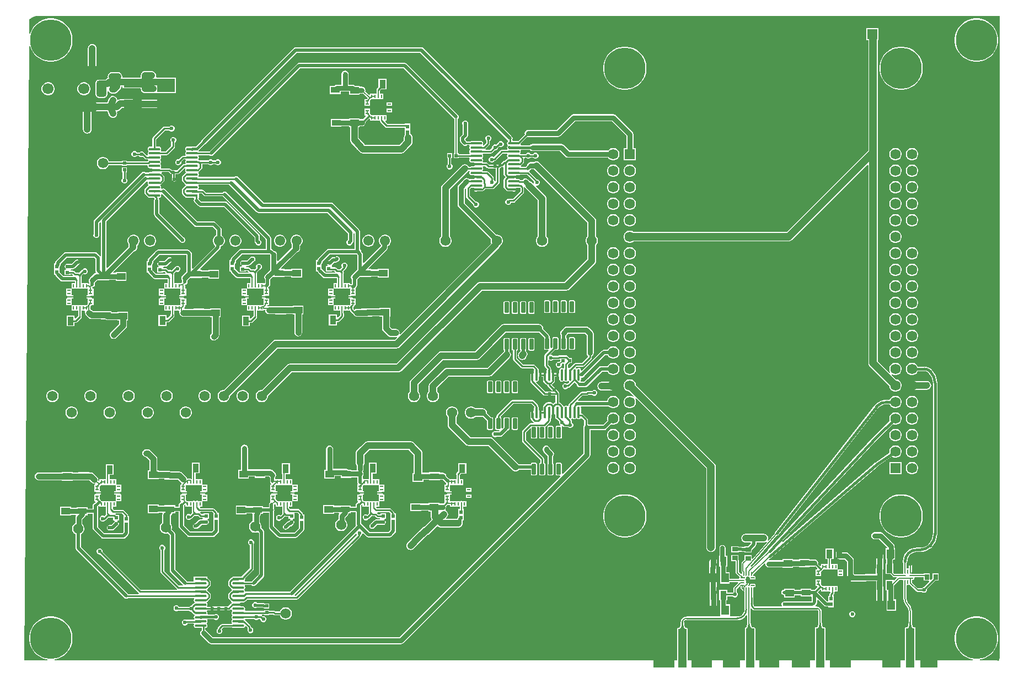
<source format=gtl>
G04*
G04 #@! TF.GenerationSoftware,Altium Limited,Altium Designer,25.3.3 (18)*
G04*
G04 Layer_Physical_Order=1*
G04 Layer_Color=255*
%FSLAX44Y44*%
%MOMM*%
G71*
G04*
G04 #@! TF.SameCoordinates,8BA9F0F0-51DE-43A2-9AC8-778ADDE1523D*
G04*
G04*
G04 #@! TF.FilePolarity,Positive*
G04*
G01*
G75*
%ADD16C,0.2540*%
%ADD17R,0.6000X0.5100*%
G04:AMPARAMS|DCode=18|XSize=0.65mm|YSize=1.65mm|CornerRadius=0.0488mm|HoleSize=0mm|Usage=FLASHONLY|Rotation=180.000|XOffset=0mm|YOffset=0mm|HoleType=Round|Shape=RoundedRectangle|*
%AMROUNDEDRECTD18*
21,1,0.6500,1.5525,0,0,180.0*
21,1,0.5525,1.6500,0,0,180.0*
1,1,0.0975,-0.2763,0.7763*
1,1,0.0975,0.2763,0.7763*
1,1,0.0975,0.2763,-0.7763*
1,1,0.0975,-0.2763,-0.7763*
%
%ADD18ROUNDEDRECTD18*%
%ADD19R,1.3500X0.9500*%
%ADD20R,1.3562X1.0546*%
%ADD21R,0.9500X1.3500*%
%ADD22R,0.5725X0.6153*%
%ADD23R,0.2500X0.5500*%
%ADD24R,0.5500X0.2500*%
%ADD25R,2.0500X2.0500*%
%ADD26R,0.8121X0.6587*%
%ADD27R,1.1500X1.4500*%
%ADD28R,1.6000X5.0000*%
%ADD29R,1.2000X5.0000*%
G04:AMPARAMS|DCode=30|XSize=0.6mm|YSize=0.2mm|CornerRadius=0.05mm|HoleSize=0mm|Usage=FLASHONLY|Rotation=270.000|XOffset=0mm|YOffset=0mm|HoleType=Round|Shape=RoundedRectangle|*
%AMROUNDEDRECTD30*
21,1,0.6000,0.1000,0,0,270.0*
21,1,0.5000,0.2000,0,0,270.0*
1,1,0.1000,-0.0500,-0.2500*
1,1,0.1000,-0.0500,0.2500*
1,1,0.1000,0.0500,0.2500*
1,1,0.1000,0.0500,-0.2500*
%
%ADD30ROUNDEDRECTD30*%
G04:AMPARAMS|DCode=31|XSize=0.6mm|YSize=0.2mm|CornerRadius=0.05mm|HoleSize=0mm|Usage=FLASHONLY|Rotation=0.000|XOffset=0mm|YOffset=0mm|HoleType=Round|Shape=RoundedRectangle|*
%AMROUNDEDRECTD31*
21,1,0.6000,0.1000,0,0,0.0*
21,1,0.5000,0.2000,0,0,0.0*
1,1,0.1000,0.2500,-0.0500*
1,1,0.1000,-0.2500,-0.0500*
1,1,0.1000,-0.2500,0.0500*
1,1,0.1000,0.2500,0.0500*
%
%ADD31ROUNDEDRECTD31*%
G04:AMPARAMS|DCode=32|XSize=0.7mm|YSize=0.2mm|CornerRadius=0.05mm|HoleSize=0mm|Usage=FLASHONLY|Rotation=0.000|XOffset=0mm|YOffset=0mm|HoleType=Round|Shape=RoundedRectangle|*
%AMROUNDEDRECTD32*
21,1,0.7000,0.1000,0,0,0.0*
21,1,0.6000,0.2000,0,0,0.0*
1,1,0.1000,0.3000,-0.0500*
1,1,0.1000,-0.3000,-0.0500*
1,1,0.1000,-0.3000,0.0500*
1,1,0.1000,0.3000,0.0500*
%
%ADD32ROUNDEDRECTD32*%
G04:AMPARAMS|DCode=33|XSize=0.2mm|YSize=0.6mm|CornerRadius=0.05mm|HoleSize=0mm|Usage=FLASHONLY|Rotation=180.000|XOffset=0mm|YOffset=0mm|HoleType=Round|Shape=RoundedRectangle|*
%AMROUNDEDRECTD33*
21,1,0.2000,0.5000,0,0,180.0*
21,1,0.1000,0.6000,0,0,180.0*
1,1,0.1000,-0.0500,0.2500*
1,1,0.1000,0.0500,0.2500*
1,1,0.1000,0.0500,-0.2500*
1,1,0.1000,-0.0500,-0.2500*
%
%ADD33ROUNDEDRECTD33*%
G04:AMPARAMS|DCode=34|XSize=1.7883mm|YSize=0.4208mm|CornerRadius=0.2104mm|HoleSize=0mm|Usage=FLASHONLY|Rotation=0.000|XOffset=0mm|YOffset=0mm|HoleType=Round|Shape=RoundedRectangle|*
%AMROUNDEDRECTD34*
21,1,1.7883,0.0000,0,0,0.0*
21,1,1.3675,0.4208,0,0,0.0*
1,1,0.4208,0.6838,0.0000*
1,1,0.4208,-0.6838,0.0000*
1,1,0.4208,-0.6838,0.0000*
1,1,0.4208,0.6838,0.0000*
%
%ADD34ROUNDEDRECTD34*%
%ADD35R,1.7883X0.4208*%
%ADD36R,0.6587X0.8121*%
%ADD37R,2.8000X1.3500*%
%ADD38R,0.5000X0.4750*%
%ADD39R,2.8062X2.1029*%
%ADD40R,0.4750X0.5000*%
G04:AMPARAMS|DCode=41|XSize=1.7883mm|YSize=0.4208mm|CornerRadius=0.2104mm|HoleSize=0mm|Usage=FLASHONLY|Rotation=90.000|XOffset=0mm|YOffset=0mm|HoleType=Round|Shape=RoundedRectangle|*
%AMROUNDEDRECTD41*
21,1,1.7883,0.0000,0,0,90.0*
21,1,1.3675,0.4208,0,0,90.0*
1,1,0.4208,0.0000,0.6838*
1,1,0.4208,0.0000,-0.6838*
1,1,0.4208,0.0000,-0.6838*
1,1,0.4208,0.0000,0.6838*
%
%ADD41ROUNDEDRECTD41*%
%ADD42R,0.4208X1.7883*%
%ADD54R,1.5700X1.5700*%
%ADD55C,1.5700*%
%ADD56R,1.5700X1.5700*%
%ADD63C,0.3810*%
%ADD64C,1.0160*%
%ADD65C,0.1778*%
%ADD66C,0.5080*%
%ADD67C,0.6350*%
%ADD68C,0.7620*%
%ADD69C,1.1430*%
%ADD70C,0.2032*%
%ADD71C,0.8890*%
%ADD72C,6.3500*%
%ADD73R,1.5900X1.5900*%
%ADD74C,1.5900*%
%ADD75R,1.5900X1.5900*%
%ADD76R,1.5500X1.5500*%
%ADD77C,1.5500*%
%ADD78C,1.7000*%
G04:AMPARAMS|DCode=79|XSize=1.5mm|YSize=3mm|CornerRadius=0.375mm|HoleSize=0mm|Usage=FLASHONLY|Rotation=270.000|XOffset=0mm|YOffset=0mm|HoleType=Round|Shape=RoundedRectangle|*
%AMROUNDEDRECTD79*
21,1,1.5000,2.2500,0,0,270.0*
21,1,0.7500,3.0000,0,0,270.0*
1,1,0.7500,-1.1250,-0.3750*
1,1,0.7500,-1.1250,0.3750*
1,1,0.7500,1.1250,0.3750*
1,1,0.7500,1.1250,-0.3750*
%
%ADD79ROUNDEDRECTD79*%
G04:AMPARAMS|DCode=80|XSize=1.5mm|YSize=2.5mm|CornerRadius=0.375mm|HoleSize=0mm|Usage=FLASHONLY|Rotation=0.000|XOffset=0mm|YOffset=0mm|HoleType=Round|Shape=RoundedRectangle|*
%AMROUNDEDRECTD80*
21,1,1.5000,1.7500,0,0,0.0*
21,1,0.7500,2.5000,0,0,0.0*
1,1,0.7500,0.3750,-0.8750*
1,1,0.7500,-0.3750,-0.8750*
1,1,0.7500,-0.3750,0.8750*
1,1,0.7500,0.3750,0.8750*
%
%ADD80ROUNDEDRECTD80*%
%ADD81C,0.6000*%
G36*
X1507490Y17934D02*
Y17293D01*
X1507240Y16037D01*
X1506750Y14853D01*
X1506521Y14511D01*
X1506388Y14385D01*
X1505074Y13714D01*
X1504681Y13877D01*
X1504265Y13959D01*
X1504052Y13970D01*
X1477569D01*
X1477451Y15470D01*
X1479716Y15829D01*
X1484694Y17446D01*
X1489357Y19822D01*
X1493591Y22898D01*
X1497292Y26599D01*
X1500368Y30833D01*
X1502744Y35496D01*
X1504361Y40474D01*
X1505180Y45643D01*
Y50877D01*
X1504361Y56046D01*
X1502744Y61024D01*
X1500368Y65687D01*
X1497292Y69921D01*
X1493591Y73622D01*
X1489357Y76698D01*
X1484694Y79074D01*
X1479716Y80691D01*
X1474547Y81510D01*
X1469313D01*
X1464144Y80691D01*
X1459166Y79074D01*
X1454503Y76698D01*
X1450269Y73622D01*
X1446568Y69921D01*
X1443492Y65687D01*
X1441116Y61024D01*
X1439499Y56046D01*
X1438680Y50877D01*
Y45643D01*
X1439499Y40474D01*
X1441116Y35496D01*
X1443492Y30833D01*
X1446568Y26599D01*
X1450269Y22898D01*
X1454503Y19822D01*
X1459166Y17446D01*
X1464144Y15829D01*
X1466409Y15470D01*
X1466291Y13970D01*
X1412240D01*
Y2808D01*
X1385570D01*
Y13970D01*
X1378304D01*
Y63500D01*
X1377828Y64648D01*
X1376680Y65124D01*
X1374689D01*
X1374479Y65440D01*
X1374019Y66495D01*
X1373612Y67887D01*
X1373286Y69580D01*
X1372892Y73994D01*
X1372842Y76639D01*
X1372766Y76814D01*
Y89862D01*
X1372794D01*
X1372496Y92880D01*
X1371616Y95783D01*
X1370186Y98457D01*
X1368262Y100802D01*
X1368262Y100802D01*
X1367342Y101921D01*
X1366337Y103230D01*
X1365150Y106098D01*
X1364753Y109110D01*
X1364766Y109176D01*
Y128763D01*
X1365830Y130081D01*
X1366830D01*
X1367610Y130236D01*
X1368272Y130678D01*
X1368388D01*
X1369050Y130236D01*
X1369830Y130081D01*
X1369964D01*
X1378602Y121444D01*
X1378662Y121137D01*
X1379275Y120221D01*
X1380191Y119609D01*
X1381272Y119394D01*
X1388443D01*
X1389181Y118656D01*
X1390835Y117971D01*
X1392625D01*
X1394279Y118656D01*
X1395545Y119922D01*
X1396230Y121576D01*
Y123366D01*
X1395914Y124129D01*
X1408465Y136679D01*
X1414058D01*
Y147801D01*
X1404471D01*
Y140674D01*
X1401909Y138112D01*
X1400524Y138687D01*
Y147801D01*
X1390936D01*
Y147056D01*
X1375349D01*
X1374830Y147159D01*
X1372151D01*
X1371696Y148659D01*
X1372052Y148897D01*
X1372581Y149688D01*
X1372766Y150620D01*
Y162560D01*
X1372581Y163492D01*
X1372052Y164282D01*
X1371262Y164811D01*
X1370330Y164996D01*
X1369398Y164811D01*
X1368607Y164282D01*
X1368080Y163492D01*
X1367894Y162560D01*
Y156477D01*
X1367156Y155563D01*
X1365887D01*
X1364766Y156757D01*
Y163522D01*
X1364785Y163535D01*
X1365491Y164592D01*
X1365538Y164661D01*
X1365802Y165990D01*
X1365927Y167438D01*
X1366239Y169809D01*
X1367713Y173367D01*
X1370057Y176423D01*
X1373113Y178767D01*
X1376671Y180241D01*
X1380291Y180718D01*
X1380490Y180678D01*
X1385480D01*
Y180623D01*
X1390397Y181108D01*
X1395126Y182542D01*
X1399484Y184872D01*
X1402343Y187218D01*
X1402365Y187236D01*
X1402365Y187236D01*
X1403304Y188006D01*
X1403304D01*
X1403461Y188210D01*
X1403461Y188210D01*
X1406406Y191658D01*
X1408775Y195523D01*
X1410510Y199712D01*
X1411568Y204121D01*
X1411924Y208641D01*
X1411902D01*
Y440329D01*
X1411924D01*
X1411568Y444849D01*
X1410510Y449258D01*
X1408775Y453447D01*
X1406406Y457313D01*
X1404250Y459837D01*
X1403461Y460760D01*
X1403461Y460760D01*
X1403273Y460933D01*
X1403273Y460933D01*
X1400836Y462932D01*
X1398055Y464418D01*
X1395039Y465334D01*
X1391901Y465643D01*
Y465632D01*
X1381723D01*
X1381676Y465808D01*
X1380432Y467962D01*
X1378672Y469722D01*
X1376518Y470966D01*
X1374114Y471610D01*
X1371626D01*
X1369222Y470966D01*
X1367068Y469722D01*
X1365308Y467962D01*
X1364064Y465808D01*
X1363420Y463404D01*
Y460916D01*
X1364064Y458512D01*
X1365308Y456358D01*
X1367068Y454598D01*
X1369222Y453354D01*
X1371626Y452710D01*
X1374114D01*
X1376518Y453354D01*
X1378672Y454598D01*
X1380432Y456358D01*
X1381676Y458512D01*
X1381723Y458688D01*
X1391901D01*
X1391956Y458699D01*
X1394268Y458395D01*
X1396474Y457481D01*
X1398324Y456061D01*
X1398355Y456015D01*
X1398535Y455835D01*
X1399498Y454733D01*
X1401300Y452537D01*
X1403331Y448738D01*
X1404581Y444616D01*
X1404989Y440482D01*
X1404958Y440329D01*
Y208641D01*
X1404989Y208488D01*
X1404581Y204354D01*
X1403331Y200232D01*
X1401300Y196433D01*
X1399498Y194237D01*
X1398536Y193136D01*
X1398355Y192955D01*
X1398303Y192876D01*
X1395611Y190668D01*
X1392458Y188983D01*
X1389037Y187945D01*
X1385572Y187603D01*
X1385480Y187622D01*
X1380490D01*
Y187659D01*
X1376263Y187243D01*
X1372198Y186010D01*
X1368451Y184007D01*
X1365167Y181313D01*
X1362473Y178029D01*
X1360470Y174283D01*
X1359237Y170217D01*
X1358820Y165990D01*
X1358858D01*
X1359122Y164661D01*
X1359875Y163535D01*
X1359894Y163522D01*
Y153639D01*
X1359791Y153120D01*
Y148120D01*
X1358453Y147159D01*
X1357830D01*
X1357311Y147056D01*
X1346289D01*
X1344710Y148635D01*
Y163190D01*
X1343874D01*
Y168267D01*
X1344657Y169050D01*
X1347210D01*
Y186550D01*
X1346224D01*
Y189540D01*
X1345812Y191612D01*
X1344638Y193368D01*
X1328438Y209568D01*
X1326682Y210742D01*
X1324610Y211154D01*
X1315720D01*
X1313648Y210742D01*
X1311892Y209568D01*
X1310718Y207812D01*
X1310306Y205740D01*
X1310718Y203668D01*
X1311892Y201912D01*
X1313648Y200738D01*
X1315720Y200326D01*
X1322367D01*
X1334643Y188050D01*
X1334022Y186550D01*
X1332710D01*
Y169050D01*
X1333046D01*
Y163190D01*
X1332210D01*
Y146690D01*
X1339765D01*
X1343557Y142898D01*
X1344348Y142369D01*
X1345280Y142184D01*
X1348986D01*
X1349560Y140798D01*
X1346048Y137286D01*
X1344830Y137790D01*
Y137790D01*
X1332330D01*
Y121290D01*
X1334436D01*
Y114402D01*
X1334410Y114271D01*
X1334436Y114142D01*
Y107810D01*
X1334020D01*
Y90310D01*
X1348520D01*
Y107810D01*
X1345264D01*
Y114300D01*
Y129246D01*
X1354202Y138184D01*
X1357311D01*
X1357830Y138081D01*
X1358453D01*
X1359791Y137120D01*
Y132120D01*
X1359894Y131601D01*
Y109176D01*
X1359860D01*
X1360182Y105903D01*
X1361137Y102756D01*
X1362687Y99856D01*
X1364774Y97313D01*
X1364774Y97313D01*
X1365689Y96193D01*
X1366487Y95153D01*
X1367544Y92601D01*
X1367900Y89893D01*
X1367894Y89862D01*
Y76814D01*
X1367818Y76639D01*
X1367767Y73972D01*
X1367620Y71635D01*
X1367378Y69604D01*
X1367048Y67887D01*
X1366642Y66495D01*
X1366181Y65440D01*
X1365971Y65124D01*
X1363980D01*
X1362832Y64648D01*
X1362356Y63500D01*
Y13970D01*
X1355090D01*
Y2808D01*
X1327150D01*
Y13970D01*
X1278890D01*
Y2808D01*
X1247140D01*
Y13970D01*
X1239874D01*
Y63500D01*
X1239398Y64648D01*
X1238250Y65124D01*
X1236259D01*
X1236049Y65440D01*
X1235589Y66495D01*
X1235182Y67887D01*
X1234856Y69580D01*
X1234462Y73994D01*
X1234412Y76639D01*
X1234336Y76814D01*
Y88619D01*
X1234362D01*
X1234073Y90815D01*
X1233225Y92860D01*
X1231877Y94617D01*
X1231911Y94651D01*
X1229875Y96012D01*
X1229224Y96141D01*
X1228553Y96589D01*
X1227473Y96804D01*
X1225122D01*
X1224613Y98304D01*
X1225057Y98645D01*
X1226373Y100361D01*
X1227201Y102358D01*
X1227467Y104379D01*
X1227491Y104502D01*
Y106568D01*
X1228877Y107142D01*
X1237985Y98034D01*
X1239321Y97141D01*
X1240898Y96827D01*
X1244448D01*
Y95833D01*
X1253172D01*
Y104404D01*
Y113558D01*
X1252503D01*
X1251994Y115058D01*
X1253007Y116071D01*
X1253619Y116987D01*
X1253834Y118068D01*
X1253707Y118710D01*
X1254572Y120200D01*
X1254580Y120210D01*
X1258780D01*
Y128710D01*
X1235408D01*
X1235290Y128828D01*
X1235274Y128906D01*
X1234662Y129822D01*
X1233746Y130434D01*
X1233668Y130450D01*
X1233530Y130588D01*
Y138430D01*
Y138960D01*
X1225030D01*
Y128460D01*
X1227184D01*
X1227806Y126960D01*
X1223426Y122581D01*
X1223372Y122591D01*
X1218560D01*
Y124480D01*
X1202060D01*
Y122591D01*
X1193191D01*
Y123975D01*
X1176629D01*
Y122591D01*
X1176420D01*
X1174844Y122278D01*
X1173507Y121385D01*
X1172614Y120049D01*
X1172301Y118472D01*
X1172614Y116896D01*
X1173507Y115559D01*
X1174844Y114667D01*
X1176420Y114353D01*
X1176629D01*
Y110429D01*
X1193191D01*
Y114353D01*
X1202060D01*
Y111980D01*
X1218560D01*
X1219253Y110767D01*
Y104830D01*
X1218305D01*
X1217386Y104449D01*
X1208314D01*
X1207395Y104830D01*
X1205605D01*
X1204686Y104449D01*
X1194344D01*
X1193425Y104830D01*
X1191635D01*
X1190716Y104449D01*
X1179104D01*
X1178185Y104830D01*
X1176395D01*
X1174741Y104145D01*
X1173475Y102879D01*
X1172790Y101225D01*
Y99435D01*
X1173258Y98304D01*
X1172492Y96804D01*
X1132346D01*
X1131027Y97247D01*
X1130207Y98407D01*
X1129746Y99096D01*
X1129325Y101213D01*
X1129344Y101310D01*
Y110520D01*
X1129129Y111601D01*
X1128956Y111861D01*
Y120141D01*
X1129059Y120660D01*
Y125660D01*
X1130397Y126621D01*
X1131020D01*
X1131800Y126776D01*
X1132462Y127218D01*
X1132904Y127880D01*
X1133059Y128660D01*
Y129660D01*
X1132904Y130440D01*
X1132462Y131102D01*
X1131800Y131544D01*
X1131020Y131699D01*
X1126020D01*
X1125240Y131544D01*
X1124578Y131102D01*
X1124136Y130440D01*
X1123981Y129660D01*
Y129160D01*
X1122869Y128099D01*
X1122323Y128192D01*
X1122031Y128598D01*
X1121698Y129819D01*
X1121963Y130215D01*
X1122148Y131147D01*
X1122148Y131147D01*
Y133343D01*
X1122243Y133438D01*
X1122770Y134228D01*
X1122956Y135160D01*
X1122770Y136092D01*
X1122243Y136882D01*
X1121452Y137410D01*
X1120520Y137596D01*
X1119588Y137410D01*
X1118798Y136882D01*
X1118548Y136633D01*
X1117403Y137119D01*
X1117055Y138651D01*
X1117462Y139218D01*
X1117904Y139880D01*
X1118059Y140660D01*
Y141660D01*
X1119020Y142621D01*
X1119800Y142776D01*
X1120520Y143185D01*
X1121240Y142776D01*
X1122020Y142621D01*
X1122643D01*
X1123422Y142062D01*
X1123981Y141283D01*
Y140660D01*
X1124136Y139880D01*
X1124578Y139218D01*
X1125240Y138776D01*
X1126020Y138621D01*
X1131020D01*
X1131800Y138776D01*
X1132462Y139218D01*
X1132904Y139880D01*
X1133059Y140660D01*
Y141660D01*
X1132904Y142440D01*
X1132462Y143102D01*
X1131800Y143544D01*
X1131020Y143699D01*
X1130397D01*
X1129059Y144660D01*
Y146222D01*
X1146399Y162890D01*
X1147822Y162178D01*
X1148158Y160488D01*
X1149332Y158732D01*
X1151088Y157558D01*
X1153160Y157146D01*
X1174089D01*
Y156695D01*
X1190651D01*
Y158054D01*
X1199520D01*
Y157460D01*
X1216020D01*
Y158296D01*
X1223530D01*
X1224714Y158531D01*
X1227900Y155346D01*
X1227326Y153960D01*
X1225030D01*
Y145460D01*
Y143460D01*
X1233530D01*
Y143510D01*
Y150372D01*
X1234388Y151230D01*
X1234466Y151246D01*
X1235382Y151858D01*
X1235994Y152774D01*
X1236010Y152852D01*
X1236868Y153710D01*
X1257383D01*
X1258530Y153710D01*
X1258530Y152564D01*
Y143510D01*
D01*
Y143460D01*
X1267030D01*
Y143510D01*
Y153960D01*
X1259927D01*
X1258780Y153960D01*
X1258780Y155106D01*
Y162210D01*
X1248595D01*
Y169630D01*
X1252520D01*
Y186130D01*
X1240020D01*
Y169630D01*
X1243465D01*
Y162210D01*
X1233280D01*
Y159914D01*
X1231894Y159340D01*
X1228709Y162526D01*
X1228944Y163710D01*
X1228532Y165782D01*
X1227358Y167538D01*
X1225602Y168712D01*
X1223530Y169124D01*
X1216020D01*
Y169960D01*
X1199520D01*
Y168882D01*
X1190651D01*
Y170241D01*
X1174089D01*
Y167974D01*
X1153851D01*
X1153247Y169474D01*
X1154369Y170552D01*
X1155515Y170692D01*
X1156695Y171359D01*
X1320819Y312603D01*
X1320885Y312687D01*
X1320984Y312730D01*
X1342175Y327305D01*
X1343822Y326354D01*
X1346226Y325710D01*
X1348714D01*
X1351118Y326354D01*
X1353272Y327598D01*
X1355032Y329358D01*
X1356276Y331512D01*
X1356920Y333916D01*
Y336404D01*
X1356276Y338808D01*
X1355032Y340962D01*
X1353272Y342722D01*
X1351118Y343966D01*
X1348714Y344610D01*
X1346226D01*
X1343822Y343966D01*
X1341668Y342722D01*
X1339908Y340962D01*
X1338664Y338808D01*
X1338020Y336404D01*
Y333916D01*
X1338256Y333036D01*
X1317049Y318451D01*
X1316711Y318104D01*
X1316290Y317866D01*
X1174690Y196006D01*
X1173651Y197088D01*
X1320754Y354454D01*
X1343649Y377254D01*
X1343822Y377154D01*
X1346226Y376510D01*
X1348714D01*
X1351118Y377154D01*
X1353272Y378398D01*
X1355032Y380158D01*
X1356276Y382313D01*
X1356920Y384716D01*
Y387204D01*
X1356276Y389608D01*
X1355032Y391763D01*
X1353272Y393522D01*
X1351118Y394766D01*
X1348714Y395410D01*
X1346226D01*
X1343822Y394766D01*
X1341668Y393522D01*
X1339908Y391763D01*
X1338664Y389608D01*
X1338020Y387204D01*
Y384716D01*
X1338664Y382313D01*
X1338746Y382171D01*
X1315810Y359330D01*
X1315775Y359278D01*
X1315724Y359241D01*
X1151894Y183981D01*
X1151180Y182830D01*
X1150994Y181698D01*
X1126313Y158146D01*
X1125227Y159184D01*
X1166100Y206117D01*
X1166278Y206103D01*
X1167565Y206526D01*
X1168593Y207408D01*
X1321450Y402433D01*
X1324171Y404666D01*
X1327510Y406451D01*
X1331132Y407550D01*
X1334790Y407910D01*
X1334900Y407888D01*
X1338617D01*
X1338664Y407713D01*
X1339908Y405558D01*
X1341668Y403798D01*
X1343822Y402554D01*
X1346226Y401910D01*
X1348714D01*
X1351118Y402554D01*
X1353272Y403798D01*
X1355032Y405558D01*
X1356276Y407713D01*
X1356920Y410116D01*
Y412604D01*
X1356276Y415008D01*
X1355032Y417163D01*
X1353272Y418922D01*
X1351118Y420166D01*
X1348714Y420810D01*
X1346226D01*
X1343822Y420166D01*
X1341668Y418922D01*
X1339908Y417163D01*
X1338664Y415008D01*
X1338617Y414832D01*
X1334900D01*
Y414892D01*
X1329772Y414387D01*
X1324842Y412891D01*
X1320298Y410462D01*
X1316316Y407194D01*
Y407194D01*
X1315461Y406048D01*
X1163128Y211692D01*
X1162516Y210483D01*
X1162428Y209318D01*
X1152737Y198190D01*
X1151445Y198991D01*
X1151951Y200212D01*
X1152177Y201930D01*
X1151951Y203648D01*
X1151288Y205249D01*
X1150233Y206623D01*
X1148858Y207678D01*
X1147258Y208341D01*
X1145540Y208567D01*
X1117600D01*
X1115882Y208341D01*
X1114281Y207678D01*
X1112907Y206623D01*
X1111852Y205249D01*
X1111189Y203648D01*
X1110963Y201930D01*
X1111189Y200212D01*
X1111852Y198612D01*
X1112907Y197237D01*
X1114281Y196182D01*
X1115882Y195519D01*
X1117600Y195293D01*
X1124974D01*
X1125578Y193793D01*
X1121145Y189361D01*
X1115849D01*
Y189361D01*
X1115290Y188813D01*
X1106651Y188990D01*
Y189778D01*
X1095529D01*
Y180191D01*
X1106651D01*
Y180191D01*
X1107210Y180738D01*
X1115849Y180561D01*
Y179774D01*
X1126971D01*
Y183535D01*
X1133037Y189601D01*
X1133930Y190938D01*
X1134243Y192514D01*
X1134243Y192514D01*
Y195293D01*
X1145540D01*
X1147258Y195519D01*
X1148858Y196182D01*
X1149282Y196507D01*
X1150315Y195409D01*
X1128375Y170217D01*
X1126971Y170743D01*
Y175826D01*
X1115849D01*
Y168917D01*
X1111846Y164914D01*
X1111318Y164124D01*
X1111133Y163192D01*
Y151152D01*
X1111318Y150220D01*
X1111846Y149430D01*
X1111981Y149295D01*
Y147604D01*
X1110595Y147030D01*
X1107463Y150162D01*
Y167513D01*
X1107463Y167513D01*
X1107277Y168445D01*
X1106749Y169236D01*
X1106651Y169334D01*
Y176244D01*
X1095529D01*
Y166656D01*
X1102439D01*
X1102591Y166504D01*
Y149153D01*
X1102776Y148221D01*
X1103304Y147431D01*
X1108200Y142535D01*
X1108136Y142440D01*
X1107981Y141660D01*
Y140660D01*
X1106663Y139596D01*
X1093100D01*
Y149720D01*
X1088077D01*
Y158120D01*
X1089560D01*
Y174620D01*
X1086807D01*
Y186690D01*
X1086444Y188514D01*
X1085411Y190061D01*
X1083864Y191094D01*
X1082040Y191457D01*
X1080216Y191094D01*
X1078669Y190061D01*
X1077636Y188514D01*
X1077273Y186690D01*
Y174620D01*
X1077060D01*
Y158120D01*
X1078543D01*
Y143510D01*
X1078600Y143225D01*
Y132220D01*
X1093100D01*
Y134724D01*
X1105432D01*
X1106053Y133224D01*
X1099368Y126538D01*
X1098839Y125748D01*
X1098654Y124816D01*
Y119432D01*
X1098541Y119385D01*
X1097551Y118394D01*
X1089440D01*
Y122550D01*
X1076940D01*
Y106050D01*
X1078423D01*
Y98393D01*
X1078390D01*
X1078820Y95124D01*
Y82690D01*
X1077916Y81564D01*
X1026852D01*
X1025772Y81349D01*
X1025246Y80998D01*
X1024421Y80889D01*
X1022156Y79951D01*
X1020211Y78458D01*
X1019327Y77307D01*
X1018718Y76513D01*
X1018540Y76084D01*
X1018354Y75801D01*
X1018353Y75798D01*
X1018077Y74410D01*
X1017988Y74209D01*
X1017938Y72012D01*
X1017793Y70106D01*
X1017557Y68460D01*
X1017237Y67083D01*
X1016849Y65983D01*
X1016418Y65164D01*
X1015975Y64611D01*
X1015540Y64275D01*
X1015427Y64229D01*
X1014150D01*
X1013393Y63915D01*
X1013000D01*
Y63748D01*
X1012526Y62605D01*
Y13970D01*
X1007800D01*
Y2808D01*
X976050D01*
Y13970D01*
X56439D01*
X56321Y15470D01*
X58586Y15829D01*
X63564Y17446D01*
X68227Y19822D01*
X72461Y22898D01*
X76162Y26599D01*
X79238Y30833D01*
X81614Y35496D01*
X83231Y40474D01*
X84050Y45643D01*
Y50877D01*
X83231Y56046D01*
X81614Y61024D01*
X79238Y65687D01*
X76162Y69921D01*
X72461Y73622D01*
X68227Y76698D01*
X63564Y79074D01*
X58586Y80691D01*
X53417Y81510D01*
X48183D01*
X43014Y80691D01*
X38036Y79074D01*
X33373Y76698D01*
X29139Y73622D01*
X25438Y69921D01*
X22362Y65687D01*
X19986Y61024D01*
X18369Y56046D01*
X17550Y50877D01*
Y45643D01*
X18369Y40474D01*
X19986Y35496D01*
X22362Y30833D01*
X25438Y26599D01*
X29139Y22898D01*
X33373Y19822D01*
X38036Y17446D01*
X43014Y15829D01*
X45279Y15470D01*
X45161Y13970D01*
X11225D01*
X10168Y15035D01*
X17458Y957901D01*
X18960Y958133D01*
X19986Y954976D01*
X22362Y950313D01*
X25438Y946079D01*
X29139Y942378D01*
X33373Y939302D01*
X38036Y936926D01*
X43014Y935309D01*
X48183Y934490D01*
X53417D01*
X58586Y935309D01*
X63564Y936926D01*
X68227Y939302D01*
X72461Y942378D01*
X76162Y946079D01*
X79238Y950313D01*
X81614Y954976D01*
X83231Y959954D01*
X84050Y965123D01*
Y970357D01*
X83231Y975526D01*
X81614Y980504D01*
X79238Y985167D01*
X76162Y989401D01*
X72461Y993102D01*
X68227Y996178D01*
X63564Y998554D01*
X58586Y1000171D01*
X53417Y1000990D01*
X48183D01*
X43014Y1000171D01*
X38036Y998554D01*
X33373Y996178D01*
X29139Y993102D01*
X25438Y989401D01*
X22362Y985167D01*
X19986Y980504D01*
X19112Y977815D01*
X17614Y978058D01*
X17669Y985167D01*
X17780Y999490D01*
X18988Y1000698D01*
X21829Y1002596D01*
X24985Y1003904D01*
X28336Y1004570D01*
X1507490D01*
Y17934D01*
D02*
G37*
G36*
X1390936Y136679D02*
X1398517D01*
X1399091Y135294D01*
X1390721Y126924D01*
X1389181Y126286D01*
X1387938Y125042D01*
X1381892D01*
X1373036Y133899D01*
Y138081D01*
X1374830D01*
X1375610Y138236D01*
X1376272Y138678D01*
X1376714Y139340D01*
X1376869Y140120D01*
Y141120D01*
X1378187Y142184D01*
X1390936D01*
Y136679D01*
D02*
G37*
G36*
X1110084Y128244D02*
Y125160D01*
X1110269Y124228D01*
X1110798Y123438D01*
X1112797Y121438D01*
X1112797Y121438D01*
X1113588Y120910D01*
X1114520Y120724D01*
X1114626Y120719D01*
X1115164Y120506D01*
X1116046Y119700D01*
X1116084Y119622D01*
X1116084Y95083D01*
X1116084Y93694D01*
X1115910Y93428D01*
X1115695Y92347D01*
X1115527Y90917D01*
X1115347Y89551D01*
X1114268Y86946D01*
X1112551Y84709D01*
X1110314Y82992D01*
X1107708Y81913D01*
X1104955Y81550D01*
X1104884Y81564D01*
X1094224D01*
X1093320Y82690D01*
Y100190D01*
X1087957D01*
Y106050D01*
X1089440D01*
Y112746D01*
X1097551D01*
X1098541Y111755D01*
X1100195Y111070D01*
X1101985D01*
X1103639Y111755D01*
X1104905Y113021D01*
X1105590Y114675D01*
Y116465D01*
X1104905Y118119D01*
X1103639Y119385D01*
X1103526Y119432D01*
Y123807D01*
X1108584Y128865D01*
X1110084Y128244D01*
D02*
G37*
G36*
X1233280Y122324D02*
Y120210D01*
X1247036D01*
X1247658Y118710D01*
X1246813Y117865D01*
X1246201Y116949D01*
X1245986Y115868D01*
Y113558D01*
X1244448D01*
Y105066D01*
X1242604D01*
X1228252Y119418D01*
X1231780Y122946D01*
X1233280Y122324D01*
D02*
G37*
G36*
X1120084Y82555D02*
Y76808D01*
X1120008Y76630D01*
X1119972Y73969D01*
X1119686Y69517D01*
X1119446Y67783D01*
X1119146Y66351D01*
X1118802Y65255D01*
X1118663Y64964D01*
X1118070D01*
X1116922Y64488D01*
X1116684Y63915D01*
X1116450D01*
Y63349D01*
X1116446Y63340D01*
Y62600D01*
X1116357Y62384D01*
X1116422Y62226D01*
X1116390Y62058D01*
X1116446Y61975D01*
Y13970D01*
X1109180D01*
Y2808D01*
X1082510D01*
Y13970D01*
X1065530D01*
Y2808D01*
X1034845D01*
Y13970D01*
X1028474D01*
Y62605D01*
X1028000Y63748D01*
Y63915D01*
X1027607D01*
X1026850Y64229D01*
X1025573D01*
X1025460Y64275D01*
X1025025Y64611D01*
X1024582Y65164D01*
X1024151Y65983D01*
X1023763Y67083D01*
X1023444Y68460D01*
X1023207Y70106D01*
X1023062Y72012D01*
X1023017Y74009D01*
X1023675Y74994D01*
X1025133Y75968D01*
X1025861Y76113D01*
X1026852Y75916D01*
X1103385D01*
X1104878Y75894D01*
X1104912Y75890D01*
X1106321Y76029D01*
X1108123Y76207D01*
X1111210Y77143D01*
X1114055Y78664D01*
X1116549Y80711D01*
X1118584Y83190D01*
X1118708Y83202D01*
X1120084Y82555D01*
D02*
G37*
G36*
X1127002Y93222D02*
X1127033Y93253D01*
X1128303Y91983D01*
X1129219Y91371D01*
X1130300Y91156D01*
X1132096D01*
X1132096Y91156D01*
X1226910D01*
X1228406Y91146D01*
X1229181Y89987D01*
X1229453Y88619D01*
X1229464D01*
Y76814D01*
X1229388Y76639D01*
X1229337Y73972D01*
X1229190Y71635D01*
X1228948Y69604D01*
X1228618Y67887D01*
X1228212Y66495D01*
X1227751Y65440D01*
X1227541Y65124D01*
X1225550D01*
X1224402Y64648D01*
X1223926Y63500D01*
Y13970D01*
X1216660D01*
Y2808D01*
X1188720D01*
Y13970D01*
X1168870D01*
Y2808D01*
X1138390D01*
Y13970D01*
X1132394D01*
Y63340D01*
X1131918Y64488D01*
X1130770Y64964D01*
X1127626D01*
X1127092Y65591D01*
X1126514Y66625D01*
X1126004Y67986D01*
X1125589Y69672D01*
X1125283Y71676D01*
X1125096Y73991D01*
X1125032Y76648D01*
X1124956Y76820D01*
Y93425D01*
X1126456Y93934D01*
X1127002Y93222D01*
D02*
G37*
G36*
X1371270Y73906D02*
X1371676Y69354D01*
X1372032Y67505D01*
X1372489Y65940D01*
X1373048Y64660D01*
X1373708Y63665D01*
X1373885Y63500D01*
X1376680D01*
Y2808D01*
X1363980D01*
Y63500D01*
X1366775D01*
X1366951Y63665D01*
X1367612Y64660D01*
X1368171Y65940D01*
X1368628Y67505D01*
X1368984Y69354D01*
X1369238Y71488D01*
X1369390Y73906D01*
X1369441Y76608D01*
X1371219D01*
X1371270Y73906D01*
D02*
G37*
G36*
X1232840D02*
X1233246Y69354D01*
X1233602Y67505D01*
X1234059Y65940D01*
X1234618Y64660D01*
X1235278Y63665D01*
X1235455Y63500D01*
X1238250D01*
Y2808D01*
X1225550D01*
Y63500D01*
X1228345D01*
X1228521Y63665D01*
X1229182Y64660D01*
X1229741Y65940D01*
X1230198Y67505D01*
X1230554Y69354D01*
X1230808Y71488D01*
X1230960Y73906D01*
X1231011Y76608D01*
X1232789D01*
X1232840Y73906D01*
D02*
G37*
G36*
X1123474D02*
X1123669Y71488D01*
X1123995Y69354D01*
X1124451Y67505D01*
X1125037Y65940D01*
X1125753Y64660D01*
X1126599Y63665D01*
X1127045Y63340D01*
X1130770D01*
Y2808D01*
X1118070D01*
Y62384D01*
X1117980D01*
X1118070Y62403D01*
Y63340D01*
X1119592D01*
X1119842Y63665D01*
X1120317Y64660D01*
X1120718Y65940D01*
X1121047Y67505D01*
X1121302Y69354D01*
X1121594Y73906D01*
X1121631Y76608D01*
X1123409D01*
X1123474Y73906D01*
D02*
G37*
G36*
X1021440Y71933D02*
X1021592Y69929D01*
X1021846Y68160D01*
X1022202Y66628D01*
X1022659Y65331D01*
X1023218Y64271D01*
X1023878Y63445D01*
X1024641Y62856D01*
X1025254Y62605D01*
X1026850D01*
Y2808D01*
X1014150D01*
Y62605D01*
X1015746D01*
X1016359Y62856D01*
X1017122Y63445D01*
X1017782Y64271D01*
X1018341Y65331D01*
X1018798Y66628D01*
X1019154Y68160D01*
X1019408Y69929D01*
X1019560Y71933D01*
X1019611Y74172D01*
X1021389D01*
X1021440Y71933D01*
D02*
G37*
%LPC*%
G36*
X1474547Y1000990D02*
X1469313D01*
X1464144Y1000171D01*
X1459166Y998554D01*
X1454503Y996178D01*
X1450269Y993102D01*
X1446568Y989401D01*
X1443492Y985167D01*
X1441116Y980504D01*
X1439499Y975526D01*
X1438680Y970357D01*
Y965123D01*
X1439499Y959954D01*
X1441116Y954976D01*
X1443492Y950313D01*
X1446568Y946079D01*
X1450269Y942378D01*
X1454503Y939302D01*
X1459166Y936926D01*
X1464144Y935309D01*
X1469313Y934490D01*
X1474547D01*
X1479716Y935309D01*
X1484694Y936926D01*
X1489357Y939302D01*
X1493591Y942378D01*
X1497292Y946079D01*
X1500368Y950313D01*
X1502744Y954976D01*
X1504361Y959954D01*
X1505180Y965123D01*
Y970357D01*
X1504361Y975526D01*
X1502744Y980504D01*
X1500368Y985167D01*
X1497292Y989401D01*
X1493591Y993102D01*
X1489357Y996178D01*
X1484694Y998554D01*
X1479716Y1000171D01*
X1474547Y1000990D01*
D02*
G37*
G36*
X205170Y920337D02*
X195530D01*
X195515Y920335D01*
X195499Y920337D01*
X194657Y920222D01*
X193812Y920111D01*
X193798Y920105D01*
X193782Y920103D01*
X192998Y919773D01*
X192212Y919448D01*
X192199Y919438D01*
X192185Y919432D01*
X191512Y918911D01*
X190837Y918393D01*
X190828Y918381D01*
X190815Y918371D01*
X190301Y917694D01*
X189782Y917018D01*
X189776Y917004D01*
X189767Y916992D01*
X189446Y916206D01*
X189119Y915418D01*
X189117Y915402D01*
X189111Y915388D01*
X189004Y914545D01*
X188893Y913700D01*
X188895Y913684D01*
X188893Y913669D01*
X188906Y911013D01*
X187847Y909950D01*
X161568D01*
X160208Y911110D01*
X160307Y911860D01*
X160081Y913578D01*
X159418Y915179D01*
X158363Y916553D01*
X156988Y917608D01*
X155388Y918271D01*
X153670Y918497D01*
X144780D01*
X143062Y918271D01*
X141461Y917608D01*
X140087Y916553D01*
X139032Y915179D01*
X138369Y913578D01*
X138143Y911860D01*
X138369Y910142D01*
X137298Y908809D01*
X137078Y908718D01*
X135703Y907663D01*
X134907Y906867D01*
X132581D01*
X132350Y906913D01*
X124850D01*
X122802Y906505D01*
X121065Y905345D01*
X119905Y903608D01*
X119497Y901560D01*
Y884060D01*
X119905Y882012D01*
X121065Y880275D01*
X122802Y879115D01*
X124850Y878707D01*
X132350D01*
X134398Y879115D01*
X136135Y880275D01*
X137295Y882012D01*
X137703Y884060D01*
Y888997D01*
X139203Y889295D01*
X139407Y888801D01*
X140462Y887427D01*
X141836Y886372D01*
X143437Y885709D01*
X145155Y885483D01*
X147900D01*
X149618Y885709D01*
X151219Y886372D01*
X152593Y887427D01*
X157093Y891927D01*
X158148Y893301D01*
X158811Y894902D01*
X158999Y896333D01*
X161030D01*
Y893450D01*
X188943D01*
Y892810D01*
X189169Y891092D01*
X189832Y889492D01*
X190887Y888117D01*
X192262Y887062D01*
X193862Y886399D01*
X195580Y886173D01*
X208280D01*
X209998Y886399D01*
X210299Y886524D01*
X211799Y885875D01*
Y885875D01*
X242861D01*
Y909905D01*
X213150D01*
X212148Y911405D01*
X212151Y911412D01*
X212377Y913130D01*
X212151Y914848D01*
X211488Y916449D01*
X210433Y917823D01*
X209863Y918393D01*
X208489Y919448D01*
X206888Y920111D01*
X205170Y920337D01*
D02*
G37*
G36*
X114300Y961677D02*
X112582Y961451D01*
X110982Y960788D01*
X109607Y959733D01*
X108552Y958359D01*
X107889Y956758D01*
X107663Y955040D01*
Y944880D01*
Y935990D01*
Y920610D01*
X107889Y918892D01*
X108552Y917291D01*
X109607Y915917D01*
X109907Y915617D01*
X111281Y914562D01*
X112882Y913899D01*
X114600Y913673D01*
X116318Y913899D01*
X117919Y914562D01*
X119293Y915617D01*
X120348Y916992D01*
X121011Y918592D01*
X121237Y920310D01*
X121011Y922028D01*
X120937Y922206D01*
Y935990D01*
Y944880D01*
Y955040D01*
X120711Y956758D01*
X120048Y958359D01*
X118993Y959733D01*
X117619Y960788D01*
X116018Y961451D01*
X114300Y961677D01*
D02*
G37*
G36*
X1358987Y957710D02*
X1353753D01*
X1348584Y956891D01*
X1343606Y955274D01*
X1338943Y952898D01*
X1334709Y949822D01*
X1331008Y946121D01*
X1327932Y941887D01*
X1325556Y937224D01*
X1323939Y932246D01*
X1323120Y927077D01*
Y921843D01*
X1323939Y916674D01*
X1325556Y911696D01*
X1327932Y907033D01*
X1331008Y902799D01*
X1334709Y899098D01*
X1338943Y896022D01*
X1343606Y893646D01*
X1348584Y892029D01*
X1353753Y891210D01*
X1358987D01*
X1364156Y892029D01*
X1369134Y893646D01*
X1373797Y896022D01*
X1378031Y899098D01*
X1381732Y902799D01*
X1384808Y907033D01*
X1387184Y911696D01*
X1388801Y916674D01*
X1389620Y921843D01*
Y927077D01*
X1388801Y932246D01*
X1387184Y937224D01*
X1384808Y941887D01*
X1381732Y946121D01*
X1378031Y949822D01*
X1373797Y952898D01*
X1369134Y955274D01*
X1364156Y956891D01*
X1358987Y957710D01*
D02*
G37*
G36*
X934787D02*
X929553D01*
X924384Y956891D01*
X919406Y955274D01*
X914743Y952898D01*
X910509Y949822D01*
X906808Y946121D01*
X903732Y941887D01*
X901356Y937224D01*
X899739Y932246D01*
X898920Y927077D01*
Y921843D01*
X899739Y916674D01*
X901356Y911696D01*
X903732Y907033D01*
X906808Y902799D01*
X910509Y899098D01*
X914743Y896022D01*
X919406Y893646D01*
X924384Y892029D01*
X929553Y891210D01*
X934787D01*
X939956Y892029D01*
X944934Y893646D01*
X949597Y896022D01*
X953831Y899098D01*
X957532Y902799D01*
X960608Y907033D01*
X962984Y911696D01*
X964601Y916674D01*
X965420Y921843D01*
Y927077D01*
X964601Y932246D01*
X962984Y937224D01*
X960608Y941887D01*
X957532Y946121D01*
X953831Y949822D01*
X949597Y952898D01*
X944934Y955274D01*
X939956Y956891D01*
X934787Y957710D01*
D02*
G37*
G36*
X102916Y902810D02*
X100283D01*
X97740Y902129D01*
X95460Y900812D01*
X93598Y898950D01*
X92282Y896670D01*
X91600Y894127D01*
Y891494D01*
X92282Y888950D01*
X93598Y886670D01*
X95460Y884808D01*
X97740Y883492D01*
X100283Y882810D01*
X102916D01*
X105460Y883492D01*
X107740Y884808D01*
X109602Y886670D01*
X110919Y888950D01*
X111600Y891494D01*
Y894127D01*
X110919Y896670D01*
X109602Y898950D01*
X107740Y900812D01*
X105460Y902129D01*
X102916Y902810D01*
D02*
G37*
G36*
X47916D02*
X45283D01*
X42740Y902129D01*
X40460Y900812D01*
X38598Y898950D01*
X37281Y896670D01*
X36600Y894127D01*
Y891494D01*
X37281Y888950D01*
X38598Y886670D01*
X40460Y884808D01*
X42740Y883492D01*
X45283Y882810D01*
X47916D01*
X50460Y883492D01*
X52740Y884808D01*
X54602Y886670D01*
X55918Y888950D01*
X56600Y891494D01*
Y894127D01*
X55918Y896670D01*
X54602Y898950D01*
X52740Y900812D01*
X50460Y902129D01*
X47916Y902810D01*
D02*
G37*
G36*
X146693Y881636D02*
X144961Y881577D01*
X143304Y881072D01*
X141833Y880155D01*
X140651Y878889D01*
X139836Y877360D01*
X137806Y871947D01*
X106600D01*
X104882Y871721D01*
X103281Y871058D01*
X101907Y870003D01*
X100852Y868628D01*
X100189Y867028D01*
X99963Y865310D01*
X100043Y864702D01*
Y849630D01*
Y839470D01*
Y830580D01*
X100269Y828862D01*
X100932Y827262D01*
X101987Y825887D01*
X103362Y824832D01*
X104962Y824169D01*
X106680Y823943D01*
X108398Y824169D01*
X109999Y824832D01*
X111373Y825887D01*
X112428Y827262D01*
X113091Y828862D01*
X113317Y830580D01*
Y839470D01*
Y849630D01*
Y858673D01*
X137476D01*
X139836Y852380D01*
X140651Y850851D01*
X141833Y849585D01*
X143304Y848668D01*
X144961Y848163D01*
X146693Y848104D01*
X148380Y848496D01*
X149909Y849311D01*
X151175Y850493D01*
X152092Y851964D01*
X152597Y853621D01*
X152656Y855353D01*
X152336Y856733D01*
X152342Y856876D01*
X152633Y857480D01*
X153371Y858361D01*
X154118Y858459D01*
X155718Y859122D01*
X157093Y860177D01*
X160229Y863313D01*
X174755D01*
X174812Y863289D01*
X176530Y863063D01*
X224152D01*
X225870Y863289D01*
X227471Y863952D01*
X228845Y865007D01*
X232023Y868185D01*
X233078Y869559D01*
X233741Y871160D01*
X233967Y872878D01*
X233741Y874595D01*
X233078Y876196D01*
X232023Y877571D01*
X230648Y878625D01*
X229048Y879288D01*
X227330Y879515D01*
X225612Y879288D01*
X224011Y878625D01*
X222637Y877571D01*
X221403Y876337D01*
X178055D01*
X177998Y876361D01*
X176280Y876587D01*
X157480D01*
X155762Y876361D01*
X154162Y875698D01*
X154113Y875661D01*
X153236Y875926D01*
X152531Y876337D01*
X152092Y877776D01*
X151175Y879247D01*
X149909Y880429D01*
X148380Y881244D01*
X146693Y881636D01*
D02*
G37*
G36*
X1374114Y801810D02*
X1371626D01*
X1369222Y801166D01*
X1367068Y799922D01*
X1365308Y798163D01*
X1364064Y796008D01*
X1363420Y793604D01*
Y791116D01*
X1364064Y788712D01*
X1365308Y786558D01*
X1367068Y784798D01*
X1369222Y783554D01*
X1371626Y782910D01*
X1374114D01*
X1376518Y783554D01*
X1378672Y784798D01*
X1380432Y786558D01*
X1381676Y788712D01*
X1382320Y791116D01*
Y793604D01*
X1381676Y796008D01*
X1380432Y798163D01*
X1378672Y799922D01*
X1376518Y801166D01*
X1374114Y801810D01*
D02*
G37*
G36*
X1348714D02*
X1346226D01*
X1343822Y801166D01*
X1341668Y799922D01*
X1339908Y798163D01*
X1338664Y796008D01*
X1338020Y793604D01*
Y791116D01*
X1338664Y788712D01*
X1339908Y786558D01*
X1341668Y784798D01*
X1343822Y783554D01*
X1346226Y782910D01*
X1348714D01*
X1351118Y783554D01*
X1353272Y784798D01*
X1355032Y786558D01*
X1356276Y788712D01*
X1356920Y791116D01*
Y793604D01*
X1356276Y796008D01*
X1355032Y798163D01*
X1353272Y799922D01*
X1351118Y801166D01*
X1348714Y801810D01*
D02*
G37*
G36*
X619760Y956619D02*
X426720D01*
X425144Y956306D01*
X423807Y955413D01*
X282837Y814443D01*
X281944Y813106D01*
X281827Y812517D01*
X273274Y803964D01*
X260835D01*
X259428Y803685D01*
X258236Y802888D01*
X257440Y801696D01*
X257160Y800290D01*
X257440Y798884D01*
X258005Y798038D01*
X258145Y797040D01*
X258005Y796042D01*
X257440Y795196D01*
X257160Y793790D01*
X257440Y792384D01*
X257954Y791614D01*
X257409Y790250D01*
X257290Y790114D01*
X253890D01*
X252809Y789899D01*
X251893Y789287D01*
X246886Y784280D01*
X245485D01*
X243831Y783595D01*
X242565Y782329D01*
X241880Y780675D01*
Y778885D01*
X242565Y777231D01*
X243831Y775965D01*
X245485Y775280D01*
X247275D01*
X248929Y775965D01*
X250195Y777231D01*
X250880Y778885D01*
Y780286D01*
X255060Y784466D01*
X257290D01*
X257408Y784330D01*
X257954Y782966D01*
X257440Y782196D01*
X257160Y780790D01*
X257440Y779384D01*
X257954Y778614D01*
X257409Y777250D01*
X257290Y777114D01*
X255258D01*
X254177Y776899D01*
X253261Y776287D01*
X244338Y767364D01*
X237181D01*
X234758Y769787D01*
X233842Y770399D01*
X232761Y770614D01*
X220231D01*
X220112Y770750D01*
X219566Y772114D01*
X220080Y772884D01*
X220360Y774290D01*
X220080Y775696D01*
X219284Y776888D01*
Y778192D01*
X220080Y779384D01*
X220360Y780790D01*
X220080Y782196D01*
X219515Y783042D01*
X219375Y784040D01*
X219515Y785038D01*
X220080Y785884D01*
X220360Y787290D01*
X220080Y788696D01*
X219566Y789466D01*
X220112Y790830D01*
X220231Y790966D01*
X228303D01*
X229384Y791181D01*
X230300Y791793D01*
X240420Y801913D01*
X241033Y802829D01*
X241248Y803910D01*
Y810230D01*
X241309Y810255D01*
X242575Y811521D01*
X243260Y813175D01*
Y814965D01*
X242575Y816619D01*
X241309Y817885D01*
X239655Y818570D01*
X237865D01*
X236211Y817885D01*
X234945Y816619D01*
X234260Y814965D01*
Y813175D01*
X234945Y811521D01*
X235599Y810867D01*
Y805080D01*
X227133Y796614D01*
X220231D01*
X220112Y796750D01*
X219566Y798114D01*
X220080Y798884D01*
X220360Y800290D01*
X220080Y801696D01*
X219284Y802888D01*
X218092Y803685D01*
X216685Y803964D01*
X212374D01*
Y815440D01*
X225960Y829026D01*
X232680D01*
X233671Y828035D01*
X235325Y827350D01*
X237115D01*
X238769Y828035D01*
X240035Y829301D01*
X240720Y830955D01*
Y832745D01*
X240035Y834399D01*
X238769Y835665D01*
X237115Y836350D01*
X235325D01*
X233671Y835665D01*
X232680Y834674D01*
X224790D01*
X223709Y834459D01*
X222793Y833847D01*
X207553Y818607D01*
X206941Y817691D01*
X206726Y816610D01*
Y803964D01*
X203010D01*
X201604Y803685D01*
X200412Y802888D01*
X199616Y801696D01*
X199336Y800290D01*
X199616Y798884D01*
X200181Y798038D01*
X200321Y797040D01*
X200181Y796042D01*
X199616Y795196D01*
X199336Y793790D01*
X199616Y792384D01*
X200051Y791732D01*
X199483Y790380D01*
X198840Y790280D01*
X198069Y790312D01*
X194282Y794099D01*
X193944Y794325D01*
X193809Y794650D01*
X192543Y795916D01*
X190889Y796601D01*
X189099D01*
X187445Y795916D01*
X186644Y795115D01*
X182799D01*
X181619Y796295D01*
X179965Y796980D01*
X178175D01*
X176521Y796295D01*
X175255Y795029D01*
X174570Y793375D01*
Y791585D01*
X175255Y789931D01*
X176521Y788665D01*
X178175Y787980D01*
X179965D01*
X181619Y788665D01*
X182420Y789466D01*
X186265D01*
X187445Y788287D01*
X189099Y787601D01*
X190889D01*
X192234Y788158D01*
X195099Y785293D01*
X196016Y784681D01*
X197097Y784466D01*
X199465D01*
X199584Y784330D01*
X200130Y782966D01*
X199616Y782196D01*
X199527Y781753D01*
X199154Y781379D01*
X167830D01*
Y782430D01*
X159830D01*
Y781357D01*
X139727D01*
X139523Y782119D01*
X138292Y784251D01*
X136551Y785992D01*
X134419Y787223D01*
X132041Y787860D01*
X129579D01*
X127201Y787223D01*
X125069Y785992D01*
X123328Y784251D01*
X122097Y782119D01*
X121460Y779741D01*
Y777279D01*
X122097Y774901D01*
X123328Y772769D01*
X125069Y771028D01*
X127201Y769797D01*
X129579Y769160D01*
X132041D01*
X134419Y769797D01*
X136551Y771028D01*
X138292Y772769D01*
X139523Y774901D01*
X139739Y775708D01*
X159830D01*
Y774680D01*
X167830D01*
Y775731D01*
X198093D01*
X199336Y774290D01*
X199616Y772884D01*
X200412Y771692D01*
X201604Y770895D01*
X203010Y770616D01*
X206600D01*
X207402Y769116D01*
X207238Y768871D01*
X207024Y767790D01*
X207238Y766709D01*
X207402Y766464D01*
X206600Y764964D01*
X203010D01*
X201604Y764685D01*
X200751Y764114D01*
X196572D01*
X196513Y764203D01*
X195176Y765096D01*
X193600Y765409D01*
X192024Y765096D01*
X190687Y764203D01*
X117737Y691253D01*
X116844Y689916D01*
X116531Y688340D01*
Y669834D01*
X116150Y668915D01*
Y667125D01*
X116835Y665471D01*
X118101Y664205D01*
X119755Y663520D01*
X121545D01*
X123199Y664205D01*
X124465Y665471D01*
X125150Y667125D01*
Y668915D01*
X124769Y669834D01*
Y686634D01*
X126575Y688439D01*
X127961Y687865D01*
Y635912D01*
X126461Y635457D01*
X126103Y635993D01*
X121643Y640453D01*
X120306Y641346D01*
X118730Y641659D01*
X73660D01*
X72084Y641346D01*
X70747Y640453D01*
X58625Y628330D01*
X57732Y626994D01*
X57418Y625418D01*
Y624337D01*
X55328D01*
Y615183D01*
Y606612D01*
X57441D01*
X57477Y606431D01*
X58370Y605095D01*
X65667Y597797D01*
X67004Y596904D01*
X68580Y596591D01*
X87605D01*
Y593770D01*
X82500D01*
Y585520D01*
X74250D01*
Y575020D01*
X75173D01*
X75750Y574256D01*
X76084Y573520D01*
X75935Y572770D01*
X76084Y572020D01*
X75750Y571284D01*
X75173Y570520D01*
X74250D01*
Y560020D01*
X82500D01*
Y551770D01*
X92685D01*
Y543719D01*
X88910Y539944D01*
X87410Y540566D01*
Y544190D01*
X74910D01*
Y527690D01*
X87410D01*
Y533116D01*
X88900D01*
X89981Y533331D01*
X90897Y533943D01*
X97247Y540293D01*
X97859Y541209D01*
X98074Y542290D01*
X97859Y543371D01*
X97815Y543437D01*
Y551770D01*
X102494D01*
X103483Y550270D01*
X103158Y548640D01*
X103620Y546320D01*
X104934Y544354D01*
X108744Y540544D01*
X110710Y539230D01*
X113030Y538768D01*
X127640D01*
Y538580D01*
X133912D01*
X134840Y537960D01*
X137160Y537498D01*
X153009D01*
Y536787D01*
X155228D01*
Y530831D01*
X150654Y526256D01*
X143034Y518636D01*
X141720Y516670D01*
X141258Y514350D01*
X141720Y512030D01*
X143034Y510064D01*
X145000Y508750D01*
X147320Y508288D01*
X149640Y508750D01*
X151606Y510064D01*
X159226Y517684D01*
X165951Y524409D01*
X167265Y526375D01*
X167726Y528695D01*
Y530280D01*
X167352Y532165D01*
Y536787D01*
X169571D01*
Y550333D01*
X153009D01*
Y549622D01*
X144140D01*
Y551080D01*
X127640D01*
Y550892D01*
X115541D01*
X113506Y552926D01*
X111785Y554076D01*
Y558927D01*
X112878Y560020D01*
X116250D01*
Y569425D01*
Y570520D01*
X114858D01*
X112000Y572770D01*
Y574280D01*
X112740Y575020D01*
X116250D01*
Y578530D01*
D01*
Y585520D01*
X114565D01*
Y586500D01*
X114370Y587482D01*
X115685Y587976D01*
X115876Y588014D01*
X117213Y588907D01*
X118106Y590244D01*
X118419Y591820D01*
Y594632D01*
X122330Y598543D01*
X123830Y598150D01*
Y598150D01*
X140330D01*
Y598986D01*
X150469D01*
Y597385D01*
X167031D01*
Y610931D01*
X150469D01*
Y609814D01*
X147111D01*
X146537Y611200D01*
X177953Y642616D01*
X178496Y642688D01*
X180097Y643351D01*
X181471Y644405D01*
X182526Y645780D01*
X183189Y647381D01*
X183415Y649098D01*
Y651691D01*
X183480Y651728D01*
X185202Y653450D01*
X186420Y655560D01*
X187050Y657912D01*
Y660348D01*
X186420Y662700D01*
X185202Y664810D01*
X183480Y666532D01*
X181370Y667750D01*
X179018Y668380D01*
X176582D01*
X174230Y667750D01*
X172120Y666532D01*
X170398Y664810D01*
X169180Y662700D01*
X168550Y660348D01*
Y657912D01*
X169180Y655560D01*
X170141Y653895D01*
Y650118D01*
X137585Y617562D01*
X136199Y618136D01*
Y688724D01*
X198559Y751083D01*
X198703Y751031D01*
X199616Y749696D01*
X199336Y748290D01*
X199616Y746884D01*
X200181Y746038D01*
X200328Y744989D01*
X200246Y744303D01*
X200120Y744083D01*
X200106Y744080D01*
X199190Y743468D01*
X195353Y739632D01*
X194741Y738715D01*
X194526Y737634D01*
Y732946D01*
X194741Y731865D01*
X195353Y730948D01*
X199190Y727112D01*
X200106Y726500D01*
X200222Y726477D01*
X200412Y726192D01*
X201604Y725395D01*
X203010Y725116D01*
X209252D01*
X210192Y723891D01*
X209554Y722936D01*
X209241Y721360D01*
Y699770D01*
X209554Y698194D01*
X210447Y696857D01*
X248534Y658770D01*
X248915Y657851D01*
X250181Y656585D01*
X251835Y655900D01*
X253625D01*
X255279Y656585D01*
X256545Y657851D01*
X257230Y659505D01*
Y661295D01*
X256545Y662949D01*
X255279Y664215D01*
X254360Y664596D01*
X217479Y701476D01*
Y721360D01*
X217166Y722936D01*
X216706Y723624D01*
X216703Y723834D01*
X217318Y725241D01*
X218092Y725395D01*
X219284Y726192D01*
X220080Y727384D01*
X220360Y728790D01*
X220080Y730196D01*
X221009Y731506D01*
X221432Y731592D01*
X271407Y681617D01*
X272744Y680724D01*
X274320Y680411D01*
X274320Y680411D01*
X299284D01*
X304491Y675204D01*
Y667433D01*
X302930Y666532D01*
X301208Y664810D01*
X299990Y662700D01*
X299360Y660348D01*
Y657912D01*
X299990Y655560D01*
X301208Y653450D01*
X302930Y651728D01*
X302796Y650251D01*
X268876Y616332D01*
X267491Y616906D01*
Y638949D01*
X267491Y638949D01*
X267177Y640525D01*
X266284Y641861D01*
X266284Y641861D01*
X263883Y644263D01*
X262546Y645156D01*
X260970Y645469D01*
X238698D01*
X238571Y645554D01*
X237490Y645769D01*
X236409Y645554D01*
X236282Y645469D01*
X215900D01*
X214324Y645156D01*
X212987Y644263D01*
X200865Y632140D01*
X199972Y630804D01*
X199658Y629228D01*
Y628147D01*
X197568D01*
Y618993D01*
Y610422D01*
X199681D01*
X199717Y610241D01*
X200610Y608905D01*
X207907Y601607D01*
X209244Y600714D01*
X210820Y600401D01*
X229845D01*
Y593770D01*
X224740D01*
Y585520D01*
X216490D01*
Y575020D01*
X220350D01*
X221017Y573676D01*
X218621Y570520D01*
X216490D01*
Y568372D01*
Y560020D01*
X224740D01*
Y551770D01*
X234925D01*
Y547247D01*
X234881Y547181D01*
X234666Y546100D01*
Y544730D01*
X229880Y539944D01*
X228380Y540566D01*
Y544680D01*
X215880D01*
Y528180D01*
X228380D01*
Y533606D01*
X230360D01*
X231441Y533821D01*
X232357Y534433D01*
X239487Y541563D01*
X240099Y542479D01*
X240314Y543560D01*
Y546100D01*
X240099Y547181D01*
X240055Y547247D01*
Y551770D01*
X247148D01*
X247369Y551627D01*
X248263Y550270D01*
X247938Y548640D01*
X248400Y546320D01*
X249714Y544354D01*
X251680Y543040D01*
X254000Y542578D01*
X269880D01*
Y542390D01*
X286380D01*
Y542578D01*
X295249D01*
Y541867D01*
X297468D01*
Y534670D01*
Y523240D01*
Y516861D01*
X296704Y516096D01*
X295390Y514130D01*
X294928Y511810D01*
X295390Y509490D01*
X296704Y507524D01*
X298670Y506210D01*
X300990Y505748D01*
X303310Y506210D01*
X305276Y507524D01*
X307816Y510064D01*
X309130Y512030D01*
X309592Y514350D01*
Y523240D01*
Y534670D01*
Y541867D01*
X311811D01*
Y555413D01*
X295249D01*
Y554702D01*
X286380D01*
Y554890D01*
X269880D01*
Y554702D01*
X256051D01*
X255430Y556202D01*
X256054Y556826D01*
X256610Y557658D01*
X256805Y558640D01*
Y560020D01*
X258490D01*
Y569255D01*
Y570520D01*
X256277D01*
X254240Y572770D01*
X255803Y575020D01*
X258490D01*
Y578887D01*
D01*
Y585520D01*
X258124D01*
X256805Y586580D01*
Y590310D01*
X256610Y591292D01*
X257925Y591786D01*
X258116Y591824D01*
X259453Y592717D01*
X260346Y594054D01*
X260659Y595630D01*
Y598442D01*
X264570Y602353D01*
X266070Y601960D01*
Y601960D01*
X282570D01*
Y602796D01*
X292709D01*
Y601195D01*
X309271D01*
Y614741D01*
X292709D01*
Y613624D01*
X282570D01*
Y614460D01*
X280615D01*
X280041Y615846D01*
X310180Y645984D01*
X311073Y647320D01*
X311386Y648897D01*
Y650298D01*
X312180Y650510D01*
X314290Y651728D01*
X316012Y653450D01*
X317230Y655560D01*
X317860Y657912D01*
Y660348D01*
X317230Y662700D01*
X316012Y664810D01*
X314290Y666532D01*
X312729Y667433D01*
Y676910D01*
X312416Y678486D01*
X311523Y679823D01*
X303903Y687443D01*
X302566Y688336D01*
X300990Y688649D01*
X276026D01*
X226473Y738203D01*
X225136Y739096D01*
X223560Y739409D01*
X221984Y739096D01*
X221504Y738775D01*
X220919Y738939D01*
X220080Y740384D01*
X220360Y741790D01*
X220080Y743196D01*
X219515Y744042D01*
X219355Y745183D01*
X219366Y745300D01*
X219658Y745942D01*
X219949Y746000D01*
X220865Y746612D01*
X224596Y750343D01*
X225209Y751260D01*
X225424Y752340D01*
Y757240D01*
X225209Y758320D01*
X224596Y759237D01*
X220865Y762968D01*
X221008Y764677D01*
X221240Y764966D01*
X231591D01*
X234014Y762543D01*
X234930Y761931D01*
X236011Y761716D01*
X236571D01*
Y753745D01*
X236786Y752664D01*
X237398Y751748D01*
X238033Y751113D01*
X238949Y750501D01*
X240030Y750286D01*
X241111Y750501D01*
X242027Y751113D01*
X242639Y752029D01*
X242854Y753110D01*
X242639Y754191D01*
X242219Y754819D01*
Y761716D01*
X245508D01*
X246589Y761931D01*
X247506Y762543D01*
X255979Y771016D01*
X256097Y771042D01*
X256861Y770902D01*
X257521Y769318D01*
X257440Y769196D01*
X257160Y767790D01*
X257440Y766384D01*
X258236Y765192D01*
Y764460D01*
X257862Y763638D01*
X257571Y763580D01*
X256655Y762968D01*
X252924Y759237D01*
X252311Y758320D01*
X252096Y757240D01*
Y752340D01*
X252311Y751260D01*
X252924Y750343D01*
X256655Y746612D01*
X257571Y746000D01*
X257897Y745040D01*
X257571Y744080D01*
X256655Y743468D01*
X252924Y739737D01*
X252311Y738820D01*
X252096Y737740D01*
Y732840D01*
X252311Y731759D01*
X252924Y730843D01*
X256388Y727379D01*
X257231Y726816D01*
Y725186D01*
X270279D01*
X271015Y723686D01*
X270514Y722937D01*
X270201Y721360D01*
X270514Y719784D01*
X271407Y718447D01*
X277511Y712344D01*
X278847Y711451D01*
X280424Y711137D01*
X316817D01*
X363507Y664448D01*
Y658534D01*
X363820Y656958D01*
X364713Y655621D01*
X365249Y655263D01*
X365755Y654041D01*
X367021Y652775D01*
X368675Y652090D01*
X370465D01*
X372119Y652775D01*
X373385Y654041D01*
X374070Y655695D01*
Y657485D01*
X373385Y659139D01*
X372119Y660405D01*
X371745Y660560D01*
Y666154D01*
X371432Y667730D01*
X370539Y669067D01*
X321436Y718169D01*
X320100Y719062D01*
X318524Y719376D01*
X282130D01*
X277819Y723686D01*
X278114Y725186D01*
X278113D01*
Y732147D01*
X282399D01*
X285987Y728558D01*
X286904Y727946D01*
X287985Y727731D01*
X314404D01*
X314463Y727643D01*
X380691Y661415D01*
Y646739D01*
X342900D01*
X341324Y646426D01*
X339987Y645533D01*
X328105Y633650D01*
X327212Y632314D01*
X326898Y630738D01*
Y629417D01*
X324808D01*
Y620263D01*
Y611692D01*
X326921D01*
X326957Y611511D01*
X327850Y610175D01*
X335147Y602877D01*
X336484Y601984D01*
X338060Y601671D01*
X357085D01*
Y593770D01*
X351980D01*
Y585520D01*
X343730D01*
Y575020D01*
X347000D01*
X349250Y572770D01*
Y570520D01*
X343730D01*
Y570230D01*
Y560020D01*
X351980D01*
Y551770D01*
X362165D01*
Y543719D01*
X358150Y539704D01*
X356650Y540326D01*
Y544190D01*
X344150D01*
Y527690D01*
X356650D01*
Y533116D01*
X358380D01*
X359461Y533331D01*
X360377Y533943D01*
X366727Y540293D01*
X367339Y541209D01*
X367554Y542290D01*
X367339Y543371D01*
X367295Y543437D01*
Y551770D01*
X377480D01*
Y552939D01*
X379167D01*
X379568Y552450D01*
X380030Y550130D01*
X381344Y548164D01*
X383310Y546850D01*
X385630Y546388D01*
X395610D01*
Y546200D01*
X412110D01*
Y546751D01*
X422249D01*
Y546039D01*
X424468D01*
Y539750D01*
Y528320D01*
Y518160D01*
X424930Y515840D01*
X426244Y513874D01*
X428210Y512560D01*
X430530Y512098D01*
X432850Y512560D01*
X434816Y513874D01*
X436130Y515840D01*
X436592Y518160D01*
Y528320D01*
Y539750D01*
Y546039D01*
X438811D01*
Y559585D01*
X422249D01*
Y558874D01*
X404222D01*
X403349Y558700D01*
X395610D01*
Y558512D01*
X385630D01*
X384168Y558221D01*
X383596Y558774D01*
X383631Y559997D01*
X383657Y560020D01*
X385730D01*
Y567554D01*
Y570520D01*
X381493D01*
X379187Y572134D01*
X379007Y573623D01*
X380232Y575020D01*
X385730D01*
Y581289D01*
D01*
Y585520D01*
X385209D01*
X384626Y587020D01*
X386693Y589087D01*
X387586Y590424D01*
X387899Y592000D01*
Y599712D01*
X391971Y603784D01*
X393310Y603230D01*
Y603230D01*
X409810D01*
Y604066D01*
X419949D01*
Y602465D01*
X436511D01*
Y616011D01*
X419949D01*
Y614894D01*
X409810D01*
Y615730D01*
X404768D01*
X404147Y617230D01*
X428259Y641342D01*
X428802Y641414D01*
X430403Y642077D01*
X431777Y643131D01*
X432832Y644506D01*
X433495Y646107D01*
X433721Y647824D01*
Y651780D01*
X435392Y653450D01*
X436610Y655560D01*
X437240Y657912D01*
Y660348D01*
X436610Y662700D01*
X435392Y664810D01*
X433670Y666532D01*
X431560Y667750D01*
X429208Y668380D01*
X426772D01*
X424420Y667750D01*
X422310Y666532D01*
X420588Y664810D01*
X419370Y662700D01*
X418740Y660348D01*
Y657912D01*
X419370Y655560D01*
X420448Y653694D01*
Y648844D01*
X399470Y627867D01*
X398084Y628441D01*
Y638160D01*
X397672Y640232D01*
X396498Y641988D01*
X394742Y643162D01*
X393184Y643472D01*
X391123Y645533D01*
X389786Y646426D01*
X388929Y646596D01*
Y663121D01*
X388616Y664697D01*
X387723Y666034D01*
X320288Y733468D01*
X318952Y734361D01*
X317376Y734675D01*
X315799Y734361D01*
X314463Y733468D01*
X314404Y733380D01*
X289155D01*
X285566Y736968D01*
X284650Y737580D01*
X283569Y737795D01*
X277718D01*
X277297Y738759D01*
X277177Y739295D01*
X277904Y740384D01*
X278184Y741790D01*
X277904Y743196D01*
X277390Y743966D01*
X277936Y745330D01*
X278055Y745466D01*
X324428D01*
X324487Y745377D01*
X366657Y703207D01*
X367994Y702314D01*
X369570Y702001D01*
X475814D01*
X507095Y670720D01*
Y660560D01*
X506721Y660405D01*
X505455Y659139D01*
X504770Y657485D01*
Y655695D01*
X505455Y654041D01*
X506721Y652775D01*
X508375Y652090D01*
X510165D01*
X511819Y652775D01*
X513085Y654041D01*
X513591Y655263D01*
X514127Y655621D01*
X515020Y656958D01*
X515333Y658534D01*
Y670384D01*
X516833Y671185D01*
X517201Y670940D01*
Y646739D01*
X477520D01*
X475944Y646426D01*
X474607Y645533D01*
X461215Y632140D01*
X460322Y630804D01*
X460046Y629417D01*
X457918D01*
Y620263D01*
Y611692D01*
X460031D01*
X460067Y611511D01*
X460960Y610175D01*
X468257Y602877D01*
X469594Y601984D01*
X471170Y601671D01*
X490195D01*
Y593770D01*
X485090D01*
Y585520D01*
X476840D01*
Y575020D01*
X479754D01*
X479988Y574710D01*
X481813Y573565D01*
X481759Y572066D01*
X480343Y571312D01*
X480330Y571284D01*
X479754Y570520D01*
X476840D01*
Y570230D01*
Y560020D01*
X485090D01*
Y551770D01*
X495275D01*
Y548517D01*
X495231Y548451D01*
X495016Y547370D01*
Y544770D01*
X491500Y541254D01*
X490000Y541876D01*
Y545460D01*
X477500D01*
Y528960D01*
X490000D01*
Y534386D01*
X491450D01*
X492531Y534601D01*
X493447Y535213D01*
X499837Y541603D01*
X500449Y542519D01*
X500664Y543600D01*
Y547370D01*
X500449Y548451D01*
X500405Y548517D01*
Y551770D01*
X509947D01*
X510311Y551225D01*
X514893Y546643D01*
X515057Y546533D01*
X515100Y546320D01*
X516414Y544354D01*
X518380Y543040D01*
X520700Y542578D01*
X527690D01*
Y542390D01*
X544190D01*
Y542941D01*
X555599D01*
Y542229D01*
X559088D01*
Y535940D01*
Y524510D01*
X559550Y522190D01*
X560864Y520224D01*
X567794Y513294D01*
X569760Y511980D01*
X572080Y511518D01*
X580232D01*
X581554Y511781D01*
X582293Y510399D01*
X578911Y507017D01*
X396240D01*
X394522Y506791D01*
X392921Y506128D01*
X391547Y505073D01*
X316194Y429720D01*
X314999D01*
X312621Y429083D01*
X310489Y427852D01*
X308748Y426111D01*
X307517Y423979D01*
X306880Y421601D01*
Y419139D01*
X307517Y416761D01*
X308748Y414629D01*
X310489Y412888D01*
X312621Y411657D01*
X314999Y411020D01*
X317461D01*
X319839Y411657D01*
X321971Y412888D01*
X323712Y414629D01*
X324943Y416761D01*
X325580Y419139D01*
Y420334D01*
X398989Y493743D01*
X581660D01*
X583378Y493969D01*
X584978Y494632D01*
X586353Y495687D01*
X738963Y648297D01*
X740018Y649671D01*
X740406Y650609D01*
X740681Y651272D01*
X740702Y651435D01*
X741071Y651648D01*
X742812Y653389D01*
X744043Y655521D01*
X744680Y657899D01*
Y660361D01*
X744043Y662739D01*
X742812Y664871D01*
X741071Y666612D01*
X738939Y667843D01*
X736561Y668480D01*
X734907D01*
X686134Y717253D01*
Y738813D01*
X686802Y739319D01*
X688302Y738574D01*
Y727468D01*
X688517Y726387D01*
X689129Y725471D01*
X699089Y715511D01*
Y714110D01*
X699774Y712456D01*
X701040Y711190D01*
X702694Y710505D01*
X704484D01*
X706138Y711190D01*
X707404Y712456D01*
X708089Y714110D01*
Y715900D01*
X707404Y717554D01*
X706138Y718820D01*
X704484Y719505D01*
X703083D01*
X693951Y728638D01*
Y738960D01*
X695753Y740762D01*
X697040Y740506D01*
X700630D01*
X701432Y739006D01*
X701268Y738761D01*
X701053Y737680D01*
X701268Y736599D01*
X701881Y735683D01*
X702797Y735071D01*
X703878Y734856D01*
X704959Y735071D01*
X705115Y735175D01*
X712898D01*
X713979Y735390D01*
X714895Y736002D01*
X717799Y738906D01*
X729202D01*
X730283Y739121D01*
X731199Y739733D01*
X738796Y747331D01*
X739409Y748247D01*
X739624Y749328D01*
Y770414D01*
X740404Y771194D01*
X740762Y771433D01*
X741945Y772616D01*
X743524D01*
X744605Y772831D01*
X744626Y772845D01*
X746126Y772044D01*
Y761230D01*
X746341Y760150D01*
X746954Y759233D01*
X749007Y757180D01*
X746954Y755127D01*
X746341Y754211D01*
X746126Y753130D01*
Y741730D01*
X746341Y740649D01*
X746954Y739733D01*
X750418Y736269D01*
X751334Y735657D01*
X752415Y735442D01*
X760066D01*
X760621Y735071D01*
X761702Y734856D01*
X762783Y735071D01*
X763699Y735683D01*
X764312Y736599D01*
X764527Y737680D01*
X764312Y738761D01*
X764148Y739006D01*
X764950Y740506D01*
X768540D01*
X769946Y740785D01*
X770322Y741037D01*
X770785D01*
X771629Y740192D01*
Y735168D01*
X760050Y723588D01*
X755054D01*
X753973Y723373D01*
X753893Y723320D01*
X752215D01*
X750561Y722635D01*
X749295Y721369D01*
X748610Y719715D01*
Y717925D01*
X749295Y716271D01*
X750561Y715005D01*
X752215Y714320D01*
X754005D01*
X755659Y715005D01*
X756925Y716271D01*
X757610Y717925D01*
Y717940D01*
X761219D01*
X762300Y718155D01*
X763217Y718767D01*
X776451Y732001D01*
X777063Y732917D01*
X777278Y733998D01*
Y741362D01*
X777260Y741455D01*
X778702Y741892D01*
X779112Y740901D01*
X780167Y739527D01*
X798543Y721151D01*
Y665716D01*
X797698Y664871D01*
X796467Y662739D01*
X795830Y660361D01*
Y657899D01*
X796467Y655521D01*
X797698Y653389D01*
X799439Y651648D01*
X801571Y650417D01*
X803949Y649780D01*
X806411D01*
X808789Y650417D01*
X810921Y651648D01*
X812662Y653389D01*
X813893Y655521D01*
X814530Y657899D01*
Y660361D01*
X813893Y662739D01*
X812662Y664871D01*
X811817Y665716D01*
Y723900D01*
X811591Y725618D01*
X810928Y727218D01*
X809873Y728593D01*
X795351Y743115D01*
X796201Y744387D01*
X796237Y744372D01*
X798027D01*
X799681Y745057D01*
X800947Y746323D01*
X801632Y747977D01*
Y749767D01*
X800947Y751421D01*
X799681Y752687D01*
X798027Y753372D01*
X797483D01*
X785552Y765302D01*
X785491Y766677D01*
X785645Y767169D01*
X785793Y767267D01*
X787811Y769286D01*
X792318D01*
X874743Y686861D01*
Y665716D01*
X873898Y664871D01*
X872667Y662739D01*
X872030Y660361D01*
Y657899D01*
X872667Y655521D01*
X873898Y653389D01*
X874743Y652544D01*
Y630984D01*
X839676Y595917D01*
X709930D01*
X708212Y595691D01*
X706611Y595028D01*
X705237Y593973D01*
X581451Y470187D01*
X417830D01*
X416112Y469961D01*
X414511Y469298D01*
X413137Y468243D01*
X374614Y429720D01*
X373419D01*
X371041Y429083D01*
X368909Y427852D01*
X367168Y426111D01*
X365937Y423979D01*
X365300Y421601D01*
Y419139D01*
X365937Y416761D01*
X367168Y414629D01*
X368909Y412888D01*
X371041Y411657D01*
X373419Y411020D01*
X375881D01*
X378259Y411657D01*
X380391Y412888D01*
X382132Y414629D01*
X383363Y416761D01*
X384000Y419139D01*
Y420334D01*
X420579Y456913D01*
X584200D01*
X585918Y457139D01*
X587519Y457802D01*
X588893Y458857D01*
X712679Y582643D01*
X842425D01*
X844143Y582869D01*
X845744Y583532D01*
X847118Y584587D01*
X886073Y623542D01*
X887128Y624916D01*
X887791Y626517D01*
X888017Y628235D01*
Y652544D01*
X888862Y653389D01*
X890093Y655521D01*
X890730Y657899D01*
Y660361D01*
X890093Y662739D01*
X888862Y664871D01*
X888017Y665716D01*
Y689610D01*
X887791Y691328D01*
X887128Y692928D01*
X886073Y694303D01*
X800983Y779393D01*
X799609Y780448D01*
X798008Y781111D01*
X796290Y781337D01*
X794572Y781111D01*
X792971Y780448D01*
X792537Y780114D01*
X787400D01*
X785328Y779702D01*
X783572Y778528D01*
X782398Y776772D01*
X782088Y775213D01*
X779967Y773093D01*
X779908Y773004D01*
X773094D01*
X772862Y773293D01*
X772719Y775002D01*
X776451Y778733D01*
X777063Y779650D01*
X777278Y780730D01*
Y785630D01*
X778538Y786986D01*
X780181D01*
X781041Y786125D01*
X782695Y785440D01*
X784485D01*
X786139Y786125D01*
X787000Y786986D01*
X791610D01*
X792471Y786125D01*
X794125Y785440D01*
X795915D01*
X797569Y786125D01*
X798835Y787391D01*
X799520Y789045D01*
Y790835D01*
X798835Y792489D01*
X797569Y793755D01*
X795915Y794440D01*
X794125D01*
X792471Y793755D01*
X791350Y792634D01*
X787260D01*
X786139Y793755D01*
X784485Y794440D01*
X782695D01*
X781041Y793755D01*
X779921Y792634D01*
X772215D01*
X771507Y794134D01*
X771934Y794774D01*
X772214Y796180D01*
X771934Y797586D01*
X771853Y797708D01*
X772655Y799208D01*
X786468D01*
X786707Y798852D01*
X788463Y797678D01*
X790535Y797266D01*
X832187D01*
X840922Y788532D01*
X842678Y787358D01*
X844750Y786946D01*
X906584D01*
X906808Y786558D01*
X908568Y784798D01*
X910722Y783554D01*
X913126Y782910D01*
X915614D01*
X918018Y783554D01*
X920172Y784798D01*
X921932Y786558D01*
X923176Y788712D01*
X923820Y791116D01*
Y793604D01*
X923176Y796008D01*
X921932Y798163D01*
X920172Y799922D01*
X918018Y801166D01*
X915614Y801810D01*
X913126D01*
X910722Y801166D01*
X908568Y799922D01*
X906808Y798163D01*
X906584Y797774D01*
X846993D01*
X838258Y806508D01*
X836502Y807682D01*
X834430Y808094D01*
X790535D01*
X788463Y807682D01*
X786707Y806508D01*
X786468Y806152D01*
X772655D01*
X771853Y807652D01*
X771934Y807774D01*
X772135Y808780D01*
X782406Y819051D01*
X783590Y818816D01*
X829273D01*
X831345Y819228D01*
X833101Y820402D01*
X855646Y842946D01*
X912127D01*
X934356Y820717D01*
Y801810D01*
X930320D01*
Y782910D01*
X949220D01*
Y801810D01*
X945184D01*
Y822960D01*
X944772Y825032D01*
X943598Y826788D01*
X918198Y852188D01*
X916442Y853362D01*
X914370Y853774D01*
X853403D01*
X851331Y853362D01*
X849575Y852188D01*
X827030Y829644D01*
X783590D01*
X781518Y829232D01*
X779762Y828058D01*
X778588Y826302D01*
X778176Y824230D01*
X778411Y823046D01*
X768220Y812854D01*
X759796D01*
X759002Y814354D01*
X759456Y815034D01*
X759769Y816610D01*
X759456Y818186D01*
X758563Y819523D01*
X622673Y955413D01*
X621336Y956306D01*
X619760Y956619D01*
D02*
G37*
G36*
X1374114Y776410D02*
X1371626D01*
X1369222Y775766D01*
X1367068Y774522D01*
X1365308Y772763D01*
X1364064Y770608D01*
X1363420Y768204D01*
Y765716D01*
X1364064Y763313D01*
X1365308Y761158D01*
X1367068Y759398D01*
X1369222Y758154D01*
X1371626Y757510D01*
X1374114D01*
X1376518Y758154D01*
X1378672Y759398D01*
X1380432Y761158D01*
X1381676Y763313D01*
X1382320Y765716D01*
Y768204D01*
X1381676Y770608D01*
X1380432Y772763D01*
X1378672Y774522D01*
X1376518Y775766D01*
X1374114Y776410D01*
D02*
G37*
G36*
X1348714D02*
X1346226D01*
X1343822Y775766D01*
X1341668Y774522D01*
X1339908Y772763D01*
X1338664Y770608D01*
X1338020Y768204D01*
Y765716D01*
X1338664Y763313D01*
X1339908Y761158D01*
X1341668Y759398D01*
X1343822Y758154D01*
X1346226Y757510D01*
X1348714D01*
X1351118Y758154D01*
X1353272Y759398D01*
X1355032Y761158D01*
X1356276Y763313D01*
X1356920Y765716D01*
Y768204D01*
X1356276Y770608D01*
X1355032Y772763D01*
X1353272Y774522D01*
X1351118Y775766D01*
X1348714Y776410D01*
D02*
G37*
G36*
X941014D02*
X938526D01*
X936122Y775766D01*
X933968Y774522D01*
X932208Y772763D01*
X930964Y770608D01*
X930320Y768204D01*
Y765716D01*
X930964Y763313D01*
X932208Y761158D01*
X933968Y759398D01*
X936122Y758154D01*
X938526Y757510D01*
X941014D01*
X943418Y758154D01*
X945572Y759398D01*
X947332Y761158D01*
X948576Y763313D01*
X949220Y765716D01*
Y768204D01*
X948576Y770608D01*
X947332Y772763D01*
X945572Y774522D01*
X943418Y775766D01*
X941014Y776410D01*
D02*
G37*
G36*
X915614D02*
X913126D01*
X910722Y775766D01*
X908568Y774522D01*
X906808Y772763D01*
X905564Y770608D01*
X904920Y768204D01*
Y765716D01*
X905564Y763313D01*
X906808Y761158D01*
X908568Y759398D01*
X910722Y758154D01*
X913126Y757510D01*
X915614D01*
X918018Y758154D01*
X920172Y759398D01*
X921932Y761158D01*
X923176Y763313D01*
X923820Y765716D01*
Y768204D01*
X923176Y770608D01*
X921932Y772763D01*
X920172Y774522D01*
X918018Y775766D01*
X915614Y776410D01*
D02*
G37*
G36*
X167830Y772180D02*
X159830D01*
Y764430D01*
X161006D01*
Y755379D01*
X160015Y754389D01*
X159330Y752735D01*
Y750945D01*
X160015Y749291D01*
X161281Y748025D01*
X162935Y747340D01*
X164725D01*
X166379Y748025D01*
X167645Y749291D01*
X168330Y750945D01*
Y752735D01*
X167645Y754389D01*
X166654Y755379D01*
Y764430D01*
X167830D01*
Y772180D01*
D02*
G37*
G36*
X1374114Y751010D02*
X1371626D01*
X1369222Y750366D01*
X1367068Y749122D01*
X1365308Y747363D01*
X1364064Y745208D01*
X1363420Y742804D01*
Y740316D01*
X1364064Y737913D01*
X1365308Y735758D01*
X1367068Y733998D01*
X1369222Y732754D01*
X1371626Y732110D01*
X1374114D01*
X1376518Y732754D01*
X1378672Y733998D01*
X1380432Y735758D01*
X1381676Y737913D01*
X1382320Y740316D01*
Y742804D01*
X1381676Y745208D01*
X1380432Y747363D01*
X1378672Y749122D01*
X1376518Y750366D01*
X1374114Y751010D01*
D02*
G37*
G36*
X1348714D02*
X1346226D01*
X1343822Y750366D01*
X1341668Y749122D01*
X1339908Y747363D01*
X1338664Y745208D01*
X1338020Y742804D01*
Y740316D01*
X1338664Y737913D01*
X1339908Y735758D01*
X1341668Y733998D01*
X1343822Y732754D01*
X1346226Y732110D01*
X1348714D01*
X1351118Y732754D01*
X1353272Y733998D01*
X1355032Y735758D01*
X1356276Y737913D01*
X1356920Y740316D01*
Y742804D01*
X1356276Y745208D01*
X1355032Y747363D01*
X1353272Y749122D01*
X1351118Y750366D01*
X1348714Y751010D01*
D02*
G37*
G36*
X941014D02*
X938526D01*
X936122Y750366D01*
X933968Y749122D01*
X932208Y747363D01*
X930964Y745208D01*
X930320Y742804D01*
Y740316D01*
X930964Y737913D01*
X932208Y735758D01*
X933968Y733998D01*
X936122Y732754D01*
X938526Y732110D01*
X941014D01*
X943418Y732754D01*
X945572Y733998D01*
X947332Y735758D01*
X948576Y737913D01*
X949220Y740316D01*
Y742804D01*
X948576Y745208D01*
X947332Y747363D01*
X945572Y749122D01*
X943418Y750366D01*
X941014Y751010D01*
D02*
G37*
G36*
X915614D02*
X913126D01*
X910722Y750366D01*
X908568Y749122D01*
X906808Y747363D01*
X905564Y745208D01*
X904920Y742804D01*
Y740316D01*
X905564Y737913D01*
X906808Y735758D01*
X908568Y733998D01*
X910722Y732754D01*
X913126Y732110D01*
X915614D01*
X918018Y732754D01*
X920172Y733998D01*
X921932Y735758D01*
X923176Y737913D01*
X923820Y740316D01*
Y742804D01*
X923176Y745208D01*
X921932Y747363D01*
X920172Y749122D01*
X918018Y750366D01*
X915614Y751010D01*
D02*
G37*
G36*
X1374114Y725610D02*
X1371626D01*
X1369222Y724966D01*
X1367068Y723722D01*
X1365308Y721963D01*
X1364064Y719808D01*
X1363420Y717404D01*
Y714916D01*
X1364064Y712513D01*
X1365308Y710358D01*
X1367068Y708598D01*
X1369222Y707354D01*
X1371626Y706710D01*
X1374114D01*
X1376518Y707354D01*
X1378672Y708598D01*
X1380432Y710358D01*
X1381676Y712513D01*
X1382320Y714916D01*
Y717404D01*
X1381676Y719808D01*
X1380432Y721963D01*
X1378672Y723722D01*
X1376518Y724966D01*
X1374114Y725610D01*
D02*
G37*
G36*
X1348714D02*
X1346226D01*
X1343822Y724966D01*
X1341668Y723722D01*
X1339908Y721963D01*
X1338664Y719808D01*
X1338020Y717404D01*
Y714916D01*
X1338664Y712513D01*
X1339908Y710358D01*
X1341668Y708598D01*
X1343822Y707354D01*
X1346226Y706710D01*
X1348714D01*
X1351118Y707354D01*
X1353272Y708598D01*
X1355032Y710358D01*
X1356276Y712513D01*
X1356920Y714916D01*
Y717404D01*
X1356276Y719808D01*
X1355032Y721963D01*
X1353272Y723722D01*
X1351118Y724966D01*
X1348714Y725610D01*
D02*
G37*
G36*
X941014D02*
X938526D01*
X936122Y724966D01*
X933968Y723722D01*
X932208Y721963D01*
X930964Y719808D01*
X930320Y717404D01*
Y714916D01*
X930964Y712513D01*
X932208Y710358D01*
X933968Y708598D01*
X936122Y707354D01*
X938526Y706710D01*
X941014D01*
X943418Y707354D01*
X945572Y708598D01*
X947332Y710358D01*
X948576Y712513D01*
X949220Y714916D01*
Y717404D01*
X948576Y719808D01*
X947332Y721963D01*
X945572Y723722D01*
X943418Y724966D01*
X941014Y725610D01*
D02*
G37*
G36*
X915614D02*
X913126D01*
X910722Y724966D01*
X908568Y723722D01*
X906808Y721963D01*
X905564Y719808D01*
X904920Y717404D01*
Y714916D01*
X905564Y712513D01*
X906808Y710358D01*
X908568Y708598D01*
X910722Y707354D01*
X913126Y706710D01*
X915614D01*
X918018Y707354D01*
X920172Y708598D01*
X921932Y710358D01*
X923176Y712513D01*
X923820Y714916D01*
Y717404D01*
X923176Y719808D01*
X921932Y721963D01*
X920172Y723722D01*
X918018Y724966D01*
X915614Y725610D01*
D02*
G37*
G36*
X1374114Y700210D02*
X1371626D01*
X1369222Y699566D01*
X1367068Y698322D01*
X1365308Y696562D01*
X1364064Y694408D01*
X1363420Y692004D01*
Y689516D01*
X1364064Y687113D01*
X1365308Y684958D01*
X1367068Y683198D01*
X1369222Y681954D01*
X1371626Y681310D01*
X1374114D01*
X1376518Y681954D01*
X1378672Y683198D01*
X1380432Y684958D01*
X1381676Y687113D01*
X1382320Y689516D01*
Y692004D01*
X1381676Y694408D01*
X1380432Y696562D01*
X1378672Y698322D01*
X1376518Y699566D01*
X1374114Y700210D01*
D02*
G37*
G36*
X1348714D02*
X1346226D01*
X1343822Y699566D01*
X1341668Y698322D01*
X1339908Y696562D01*
X1338664Y694408D01*
X1338020Y692004D01*
Y689516D01*
X1338664Y687113D01*
X1339908Y684958D01*
X1341668Y683198D01*
X1343822Y681954D01*
X1346226Y681310D01*
X1348714D01*
X1351118Y681954D01*
X1353272Y683198D01*
X1355032Y684958D01*
X1356276Y687113D01*
X1356920Y689516D01*
Y692004D01*
X1356276Y694408D01*
X1355032Y696562D01*
X1353272Y698322D01*
X1351118Y699566D01*
X1348714Y700210D01*
D02*
G37*
G36*
X941014D02*
X938526D01*
X936122Y699566D01*
X933968Y698322D01*
X932208Y696562D01*
X930964Y694408D01*
X930320Y692004D01*
Y689516D01*
X930964Y687113D01*
X932208Y684958D01*
X933968Y683198D01*
X936122Y681954D01*
X938526Y681310D01*
X941014D01*
X943418Y681954D01*
X945572Y683198D01*
X947332Y684958D01*
X948576Y687113D01*
X949220Y689516D01*
Y692004D01*
X948576Y694408D01*
X947332Y696562D01*
X945572Y698322D01*
X943418Y699566D01*
X941014Y700210D01*
D02*
G37*
G36*
X915614D02*
X913126D01*
X910722Y699566D01*
X908568Y698322D01*
X906808Y696562D01*
X905564Y694408D01*
X904920Y692004D01*
Y689516D01*
X905564Y687113D01*
X906808Y684958D01*
X908568Y683198D01*
X910722Y681954D01*
X913126Y681310D01*
X915614D01*
X918018Y681954D01*
X920172Y683198D01*
X921932Y684958D01*
X923176Y687113D01*
X923820Y689516D01*
Y692004D01*
X923176Y694408D01*
X921932Y696562D01*
X920172Y698322D01*
X918018Y699566D01*
X915614Y700210D01*
D02*
G37*
G36*
X1348714Y674810D02*
X1346226D01*
X1343822Y674166D01*
X1341668Y672922D01*
X1339908Y671162D01*
X1338664Y669008D01*
X1338020Y666604D01*
Y664116D01*
X1338664Y661712D01*
X1339908Y659558D01*
X1341668Y657798D01*
X1343822Y656554D01*
X1346226Y655910D01*
X1348714D01*
X1351118Y656554D01*
X1353272Y657798D01*
X1355032Y659558D01*
X1356276Y661712D01*
X1356920Y664116D01*
Y666604D01*
X1356276Y669008D01*
X1355032Y671162D01*
X1353272Y672922D01*
X1351118Y674166D01*
X1348714Y674810D01*
D02*
G37*
G36*
X403808Y668380D02*
X401372D01*
X399020Y667750D01*
X396910Y666532D01*
X395188Y664810D01*
X393970Y662700D01*
X393340Y660348D01*
Y657912D01*
X393970Y655560D01*
X395188Y653450D01*
X396910Y651728D01*
X399020Y650510D01*
X401372Y649880D01*
X403808D01*
X406160Y650510D01*
X408270Y651728D01*
X409992Y653450D01*
X411210Y655560D01*
X411840Y657912D01*
Y660348D01*
X411210Y662700D01*
X409992Y664810D01*
X408270Y666532D01*
X406160Y667750D01*
X403808Y668380D01*
D02*
G37*
G36*
X335228D02*
X332792D01*
X330440Y667750D01*
X328330Y666532D01*
X326608Y664810D01*
X325390Y662700D01*
X324760Y660348D01*
Y657912D01*
X325390Y655560D01*
X326608Y653450D01*
X328330Y651728D01*
X330440Y650510D01*
X332792Y649880D01*
X335228D01*
X337580Y650510D01*
X339690Y651728D01*
X341412Y653450D01*
X342630Y655560D01*
X343260Y657912D01*
Y660348D01*
X342630Y662700D01*
X341412Y664810D01*
X339690Y666532D01*
X337580Y667750D01*
X335228Y668380D01*
D02*
G37*
G36*
X204418D02*
X201982D01*
X199630Y667750D01*
X197520Y666532D01*
X195798Y664810D01*
X194580Y662700D01*
X193950Y660348D01*
Y657912D01*
X194580Y655560D01*
X195798Y653450D01*
X197520Y651728D01*
X199630Y650510D01*
X201982Y649880D01*
X204418D01*
X206770Y650510D01*
X208880Y651728D01*
X210602Y653450D01*
X211820Y655560D01*
X212450Y657912D01*
Y660348D01*
X211820Y662700D01*
X210602Y664810D01*
X208880Y666532D01*
X206770Y667750D01*
X204418Y668380D01*
D02*
G37*
G36*
X1374114Y649410D02*
X1371626D01*
X1369222Y648766D01*
X1367068Y647522D01*
X1365308Y645762D01*
X1364064Y643608D01*
X1363420Y641204D01*
Y638716D01*
X1364064Y636312D01*
X1365308Y634158D01*
X1367068Y632398D01*
X1369222Y631154D01*
X1371626Y630510D01*
X1374114D01*
X1376518Y631154D01*
X1378672Y632398D01*
X1380432Y634158D01*
X1381676Y636312D01*
X1382320Y638716D01*
Y641204D01*
X1381676Y643608D01*
X1380432Y645762D01*
X1378672Y647522D01*
X1376518Y648766D01*
X1374114Y649410D01*
D02*
G37*
G36*
X1348714D02*
X1346226D01*
X1343822Y648766D01*
X1341668Y647522D01*
X1339908Y645762D01*
X1338664Y643608D01*
X1338020Y641204D01*
Y638716D01*
X1338664Y636312D01*
X1339908Y634158D01*
X1341668Y632398D01*
X1343822Y631154D01*
X1346226Y630510D01*
X1348714D01*
X1351118Y631154D01*
X1353272Y632398D01*
X1355032Y634158D01*
X1356276Y636312D01*
X1356920Y638716D01*
Y641204D01*
X1356276Y643608D01*
X1355032Y645762D01*
X1353272Y647522D01*
X1351118Y648766D01*
X1348714Y649410D01*
D02*
G37*
G36*
X941014D02*
X938526D01*
X936122Y648766D01*
X933968Y647522D01*
X932208Y645762D01*
X930964Y643608D01*
X930320Y641204D01*
Y638716D01*
X930964Y636312D01*
X932208Y634158D01*
X933968Y632398D01*
X936122Y631154D01*
X938526Y630510D01*
X941014D01*
X943418Y631154D01*
X945572Y632398D01*
X947332Y634158D01*
X948576Y636312D01*
X949220Y638716D01*
Y641204D01*
X948576Y643608D01*
X947332Y645762D01*
X945572Y647522D01*
X943418Y648766D01*
X941014Y649410D01*
D02*
G37*
G36*
X915614D02*
X913126D01*
X910722Y648766D01*
X908568Y647522D01*
X906808Y645762D01*
X905564Y643608D01*
X904920Y641204D01*
Y638716D01*
X905564Y636312D01*
X906808Y634158D01*
X908568Y632398D01*
X910722Y631154D01*
X913126Y630510D01*
X915614D01*
X918018Y631154D01*
X920172Y632398D01*
X921932Y634158D01*
X923176Y636312D01*
X923820Y638716D01*
Y641204D01*
X923176Y643608D01*
X921932Y645762D01*
X920172Y647522D01*
X918018Y648766D01*
X915614Y649410D01*
D02*
G37*
G36*
X1374114Y624010D02*
X1371626D01*
X1369222Y623366D01*
X1367068Y622122D01*
X1365308Y620363D01*
X1364064Y618208D01*
X1363420Y615804D01*
Y613316D01*
X1364064Y610913D01*
X1365308Y608758D01*
X1367068Y606998D01*
X1369222Y605754D01*
X1371626Y605110D01*
X1374114D01*
X1376518Y605754D01*
X1378672Y606998D01*
X1380432Y608758D01*
X1381676Y610913D01*
X1382320Y613316D01*
Y615804D01*
X1381676Y618208D01*
X1380432Y620363D01*
X1378672Y622122D01*
X1376518Y623366D01*
X1374114Y624010D01*
D02*
G37*
G36*
X1348714D02*
X1346226D01*
X1343822Y623366D01*
X1341668Y622122D01*
X1339908Y620363D01*
X1338664Y618208D01*
X1338020Y615804D01*
Y613316D01*
X1338664Y610913D01*
X1339908Y608758D01*
X1341668Y606998D01*
X1343822Y605754D01*
X1346226Y605110D01*
X1348714D01*
X1351118Y605754D01*
X1353272Y606998D01*
X1355032Y608758D01*
X1356276Y610913D01*
X1356920Y613316D01*
Y615804D01*
X1356276Y618208D01*
X1355032Y620363D01*
X1353272Y622122D01*
X1351118Y623366D01*
X1348714Y624010D01*
D02*
G37*
G36*
X941014D02*
X938526D01*
X936122Y623366D01*
X933968Y622122D01*
X932208Y620363D01*
X930964Y618208D01*
X930320Y615804D01*
Y613316D01*
X930964Y610913D01*
X932208Y608758D01*
X933968Y606998D01*
X936122Y605754D01*
X938526Y605110D01*
X941014D01*
X943418Y605754D01*
X945572Y606998D01*
X947332Y608758D01*
X948576Y610913D01*
X949220Y613316D01*
Y615804D01*
X948576Y618208D01*
X947332Y620363D01*
X945572Y622122D01*
X943418Y623366D01*
X941014Y624010D01*
D02*
G37*
G36*
X915614D02*
X913126D01*
X910722Y623366D01*
X908568Y622122D01*
X906808Y620363D01*
X905564Y618208D01*
X904920Y615804D01*
Y613316D01*
X905564Y610913D01*
X906808Y608758D01*
X908568Y606998D01*
X910722Y605754D01*
X913126Y605110D01*
X915614D01*
X918018Y605754D01*
X920172Y606998D01*
X921932Y608758D01*
X923176Y610913D01*
X923820Y613316D01*
Y615804D01*
X923176Y618208D01*
X921932Y620363D01*
X920172Y622122D01*
X918018Y623366D01*
X915614Y624010D01*
D02*
G37*
G36*
X1374114Y598610D02*
X1371626D01*
X1369222Y597966D01*
X1367068Y596722D01*
X1365308Y594963D01*
X1364064Y592808D01*
X1363420Y590404D01*
Y587916D01*
X1364064Y585513D01*
X1365308Y583358D01*
X1367068Y581598D01*
X1369222Y580354D01*
X1371626Y579710D01*
X1374114D01*
X1376518Y580354D01*
X1378672Y581598D01*
X1380432Y583358D01*
X1381676Y585513D01*
X1382320Y587916D01*
Y590404D01*
X1381676Y592808D01*
X1380432Y594963D01*
X1378672Y596722D01*
X1376518Y597966D01*
X1374114Y598610D01*
D02*
G37*
G36*
X1348714D02*
X1346226D01*
X1343822Y597966D01*
X1341668Y596722D01*
X1339908Y594963D01*
X1338664Y592808D01*
X1338020Y590404D01*
Y587916D01*
X1338664Y585513D01*
X1339908Y583358D01*
X1341668Y581598D01*
X1343822Y580354D01*
X1346226Y579710D01*
X1348714D01*
X1351118Y580354D01*
X1353272Y581598D01*
X1355032Y583358D01*
X1356276Y585513D01*
X1356920Y587916D01*
Y590404D01*
X1356276Y592808D01*
X1355032Y594963D01*
X1353272Y596722D01*
X1351118Y597966D01*
X1348714Y598610D01*
D02*
G37*
G36*
X941014D02*
X938526D01*
X936122Y597966D01*
X933968Y596722D01*
X932208Y594963D01*
X930964Y592808D01*
X930320Y590404D01*
Y587916D01*
X930964Y585513D01*
X932208Y583358D01*
X933968Y581598D01*
X936122Y580354D01*
X938526Y579710D01*
X941014D01*
X943418Y580354D01*
X945572Y581598D01*
X947332Y583358D01*
X948576Y585513D01*
X949220Y587916D01*
Y590404D01*
X948576Y592808D01*
X947332Y594963D01*
X945572Y596722D01*
X943418Y597966D01*
X941014Y598610D01*
D02*
G37*
G36*
X915614D02*
X913126D01*
X910722Y597966D01*
X908568Y596722D01*
X906808Y594963D01*
X905564Y592808D01*
X904920Y590404D01*
Y587916D01*
X905564Y585513D01*
X906808Y583358D01*
X908568Y581598D01*
X910722Y580354D01*
X913126Y579710D01*
X915614D01*
X918018Y580354D01*
X920172Y581598D01*
X921932Y583358D01*
X923176Y585513D01*
X923820Y587916D01*
Y590404D01*
X923176Y592808D01*
X921932Y594963D01*
X920172Y596722D01*
X918018Y597966D01*
X915614Y598610D01*
D02*
G37*
G36*
X1374114Y573210D02*
X1371626D01*
X1369222Y572566D01*
X1367068Y571322D01*
X1365308Y569562D01*
X1364064Y567408D01*
X1363420Y565004D01*
Y562516D01*
X1364064Y560112D01*
X1365308Y557958D01*
X1367068Y556198D01*
X1369222Y554954D01*
X1371626Y554310D01*
X1374114D01*
X1376518Y554954D01*
X1378672Y556198D01*
X1380432Y557958D01*
X1381676Y560112D01*
X1382320Y562516D01*
Y565004D01*
X1381676Y567408D01*
X1380432Y569562D01*
X1378672Y571322D01*
X1376518Y572566D01*
X1374114Y573210D01*
D02*
G37*
G36*
X1348714D02*
X1346226D01*
X1343822Y572566D01*
X1341668Y571322D01*
X1339908Y569562D01*
X1338664Y567408D01*
X1338020Y565004D01*
Y562516D01*
X1338664Y560112D01*
X1339908Y557958D01*
X1341668Y556198D01*
X1343822Y554954D01*
X1346226Y554310D01*
X1348714D01*
X1351118Y554954D01*
X1353272Y556198D01*
X1355032Y557958D01*
X1356276Y560112D01*
X1356920Y562516D01*
Y565004D01*
X1356276Y567408D01*
X1355032Y569562D01*
X1353272Y571322D01*
X1351118Y572566D01*
X1348714Y573210D01*
D02*
G37*
G36*
X941014D02*
X938526D01*
X936122Y572566D01*
X933968Y571322D01*
X932208Y569562D01*
X930964Y567408D01*
X930320Y565004D01*
Y562516D01*
X930964Y560112D01*
X932208Y557958D01*
X933968Y556198D01*
X936122Y554954D01*
X938526Y554310D01*
X941014D01*
X943418Y554954D01*
X945572Y556198D01*
X947332Y557958D01*
X948576Y560112D01*
X949220Y562516D01*
Y565004D01*
X948576Y567408D01*
X947332Y569562D01*
X945572Y571322D01*
X943418Y572566D01*
X941014Y573210D01*
D02*
G37*
G36*
X915614D02*
X913126D01*
X910722Y572566D01*
X908568Y571322D01*
X906808Y569562D01*
X905564Y567408D01*
X904920Y565004D01*
Y562516D01*
X905564Y560112D01*
X906808Y557958D01*
X908568Y556198D01*
X910722Y554954D01*
X913126Y554310D01*
X915614D01*
X918018Y554954D01*
X920172Y556198D01*
X921932Y557958D01*
X923176Y560112D01*
X923820Y562516D01*
Y565004D01*
X923176Y567408D01*
X921932Y569562D01*
X920172Y571322D01*
X918018Y572566D01*
X915614Y573210D01*
D02*
G37*
G36*
X853662Y567629D02*
X848138D01*
X847362Y567475D01*
X846705Y567035D01*
X846265Y566378D01*
X846111Y565602D01*
Y550078D01*
X846265Y549302D01*
X846705Y548645D01*
X847362Y548205D01*
X848138Y548051D01*
X853662D01*
X854438Y548205D01*
X855095Y548645D01*
X855535Y549302D01*
X855689Y550078D01*
Y565602D01*
X855535Y566378D01*
X855095Y567035D01*
X854438Y567475D01*
X853662Y567629D01*
D02*
G37*
G36*
X840963D02*
X835437D01*
X834662Y567475D01*
X834005Y567035D01*
X833565Y566378D01*
X833411Y565602D01*
Y550078D01*
X833565Y549302D01*
X834005Y548645D01*
X834662Y548205D01*
X835437Y548051D01*
X840963D01*
X841738Y548205D01*
X842395Y548645D01*
X842835Y549302D01*
X842989Y550078D01*
Y565602D01*
X842835Y566378D01*
X842395Y567035D01*
X841738Y567475D01*
X840963Y567629D01*
D02*
G37*
G36*
X828262D02*
X822738D01*
X821962Y567475D01*
X821305Y567035D01*
X820865Y566378D01*
X820711Y565602D01*
Y550078D01*
X820865Y549302D01*
X821305Y548645D01*
X821962Y548205D01*
X822738Y548051D01*
X828262D01*
X829038Y548205D01*
X829695Y548645D01*
X830135Y549302D01*
X830289Y550078D01*
Y565602D01*
X830135Y566378D01*
X829695Y567035D01*
X829038Y567475D01*
X828262Y567629D01*
D02*
G37*
G36*
X815563D02*
X810038D01*
X809262Y567475D01*
X808605Y567035D01*
X808165Y566378D01*
X808011Y565602D01*
Y550078D01*
X808165Y549302D01*
X808605Y548645D01*
X809262Y548205D01*
X810038Y548051D01*
X815563D01*
X816338Y548205D01*
X816995Y548645D01*
X817435Y549302D01*
X817589Y550078D01*
Y565602D01*
X817435Y566378D01*
X816995Y567035D01*
X816338Y567475D01*
X815563Y567629D01*
D02*
G37*
G36*
X791432Y566359D02*
X785908D01*
X785132Y566205D01*
X784475Y565765D01*
X784035Y565108D01*
X783881Y564333D01*
Y548807D01*
X784035Y548032D01*
X784475Y547375D01*
X785132Y546935D01*
X785908Y546781D01*
X791432D01*
X792208Y546935D01*
X792865Y547375D01*
X793305Y548032D01*
X793459Y548807D01*
Y564333D01*
X793305Y565108D01*
X792865Y565765D01*
X792208Y566205D01*
X791432Y566359D01*
D02*
G37*
G36*
X778733D02*
X773207D01*
X772432Y566205D01*
X771775Y565765D01*
X771335Y565108D01*
X771181Y564333D01*
Y548807D01*
X771335Y548032D01*
X771775Y547375D01*
X772432Y546935D01*
X773207Y546781D01*
X778733D01*
X779508Y546935D01*
X780165Y547375D01*
X780605Y548032D01*
X780759Y548807D01*
Y564333D01*
X780605Y565108D01*
X780165Y565765D01*
X779508Y566205D01*
X778733Y566359D01*
D02*
G37*
G36*
X766032D02*
X760508D01*
X759732Y566205D01*
X759075Y565765D01*
X758635Y565108D01*
X758481Y564333D01*
Y548807D01*
X758635Y548032D01*
X759075Y547375D01*
X759732Y546935D01*
X760508Y546781D01*
X766032D01*
X766808Y546935D01*
X767465Y547375D01*
X767905Y548032D01*
X768059Y548807D01*
Y564333D01*
X767905Y565108D01*
X767465Y565765D01*
X766808Y566205D01*
X766032Y566359D01*
D02*
G37*
G36*
X753333D02*
X747807D01*
X747032Y566205D01*
X746375Y565765D01*
X745935Y565108D01*
X745781Y564333D01*
Y548807D01*
X745935Y548032D01*
X746375Y547375D01*
X747032Y546935D01*
X747807Y546781D01*
X753333D01*
X754108Y546935D01*
X754765Y547375D01*
X755205Y548032D01*
X755359Y548807D01*
Y564333D01*
X755205Y565108D01*
X754765Y565765D01*
X754108Y566205D01*
X753333Y566359D01*
D02*
G37*
G36*
X1374114Y547810D02*
X1371626D01*
X1369222Y547166D01*
X1367068Y545922D01*
X1365308Y544162D01*
X1364064Y542008D01*
X1363420Y539604D01*
Y537116D01*
X1364064Y534712D01*
X1365308Y532558D01*
X1367068Y530798D01*
X1369222Y529554D01*
X1371626Y528910D01*
X1374114D01*
X1376518Y529554D01*
X1378672Y530798D01*
X1380432Y532558D01*
X1381676Y534712D01*
X1382320Y537116D01*
Y539604D01*
X1381676Y542008D01*
X1380432Y544162D01*
X1378672Y545922D01*
X1376518Y547166D01*
X1374114Y547810D01*
D02*
G37*
G36*
X1348714D02*
X1346226D01*
X1343822Y547166D01*
X1341668Y545922D01*
X1339908Y544162D01*
X1338664Y542008D01*
X1338020Y539604D01*
Y537116D01*
X1338664Y534712D01*
X1339908Y532558D01*
X1341668Y530798D01*
X1343822Y529554D01*
X1346226Y528910D01*
X1348714D01*
X1351118Y529554D01*
X1353272Y530798D01*
X1355032Y532558D01*
X1356276Y534712D01*
X1356920Y537116D01*
Y539604D01*
X1356276Y542008D01*
X1355032Y544162D01*
X1353272Y545922D01*
X1351118Y547166D01*
X1348714Y547810D01*
D02*
G37*
G36*
X941014D02*
X938526D01*
X936122Y547166D01*
X933968Y545922D01*
X932208Y544162D01*
X930964Y542008D01*
X930320Y539604D01*
Y537116D01*
X930964Y534712D01*
X932208Y532558D01*
X933968Y530798D01*
X936122Y529554D01*
X938526Y528910D01*
X941014D01*
X943418Y529554D01*
X945572Y530798D01*
X947332Y532558D01*
X948576Y534712D01*
X949220Y537116D01*
Y539604D01*
X948576Y542008D01*
X947332Y544162D01*
X945572Y545922D01*
X943418Y547166D01*
X941014Y547810D01*
D02*
G37*
G36*
X915614D02*
X913126D01*
X910722Y547166D01*
X908568Y545922D01*
X906808Y544162D01*
X905564Y542008D01*
X904920Y539604D01*
Y537116D01*
X905564Y534712D01*
X906808Y532558D01*
X908568Y530798D01*
X910722Y529554D01*
X913126Y528910D01*
X915614D01*
X918018Y529554D01*
X920172Y530798D01*
X921932Y532558D01*
X923176Y534712D01*
X923820Y537116D01*
Y539604D01*
X923176Y542008D01*
X921932Y544162D01*
X920172Y545922D01*
X918018Y547166D01*
X915614Y547810D01*
D02*
G37*
G36*
X1374114Y522410D02*
X1371626D01*
X1369222Y521766D01*
X1367068Y520522D01*
X1365308Y518763D01*
X1364064Y516608D01*
X1363420Y514204D01*
Y511716D01*
X1364064Y509313D01*
X1365308Y507158D01*
X1367068Y505398D01*
X1369222Y504154D01*
X1371626Y503510D01*
X1374114D01*
X1376518Y504154D01*
X1378672Y505398D01*
X1380432Y507158D01*
X1381676Y509313D01*
X1382320Y511716D01*
Y514204D01*
X1381676Y516608D01*
X1380432Y518763D01*
X1378672Y520522D01*
X1376518Y521766D01*
X1374114Y522410D01*
D02*
G37*
G36*
X1348714D02*
X1346226D01*
X1343822Y521766D01*
X1341668Y520522D01*
X1339908Y518763D01*
X1338664Y516608D01*
X1338020Y514204D01*
Y511716D01*
X1338664Y509313D01*
X1339908Y507158D01*
X1341668Y505398D01*
X1343822Y504154D01*
X1346226Y503510D01*
X1348714D01*
X1351118Y504154D01*
X1353272Y505398D01*
X1355032Y507158D01*
X1356276Y509313D01*
X1356920Y511716D01*
Y514204D01*
X1356276Y516608D01*
X1355032Y518763D01*
X1353272Y520522D01*
X1351118Y521766D01*
X1348714Y522410D01*
D02*
G37*
G36*
X941014D02*
X938526D01*
X936122Y521766D01*
X933968Y520522D01*
X932208Y518763D01*
X930964Y516608D01*
X930320Y514204D01*
Y511716D01*
X930964Y509313D01*
X932208Y507158D01*
X933968Y505398D01*
X936122Y504154D01*
X938526Y503510D01*
X941014D01*
X943418Y504154D01*
X945572Y505398D01*
X947332Y507158D01*
X948576Y509313D01*
X949220Y511716D01*
Y514204D01*
X948576Y516608D01*
X947332Y518763D01*
X945572Y520522D01*
X943418Y521766D01*
X941014Y522410D01*
D02*
G37*
G36*
X915614D02*
X913126D01*
X910722Y521766D01*
X908568Y520522D01*
X906808Y518763D01*
X905564Y516608D01*
X904920Y514204D01*
Y511716D01*
X905564Y509313D01*
X906808Y507158D01*
X908568Y505398D01*
X910722Y504154D01*
X913126Y503510D01*
X915614D01*
X918018Y504154D01*
X920172Y505398D01*
X921932Y507158D01*
X923176Y509313D01*
X923820Y511716D01*
Y514204D01*
X923176Y516608D01*
X921932Y518763D01*
X920172Y520522D01*
X918018Y521766D01*
X915614Y522410D01*
D02*
G37*
G36*
X853662Y511129D02*
X848138D01*
X847362Y510975D01*
X846705Y510535D01*
X846265Y509878D01*
X846111Y509103D01*
Y493577D01*
X846265Y492802D01*
X846705Y492145D01*
X847362Y491705D01*
X848138Y491551D01*
X853662D01*
X854438Y491705D01*
X855095Y492145D01*
X855535Y492802D01*
X855689Y493577D01*
Y509103D01*
X855535Y509878D01*
X855095Y510535D01*
X854438Y510975D01*
X853662Y511129D01*
D02*
G37*
G36*
X791432Y509859D02*
X785908D01*
X785132Y509705D01*
X784475Y509265D01*
X784035Y508608D01*
X783881Y507832D01*
Y492308D01*
X784035Y491532D01*
X784475Y490875D01*
X785132Y490435D01*
X785908Y490281D01*
X791432D01*
X792208Y490435D01*
X792865Y490875D01*
X793305Y491532D01*
X793459Y492308D01*
Y507832D01*
X793305Y508608D01*
X792865Y509265D01*
X792208Y509705D01*
X791432Y509859D01*
D02*
G37*
G36*
X1374114Y497010D02*
X1371626D01*
X1369222Y496366D01*
X1367068Y495122D01*
X1365308Y493363D01*
X1364064Y491208D01*
X1363420Y488804D01*
Y486316D01*
X1364064Y483913D01*
X1365308Y481758D01*
X1367068Y479998D01*
X1369222Y478754D01*
X1371626Y478110D01*
X1374114D01*
X1376518Y478754D01*
X1378672Y479998D01*
X1380432Y481758D01*
X1381676Y483913D01*
X1382320Y486316D01*
Y488804D01*
X1381676Y491208D01*
X1380432Y493363D01*
X1378672Y495122D01*
X1376518Y496366D01*
X1374114Y497010D01*
D02*
G37*
G36*
X1348714D02*
X1346226D01*
X1343822Y496366D01*
X1341668Y495122D01*
X1339908Y493363D01*
X1338664Y491208D01*
X1338020Y488804D01*
Y486316D01*
X1338664Y483913D01*
X1339908Y481758D01*
X1341668Y479998D01*
X1343822Y478754D01*
X1346226Y478110D01*
X1348714D01*
X1351118Y478754D01*
X1353272Y479998D01*
X1355032Y481758D01*
X1356276Y483913D01*
X1356920Y486316D01*
Y488804D01*
X1356276Y491208D01*
X1355032Y493363D01*
X1353272Y495122D01*
X1351118Y496366D01*
X1348714Y497010D01*
D02*
G37*
G36*
X941014D02*
X938526D01*
X936122Y496366D01*
X933968Y495122D01*
X932208Y493363D01*
X930964Y491208D01*
X930320Y488804D01*
Y486316D01*
X930964Y483913D01*
X932208Y481758D01*
X933968Y479998D01*
X936122Y478754D01*
X938526Y478110D01*
X941014D01*
X943418Y478754D01*
X945572Y479998D01*
X947332Y481758D01*
X948576Y483913D01*
X949220Y486316D01*
Y488804D01*
X948576Y491208D01*
X947332Y493363D01*
X945572Y495122D01*
X943418Y496366D01*
X941014Y497010D01*
D02*
G37*
G36*
X778733Y509859D02*
X773207D01*
X772432Y509705D01*
X771775Y509265D01*
X771335Y508608D01*
X771181Y507832D01*
Y492308D01*
X771335Y491532D01*
X771775Y490875D01*
X771561Y489468D01*
X771277Y489250D01*
X770007Y487980D01*
X768952Y486606D01*
X768289Y485005D01*
X768063Y483287D01*
Y482600D01*
X768289Y480882D01*
X768952Y479282D01*
X770007Y477907D01*
X771382Y476852D01*
X772982Y476189D01*
X774700Y475963D01*
X776418Y476189D01*
X778018Y476852D01*
X779393Y477907D01*
X780448Y479282D01*
X780720Y479938D01*
X781718Y481239D01*
X782381Y482840D01*
X782607Y484557D01*
X782381Y486275D01*
X781718Y487876D01*
X780663Y489250D01*
X780379Y489468D01*
X780165Y490875D01*
X780605Y491532D01*
X780759Y492308D01*
Y507832D01*
X780605Y508608D01*
X780165Y509265D01*
X779508Y509705D01*
X778733Y509859D01*
D02*
G37*
G36*
X800100Y531147D02*
X746760D01*
X745042Y530921D01*
X743441Y530258D01*
X742067Y529203D01*
X702101Y489237D01*
X650240D01*
X648522Y489011D01*
X646921Y488348D01*
X645547Y487293D01*
X603637Y445383D01*
X602582Y444008D01*
X601919Y442408D01*
X601693Y440690D01*
Y426956D01*
X600848Y426111D01*
X599617Y423979D01*
X598980Y421601D01*
Y419139D01*
X599617Y416761D01*
X600848Y414629D01*
X602589Y412888D01*
X604721Y411657D01*
X607099Y411020D01*
X609561D01*
X611939Y411657D01*
X614071Y412888D01*
X615812Y414629D01*
X617043Y416761D01*
X617680Y419139D01*
Y421601D01*
X617043Y423979D01*
X615812Y426111D01*
X614967Y426956D01*
Y437941D01*
X652989Y475963D01*
X704850D01*
X706568Y476189D01*
X708168Y476852D01*
X709543Y477907D01*
X749509Y517873D01*
X800100D01*
X800817Y517967D01*
X808462Y510322D01*
X808165Y509878D01*
X808011Y509103D01*
Y493577D01*
X808165Y492802D01*
X808605Y492145D01*
X809262Y491705D01*
X810038Y491551D01*
X814365D01*
X814987Y490051D01*
X809533Y484597D01*
X808921Y483681D01*
X808706Y482600D01*
Y467548D01*
X808921Y466467D01*
X809533Y465551D01*
X812913Y462171D01*
X812355Y461336D01*
X812076Y459930D01*
Y456340D01*
X810576Y455538D01*
X810331Y455702D01*
X809250Y455916D01*
X802750D01*
X801669Y455702D01*
X801424Y455538D01*
X799924Y456340D01*
Y459930D01*
X799645Y461336D01*
X798848Y462528D01*
X798646Y462663D01*
X798540Y463193D01*
X797928Y464109D01*
X793950Y468087D01*
X793034Y468699D01*
X791953Y468914D01*
X775870D01*
X766094Y478690D01*
Y490293D01*
X766808Y490435D01*
X767465Y490875D01*
X767905Y491532D01*
X768059Y492308D01*
Y507832D01*
X767905Y508608D01*
X767465Y509265D01*
X766808Y509705D01*
X766032Y509859D01*
X760508D01*
X759732Y509705D01*
X759075Y509265D01*
X758635Y508608D01*
X758481Y507832D01*
Y492308D01*
X758635Y491532D01*
X759075Y490875D01*
X759732Y490435D01*
X760446Y490293D01*
Y477520D01*
X760661Y476439D01*
X761273Y475523D01*
X772703Y464093D01*
X773619Y463481D01*
X774700Y463266D01*
X790783D01*
X792832Y461217D01*
X792576Y459930D01*
Y456340D01*
X791076Y455538D01*
X790831Y455702D01*
X789750Y455916D01*
X788669Y455702D01*
X787753Y455089D01*
X787141Y454173D01*
X786926Y453092D01*
X787141Y452011D01*
X787245Y451856D01*
Y443101D01*
X787460Y442020D01*
X788072Y441104D01*
X806993Y422183D01*
X807909Y421571D01*
X808990Y421356D01*
X825607D01*
Y410833D01*
X824581Y410629D01*
X823665Y410016D01*
X821931Y408282D01*
X820197Y410016D01*
X819280Y410629D01*
X818200Y410844D01*
X813300D01*
X812220Y410629D01*
X811303Y410016D01*
X807572Y406285D01*
X806960Y405369D01*
X806745Y404288D01*
Y398092D01*
X802750D01*
X801669Y397877D01*
X801424Y397714D01*
X799924Y398516D01*
Y402105D01*
X799645Y403512D01*
X798848Y404704D01*
X798755Y404766D01*
Y405520D01*
X798540Y406601D01*
X797928Y407518D01*
X791968Y413477D01*
X791052Y414089D01*
X789971Y414304D01*
X759460D01*
X758379Y414089D01*
X757463Y413477D01*
X735873Y391887D01*
X735261Y390971D01*
X735046Y389890D01*
Y387927D01*
X734332Y387785D01*
X733675Y387345D01*
X733235Y386688D01*
X733081Y385913D01*
Y370387D01*
X733235Y369612D01*
X733675Y368955D01*
X734332Y368515D01*
X735107Y368361D01*
X738721D01*
X739472Y366861D01*
X739012Y366245D01*
X734179D01*
X733685Y366450D01*
X731895D01*
X730241Y365765D01*
X728975Y364499D01*
X728290Y362845D01*
Y361055D01*
X728975Y359401D01*
X730241Y358135D01*
X731895Y357450D01*
X733685D01*
X735029Y358007D01*
X741446D01*
X743022Y358320D01*
X744359Y359213D01*
X752773Y367627D01*
X752773Y367627D01*
X753263Y368361D01*
X753333D01*
X754108Y368515D01*
X754765Y368955D01*
X755205Y369612D01*
X755359Y370387D01*
Y385913D01*
X755205Y386688D01*
X754765Y387345D01*
X754108Y387785D01*
X753333Y387939D01*
X747807D01*
X747032Y387785D01*
X746375Y387345D01*
X745935Y386688D01*
X745781Y385913D01*
Y379643D01*
X745741Y379440D01*
Y372246D01*
X744159Y370664D01*
X742659Y371286D01*
Y385913D01*
X742505Y386688D01*
X742065Y387345D01*
X741656Y387619D01*
X741346Y388747D01*
X741308Y389334D01*
X760630Y408656D01*
X788801D01*
X793107Y404350D01*
Y403888D01*
X792855Y403512D01*
X792576Y402105D01*
Y398516D01*
X791076Y397714D01*
X790831Y397877D01*
X789750Y398092D01*
X788669Y397877D01*
X787753Y397265D01*
X787141Y396349D01*
X786926Y395268D01*
X787141Y394187D01*
X787512Y393632D01*
Y385981D01*
X787727Y384900D01*
X788339Y383984D01*
X791803Y380519D01*
X792215Y380244D01*
X791760Y378744D01*
X787323D01*
X786242Y378529D01*
X785326Y377917D01*
X775243Y367834D01*
X774631Y366918D01*
X774416Y365837D01*
Y351790D01*
X774631Y350709D01*
X775243Y349793D01*
X802356Y322680D01*
Y318077D01*
X801642Y317935D01*
X800985Y317495D01*
X800545Y316838D01*
X800391Y316063D01*
Y300537D01*
X800545Y299762D01*
X800985Y299105D01*
X801642Y298665D01*
X802418Y298511D01*
X807943D01*
X808718Y298665D01*
X809375Y299105D01*
X809815Y299762D01*
X809969Y300537D01*
Y316063D01*
X809815Y316838D01*
X809375Y317495D01*
X808718Y317935D01*
X808004Y318077D01*
Y323850D01*
X807789Y324931D01*
X807177Y325847D01*
X780064Y352960D01*
Y364667D01*
X786305Y370908D01*
X787691Y370334D01*
Y357038D01*
X787845Y356262D01*
X788285Y355605D01*
X788942Y355165D01*
X789717Y355011D01*
X795242D01*
X796018Y355165D01*
X796675Y355605D01*
X797115Y356262D01*
X797269Y357038D01*
Y372562D01*
X797707Y373096D01*
X799954D01*
X800391Y372562D01*
Y357038D01*
X800545Y356262D01*
X800985Y355605D01*
X801642Y355165D01*
X802418Y355011D01*
X807943D01*
X808718Y355165D01*
X809375Y355605D01*
X809815Y356262D01*
X809969Y357038D01*
Y372562D01*
X809828Y373273D01*
X809853Y373311D01*
X810769Y373923D01*
X817428Y380582D01*
X818040Y381498D01*
X818255Y382579D01*
Y385770D01*
X818348Y385832D01*
X819145Y387024D01*
X819424Y388430D01*
Y392020D01*
X820924Y392822D01*
X821169Y392659D01*
X822250Y392444D01*
X823331Y392659D01*
X823576Y392822D01*
X825076Y392020D01*
Y388430D01*
X825355Y387024D01*
X826152Y385832D01*
X827344Y385036D01*
X827861Y384933D01*
X831455Y381338D01*
X831160Y380625D01*
Y378835D01*
X831845Y377181D01*
X832937Y376089D01*
X832803Y375271D01*
X832477Y374589D01*
X827818D01*
X827042Y374435D01*
X826385Y373995D01*
X825945Y373338D01*
X825791Y372562D01*
Y357038D01*
X825945Y356262D01*
X826385Y355605D01*
X827042Y355165D01*
X827818Y355011D01*
X833343D01*
X834118Y355165D01*
X834775Y355605D01*
X835215Y356262D01*
X835369Y357038D01*
Y372562D01*
X835215Y373338D01*
X836173Y374581D01*
X836202Y374592D01*
X836883Y374512D01*
X837473Y373923D01*
X838389Y373311D01*
X839470Y373096D01*
X844820D01*
X845811Y372105D01*
X847465Y371420D01*
X849255D01*
X850909Y372105D01*
X852175Y373371D01*
X852860Y375025D01*
Y376815D01*
X852175Y378469D01*
X850909Y379735D01*
X850522Y379895D01*
Y382090D01*
X850307Y383171D01*
X850015Y383609D01*
X849976Y383763D01*
X850163Y385064D01*
X850382Y385521D01*
X850502Y385601D01*
X851500Y385741D01*
X852498Y385601D01*
X853344Y385036D01*
X854750Y384756D01*
X856156Y385036D01*
X857002Y385601D01*
X858000Y385741D01*
X858998Y385601D01*
X859844Y385036D01*
X861250Y384756D01*
X862656Y385036D01*
X863848Y385832D01*
X864137Y386265D01*
X865965Y386558D01*
X869666Y382858D01*
Y375540D01*
X868758Y374182D01*
X868346Y372110D01*
Y332443D01*
X836869Y300966D01*
X835369Y301587D01*
Y316063D01*
X835215Y316838D01*
X834775Y317495D01*
X834118Y317935D01*
X833343Y318089D01*
X827818D01*
X827042Y317935D01*
X826385Y317495D01*
X825945Y316838D01*
X825791Y316063D01*
Y300537D01*
X825945Y299762D01*
X826385Y299105D01*
X827042Y298665D01*
X827818Y298511D01*
X832293D01*
X832914Y297011D01*
X585767Y49864D01*
X299423D01*
X289027Y60260D01*
X288023Y60931D01*
Y63992D01*
X289016Y64190D01*
X290209Y64987D01*
X291005Y66179D01*
X291285Y67585D01*
X291005Y68991D01*
X290440Y69837D01*
X290300Y70835D01*
X290440Y71832D01*
X291005Y72679D01*
X291285Y74085D01*
X291005Y75491D01*
X290789Y75814D01*
X291320Y77396D01*
X291445Y77524D01*
X291726Y77712D01*
X300915D01*
X301706Y76920D01*
X303360Y76235D01*
X305150D01*
X306804Y76920D01*
X308070Y78186D01*
X308755Y79840D01*
Y81630D01*
X308070Y83284D01*
X306804Y84550D01*
X305150Y85235D01*
X303360D01*
X301960Y84655D01*
X292125D01*
X291826Y84929D01*
X291100Y86155D01*
X291285Y87085D01*
X291005Y88491D01*
X290359Y89458D01*
X290614Y90336D01*
X291000Y90958D01*
X298252D01*
X299246Y91156D01*
X320015D01*
X320040Y91151D01*
X323786D01*
X324867Y91366D01*
X325784Y91978D01*
X326694Y92888D01*
X328322Y92395D01*
X328365Y92179D01*
X329161Y90987D01*
Y89683D01*
X328365Y88491D01*
X328085Y87085D01*
X328365Y85679D01*
X328930Y84832D01*
X329070Y83835D01*
X328930Y82837D01*
X328365Y81991D01*
X328085Y80585D01*
X328365Y79179D01*
X329161Y77987D01*
Y76683D01*
X328365Y75491D01*
X328085Y74085D01*
X328365Y72679D01*
X328879Y71909D01*
X328333Y70545D01*
X328214Y70409D01*
X314174D01*
X313093Y70194D01*
X312177Y69582D01*
X308083Y65488D01*
X307470Y64571D01*
X307255Y63491D01*
Y63199D01*
X307136Y63150D01*
X305870Y61884D01*
X305185Y60230D01*
Y58440D01*
X305870Y56786D01*
X307136Y55520D01*
X308790Y54835D01*
X310580D01*
X312234Y55520D01*
X313500Y56786D01*
X314185Y58440D01*
Y60230D01*
X313500Y61884D01*
X312984Y62400D01*
X315344Y64760D01*
X329500D01*
X330353Y64190D01*
X331759Y63910D01*
X345435D01*
X346841Y64190D01*
X348033Y64987D01*
X348789Y66119D01*
X348846Y66183D01*
X350440Y66589D01*
X352480Y64549D01*
Y62398D01*
X352695Y61317D01*
X352749Y61237D01*
Y59559D01*
X353434Y57905D01*
X354700Y56639D01*
X356353Y55954D01*
X358144D01*
X359798Y56639D01*
X361063Y57905D01*
X361749Y59559D01*
Y61349D01*
X361063Y63003D01*
X359798Y64269D01*
X358144Y64954D01*
X358129D01*
Y65719D01*
X357914Y66800D01*
X357302Y67716D01*
X349255Y75763D01*
X348858Y76028D01*
X348846Y76434D01*
X350103Y77818D01*
X362653D01*
X363586Y76885D01*
X365240Y76200D01*
X367030D01*
X368684Y76885D01*
X369674Y77876D01*
X371854D01*
X372690Y77039D01*
Y76575D01*
X373375Y74921D01*
X374641Y73655D01*
X376295Y72970D01*
X378085D01*
X379739Y73655D01*
X381005Y74921D01*
X381690Y76575D01*
Y78365D01*
X381005Y80019D01*
X379739Y81285D01*
X378085Y81970D01*
X376295D01*
X375908Y81810D01*
X375021Y82697D01*
X374552Y83011D01*
X375007Y84510D01*
X378270D01*
Y83710D01*
X386270D01*
Y84761D01*
X392116D01*
X392513Y84363D01*
X393430Y83751D01*
X394510Y83536D01*
X402557D01*
X402767Y82751D01*
X403998Y80619D01*
X405739Y78878D01*
X407871Y77647D01*
X410249Y77010D01*
X412711D01*
X415089Y77647D01*
X417221Y78878D01*
X418962Y80619D01*
X420193Y82751D01*
X420830Y85129D01*
Y87591D01*
X420193Y89969D01*
X418962Y92101D01*
X417221Y93842D01*
X415089Y95073D01*
X412711Y95710D01*
X410249D01*
X407871Y95073D01*
X405739Y93842D01*
X403998Y92101D01*
X402767Y89969D01*
X402557Y89184D01*
X395680D01*
X395283Y89582D01*
X394366Y90194D01*
X393285Y90409D01*
X386270D01*
Y91460D01*
X378270D01*
Y90159D01*
X349284D01*
X348482Y91659D01*
X348829Y92179D01*
X349109Y93585D01*
X348829Y94991D01*
X348033Y96183D01*
X346841Y96980D01*
X345435Y97259D01*
X341845D01*
X341043Y98759D01*
X341207Y99004D01*
X341422Y100085D01*
X341207Y101166D01*
X341043Y101410D01*
X341845Y102910D01*
X345435D01*
X346841Y103190D01*
X348033Y103987D01*
X348495Y104678D01*
X349185Y104816D01*
X350101Y105428D01*
X352339Y107666D01*
X428600D01*
X429681Y107881D01*
X430597Y108493D01*
X525845Y203741D01*
X526457Y204657D01*
X526637Y205560D01*
X527059Y205735D01*
X528325Y207001D01*
X529010Y208655D01*
Y209071D01*
X530510Y209692D01*
X535652Y204550D01*
X536988Y203657D01*
X538565Y203343D01*
X571045D01*
X572621Y203657D01*
X573957Y204550D01*
X579493Y210085D01*
X580386Y211421D01*
X580699Y212998D01*
X580699Y212998D01*
Y222710D01*
X580942D01*
Y231281D01*
Y240434D01*
X578186D01*
Y240886D01*
X577971Y241967D01*
X577359Y242884D01*
X573317Y246925D01*
X572401Y247537D01*
X571320Y247752D01*
X551520D01*
X550447Y248825D01*
X551068Y250325D01*
X554845D01*
Y258575D01*
X563095D01*
Y267891D01*
Y269075D01*
X561636D01*
X558865Y271325D01*
Y273523D01*
X562132D01*
X562172Y273575D01*
X563095D01*
Y284075D01*
X554845D01*
Y292325D01*
X544660D01*
Y301268D01*
X551320D01*
Y317768D01*
X538820D01*
Y301268D01*
X539529D01*
Y293671D01*
X538081Y292840D01*
X538030Y292847D01*
X537095Y293033D01*
X532115D01*
X531204Y292852D01*
X531119Y292847D01*
X529704Y293687D01*
Y297477D01*
X530587Y298798D01*
X530999Y300870D01*
X530587Y302942D01*
X529704Y304263D01*
Y304855D01*
X530587Y306176D01*
X530999Y308248D01*
Y314199D01*
X531333Y314634D01*
X531996Y316235D01*
X532222Y317953D01*
Y329796D01*
X536091Y333665D01*
X536091Y333665D01*
X539959Y337533D01*
X600501D01*
X604272Y333762D01*
X604272Y333762D01*
X608043Y329991D01*
Y320040D01*
Y302321D01*
X606399D01*
Y288775D01*
X622961D01*
Y291646D01*
X631830D01*
Y290810D01*
X648330D01*
Y291646D01*
X652185D01*
X657821Y286010D01*
X657848Y285454D01*
X656529Y284075D01*
X655003D01*
Y273575D01*
X657335D01*
X659585Y271325D01*
X659690Y271070D01*
X657695Y269075D01*
X655003D01*
Y258575D01*
X655003D01*
X655464Y257266D01*
X655499Y257075D01*
X653438Y255014D01*
X652254Y255250D01*
X647454D01*
Y256609D01*
X630892D01*
Y255250D01*
X619483D01*
Y255843D01*
X602983D01*
Y243343D01*
X619483D01*
Y244421D01*
X630892D01*
Y243062D01*
X634237D01*
Y234490D01*
X634464Y232772D01*
X635127Y231171D01*
X635421Y230787D01*
X624407Y219773D01*
X624392Y219771D01*
X622791Y219108D01*
X621417Y218053D01*
X609987Y206623D01*
X609987Y206623D01*
X598557Y195193D01*
X597502Y193818D01*
X596839Y192218D01*
X596613Y190500D01*
X596839Y188782D01*
X597502Y187181D01*
X598557Y185807D01*
X599931Y184752D01*
X601532Y184089D01*
X603250Y183863D01*
X604968Y184089D01*
X606568Y184752D01*
X607943Y185807D01*
X619373Y197237D01*
X619373Y197237D01*
X629083Y206947D01*
X629098Y206949D01*
X630699Y207612D01*
X632073Y208667D01*
X644507Y221101D01*
X645512Y220097D01*
X646886Y219042D01*
X648487Y218379D01*
X650205Y218153D01*
X676407D01*
X678124Y218379D01*
X679725Y219042D01*
X681100Y220097D01*
X682154Y221472D01*
X682818Y223072D01*
X683044Y224790D01*
X682900Y225884D01*
X682933Y225935D01*
X683247Y227511D01*
Y229103D01*
X685082D01*
Y237675D01*
Y246828D01*
X683589D01*
Y250325D01*
X688753D01*
Y258825D01*
X682572D01*
X682005Y259203D01*
X681023Y259399D01*
X680042Y259203D01*
X679475Y258825D01*
X663503D01*
Y268759D01*
X673725D01*
X674707Y268955D01*
X675539Y269511D01*
X677817Y271789D01*
X678373Y272622D01*
X678569Y273603D01*
X678373Y274585D01*
X677817Y275417D01*
X676985Y275973D01*
X676893Y275992D01*
X676003Y276169D01*
X675022Y275973D01*
X674189Y275417D01*
X672662Y273890D01*
X663503D01*
Y283825D01*
X683753D01*
Y284973D01*
Y292325D01*
X678569D01*
Y299144D01*
X680338Y300913D01*
X688843D01*
Y317413D01*
X676343D01*
Y304908D01*
X674006Y302570D01*
X673394Y301654D01*
X673179Y300573D01*
X673394Y299492D01*
X673438Y299427D01*
Y292325D01*
X663253D01*
X663253Y292325D01*
Y292325D01*
X662209Y293273D01*
X657908Y297574D01*
X657598Y299132D01*
X656424Y300888D01*
X654668Y302062D01*
X652596Y302474D01*
X648330D01*
Y303310D01*
X631830D01*
Y302474D01*
X621900D01*
X621317Y303867D01*
Y320040D01*
Y332740D01*
X621091Y334458D01*
X620428Y336059D01*
X619373Y337433D01*
X613658Y343148D01*
X613658Y343148D01*
X607943Y348863D01*
X606568Y349918D01*
X604968Y350581D01*
X603250Y350807D01*
X537210D01*
X535492Y350581D01*
X533891Y349918D01*
X532517Y348863D01*
X526705Y343051D01*
X526704Y343050D01*
X520892Y337238D01*
X519837Y335863D01*
X519174Y334263D01*
X518948Y332545D01*
Y325249D01*
Y317953D01*
X519174Y316235D01*
X519837Y314634D01*
X520171Y314199D01*
Y308248D01*
X520331Y307444D01*
X519379Y306284D01*
X512440D01*
Y307120D01*
X507833D01*
X506262Y308170D01*
X504190Y308582D01*
X484204D01*
Y316230D01*
Y327660D01*
Y339090D01*
X483792Y341162D01*
X482618Y342918D01*
X480862Y344092D01*
X478790Y344504D01*
X476718Y344092D01*
X474962Y342918D01*
X473788Y341162D01*
X473376Y339090D01*
Y327660D01*
Y316230D01*
Y307401D01*
X470509D01*
Y293855D01*
X487071D01*
Y297754D01*
X495940D01*
Y294620D01*
X512440D01*
Y295456D01*
X521466D01*
Y287781D01*
X521779Y286204D01*
X522200Y285575D01*
X521398Y284075D01*
X521095D01*
Y273575D01*
X523717D01*
X525584Y271420D01*
X525426Y269929D01*
X524290Y269075D01*
X521095D01*
Y258575D01*
X522298D01*
X522446Y257075D01*
X521469Y256880D01*
X520132Y255987D01*
X519239Y254651D01*
X518926Y253075D01*
Y250257D01*
X511170D01*
Y252388D01*
X494670D01*
Y251794D01*
X485801D01*
Y253153D01*
X469239D01*
Y239607D01*
X485801D01*
Y240966D01*
X492732D01*
X492954Y240751D01*
X493494Y239466D01*
X492628Y238170D01*
X492216Y236098D01*
Y230533D01*
X490829Y229732D01*
X489088Y227991D01*
X487857Y225859D01*
X487220Y223481D01*
Y221019D01*
X487857Y218641D01*
X489088Y216509D01*
X490829Y214768D01*
X492961Y213537D01*
X495339Y212900D01*
X497801D01*
X500179Y213537D01*
X502311Y214768D01*
X504052Y216509D01*
X505283Y218641D01*
X505920Y221019D01*
Y223481D01*
X505283Y225859D01*
X504052Y227991D01*
X503044Y228999D01*
Y233855D01*
X506748Y237559D01*
X507922Y239316D01*
X508036Y239888D01*
X511170D01*
Y242019D01*
X518926D01*
Y222983D01*
X519239Y221406D01*
X519403Y221161D01*
X417995Y119753D01*
X417936Y119664D01*
X350694D01*
X350513Y119628D01*
X349528Y119598D01*
X348884Y120717D01*
X348829Y120991D01*
X348264Y121837D01*
X348124Y122835D01*
X348264Y123833D01*
X348829Y124679D01*
X349109Y126085D01*
X348829Y127491D01*
X348315Y128260D01*
X348861Y129625D01*
X348980Y129760D01*
X358823D01*
X358882Y129672D01*
X360219Y128779D01*
X361795Y128465D01*
X363371Y128779D01*
X364708Y129672D01*
X377368Y142332D01*
X377368Y142332D01*
X378261Y143668D01*
X378574Y145245D01*
Y211424D01*
X378261Y213001D01*
X377368Y214337D01*
X373710Y217994D01*
X373840Y218479D01*
Y220941D01*
X373203Y223319D01*
X371972Y225451D01*
X371450Y225973D01*
Y235904D01*
X372216Y236670D01*
X373390Y238427D01*
X373504Y238999D01*
X376638D01*
Y241129D01*
X385576D01*
Y218635D01*
X385889Y217059D01*
X386782Y215722D01*
X398862Y203642D01*
X400199Y202749D01*
X401775Y202435D01*
X426265D01*
X427841Y202749D01*
X429178Y203642D01*
X438523Y212987D01*
X439416Y214324D01*
X439729Y215900D01*
X439729Y215900D01*
Y221008D01*
X439972D01*
Y229579D01*
Y238732D01*
X437612D01*
Y239555D01*
X437397Y240635D01*
X436785Y241552D01*
X432320Y246017D01*
X431404Y246629D01*
X430323Y246844D01*
X418170D01*
X416390Y248624D01*
Y250325D01*
X421495D01*
Y258575D01*
X429745D01*
Y266117D01*
Y269075D01*
X425842D01*
X425266Y269839D01*
X424932Y270575D01*
X424991Y270871D01*
X424381Y271481D01*
X424939Y272039D01*
X424932Y272075D01*
X425266Y272811D01*
X425842Y273575D01*
X429745D01*
Y284075D01*
X421495D01*
Y292325D01*
X411310D01*
Y300360D01*
X417970D01*
Y316860D01*
X405470D01*
Y300360D01*
X406180D01*
Y292325D01*
X395995D01*
X395485Y293614D01*
Y295537D01*
X396368Y296858D01*
X396780Y298930D01*
X396368Y301002D01*
X395194Y302758D01*
X391846Y306107D01*
X390089Y307281D01*
X388017Y307693D01*
X353394D01*
Y317500D01*
Y328930D01*
Y340360D01*
X352982Y342432D01*
X351808Y344188D01*
X350052Y345362D01*
X347980Y345774D01*
X345908Y345362D01*
X344152Y344188D01*
X342978Y342432D01*
X342566Y340360D01*
Y328930D01*
Y317500D01*
Y307401D01*
X338429D01*
Y293855D01*
X354991D01*
Y296864D01*
X363860D01*
Y294620D01*
X380360D01*
Y296864D01*
X385775D01*
X387247Y295392D01*
Y289345D01*
X387560Y287768D01*
X388453Y286432D01*
X388821Y286186D01*
X389036Y284445D01*
X388783Y284075D01*
X387745D01*
Y273575D01*
X390389D01*
X391633Y272957D01*
X392068Y272522D01*
Y270872D01*
X389222D01*
X389281Y270575D01*
X388947Y269839D01*
X388371Y269075D01*
X387745D01*
Y258575D01*
X387745Y258575D01*
X387721Y257085D01*
X386782Y256458D01*
X385889Y255121D01*
X385576Y253545D01*
Y249368D01*
X376638D01*
Y251499D01*
X360138D01*
Y250905D01*
X351269D01*
Y252264D01*
X334707D01*
Y238718D01*
X351269D01*
Y240077D01*
X359119D01*
X360138Y238999D01*
X360622Y237628D01*
Y228273D01*
X358749Y227192D01*
X357008Y225451D01*
X355777Y223319D01*
X355140Y220941D01*
Y218479D01*
X355777Y216101D01*
X357008Y213969D01*
X358749Y212228D01*
X360881Y210997D01*
X363259Y210360D01*
X365721D01*
X368099Y210997D01*
X368706Y211348D01*
X370336Y209718D01*
Y146951D01*
X358882Y135498D01*
X358823Y135409D01*
X348980D01*
X348861Y135545D01*
X348315Y136909D01*
X348829Y137679D01*
X349109Y139085D01*
X348829Y140491D01*
X348815Y140512D01*
X361243Y152939D01*
X361855Y153856D01*
X362070Y154936D01*
Y193310D01*
X362640Y194685D01*
Y196475D01*
X361955Y198129D01*
X360689Y199395D01*
X359035Y200080D01*
X357245D01*
X355591Y199395D01*
X354325Y198129D01*
X353640Y196475D01*
Y194685D01*
X354325Y193031D01*
X355591Y191765D01*
X356422Y191421D01*
Y156106D01*
X343757Y143441D01*
X343301Y142759D01*
X331759D01*
X330353Y142479D01*
X329161Y141683D01*
X329026Y141481D01*
X328496Y141375D01*
X327580Y140763D01*
X323848Y137031D01*
X323236Y136115D01*
X323021Y135034D01*
Y130135D01*
X323236Y129054D01*
X323848Y128138D01*
X327580Y124407D01*
X328496Y123794D01*
X328822Y122835D01*
X328496Y121875D01*
X327580Y121263D01*
X323848Y117531D01*
X323236Y116615D01*
X323021Y115534D01*
Y110635D01*
X323236Y109554D01*
X323848Y108638D01*
X327580Y104907D01*
X328496Y104294D01*
X328593Y103884D01*
X328496Y102375D01*
X327580Y101763D01*
X322617Y96799D01*
X320060D01*
X320035Y96804D01*
X298450D01*
X297456Y96607D01*
X291386D01*
X290623Y98107D01*
X291005Y98679D01*
X291285Y100085D01*
X291005Y101491D01*
X290209Y102683D01*
Y103415D01*
X290583Y104237D01*
X290874Y104294D01*
X291790Y104907D01*
X295521Y108638D01*
X296134Y109554D01*
X296349Y110635D01*
Y115534D01*
X296134Y116615D01*
X295521Y117531D01*
X291790Y121263D01*
X290874Y121875D01*
X290548Y122835D01*
X290874Y123794D01*
X291790Y124407D01*
X295521Y128138D01*
X296134Y129054D01*
X296349Y130135D01*
Y135034D01*
X296134Y136115D01*
X295521Y137031D01*
X292057Y140496D01*
X291214Y141059D01*
Y142689D01*
X270331D01*
Y135481D01*
X268861Y135409D01*
X260277D01*
X260218Y135498D01*
X241609Y154106D01*
Y208280D01*
X241296Y209856D01*
X240403Y211193D01*
X240403Y211193D01*
X236195Y215400D01*
X236680Y217209D01*
Y219671D01*
X236043Y222049D01*
X235027Y223808D01*
Y236460D01*
X234932Y237177D01*
X236593Y238837D01*
X237486Y240174D01*
X237501Y240250D01*
X241930D01*
Y242381D01*
X247146D01*
Y219905D01*
X247459Y218329D01*
X248352Y216992D01*
X260432Y204912D01*
X261769Y204019D01*
X263345Y203706D01*
X299265D01*
X300841Y204019D01*
X302178Y204912D01*
X307713Y210447D01*
X308606Y211784D01*
X308919Y213360D01*
X308919Y213360D01*
Y223072D01*
X309162D01*
Y231643D01*
Y240797D01*
X306406D01*
Y241249D01*
X306191Y242330D01*
X305578Y243246D01*
X301537Y247287D01*
X300621Y247899D01*
X299540Y248114D01*
X280278D01*
X279734Y248825D01*
X280475Y250325D01*
X283065D01*
Y258575D01*
X291315D01*
Y266497D01*
Y269075D01*
X288244D01*
X287523Y269680D01*
X287482Y271180D01*
X289773Y273329D01*
X289959Y273575D01*
X291315D01*
Y274384D01*
D01*
Y284075D01*
X283065D01*
Y292325D01*
X272880D01*
Y301630D01*
X279540D01*
Y318130D01*
X267040D01*
Y301630D01*
X267750D01*
Y293818D01*
X266301Y292987D01*
X266250Y292994D01*
X265315Y293180D01*
X260315D01*
X259753Y293069D01*
X259405Y294819D01*
X258091Y296786D01*
X252261Y302616D01*
X250294Y303930D01*
X247975Y304392D01*
X241930D01*
Y304580D01*
X235538D01*
X234972Y304958D01*
X232652Y305419D01*
X216561D01*
Y306131D01*
X214342D01*
Y316230D01*
Y323850D01*
X213880Y326170D01*
X212566Y328136D01*
X203676Y337026D01*
X201710Y338340D01*
X199390Y338802D01*
X196850D01*
X194530Y338340D01*
X192564Y337026D01*
X191250Y335060D01*
X190788Y332740D01*
X191250Y330420D01*
X192564Y328454D01*
X194530Y327140D01*
X196850Y326678D01*
X196879D01*
X202218Y321339D01*
Y316230D01*
Y306131D01*
X199999D01*
Y292585D01*
X216561D01*
Y293296D01*
X225430D01*
Y292080D01*
X241930D01*
Y292268D01*
X245464D01*
X249519Y288214D01*
X251105Y287154D01*
X251396Y286489D01*
X251520Y285885D01*
X251537Y285369D01*
X251527Y285344D01*
X251195Y284846D01*
X251065Y284193D01*
X251017Y284075D01*
X249315D01*
Y273575D01*
X250935D01*
X253365Y271145D01*
X251295Y269075D01*
X249315D01*
Y258575D01*
X250518D01*
X250666Y257075D01*
X249689Y256880D01*
X248352Y255987D01*
X247459Y254651D01*
X247146Y253075D01*
Y250619D01*
X241930D01*
Y252750D01*
X225430D01*
Y252156D01*
X216561D01*
Y253515D01*
X199999D01*
Y239969D01*
X216561D01*
Y241328D01*
X221941D01*
X222680Y239828D01*
X222642Y239778D01*
X221979Y238178D01*
X221753Y236460D01*
Y226017D01*
X221589Y225922D01*
X219848Y224181D01*
X218617Y222049D01*
X217980Y219671D01*
Y217209D01*
X218617Y214831D01*
X219848Y212699D01*
X221589Y210958D01*
X223721Y209727D01*
X226099Y209090D01*
X228561D01*
X230370Y209575D01*
X233371Y206574D01*
Y152400D01*
X233684Y150824D01*
X234577Y149487D01*
X253655Y130409D01*
X253034Y128909D01*
X247465D01*
X224879Y151495D01*
Y183615D01*
X225870Y184606D01*
X226555Y186260D01*
Y188050D01*
X225870Y189704D01*
X224604Y190970D01*
X222950Y191655D01*
X221160D01*
X219506Y190970D01*
X218240Y189704D01*
X217555Y188050D01*
Y186260D01*
X218240Y184606D01*
X219230Y183615D01*
Y150325D01*
X219445Y149244D01*
X220058Y148328D01*
X244298Y124088D01*
X244565Y123909D01*
X244110Y122409D01*
X188925D01*
X130230Y181104D01*
Y182505D01*
X129545Y184159D01*
X128279Y185425D01*
X126625Y186110D01*
X124835D01*
X123181Y185425D01*
X121915Y184159D01*
X121230Y182505D01*
Y180715D01*
X121915Y179061D01*
X123181Y177795D01*
X124835Y177110D01*
X126236D01*
X185758Y117588D01*
X186025Y117409D01*
X185570Y115909D01*
X169833D01*
X169774Y115997D01*
X96829Y188942D01*
Y208027D01*
X98451Y208964D01*
X100192Y210705D01*
X101423Y212837D01*
X102060Y215215D01*
Y217677D01*
X101423Y220055D01*
X100192Y222187D01*
X99184Y223194D01*
Y230953D01*
X102888Y234657D01*
X104062Y236414D01*
X104176Y236986D01*
X107310D01*
Y239116D01*
X115066D01*
Y217365D01*
X115379Y215789D01*
X116272Y214452D01*
X128352Y202372D01*
X129689Y201479D01*
X131265Y201166D01*
X162105D01*
X163681Y201479D01*
X165018Y202372D01*
X169283Y206637D01*
X170176Y207974D01*
X170489Y209550D01*
Y218468D01*
X170732D01*
Y227039D01*
Y236192D01*
X169194D01*
Y237490D01*
X168979Y238571D01*
X168367Y239487D01*
X163107Y244747D01*
X162191Y245359D01*
X161110Y245574D01*
X147660D01*
X145880Y247354D01*
Y250325D01*
X150985D01*
Y258575D01*
X159235D01*
Y268755D01*
Y269075D01*
X158312D01*
X157736Y269838D01*
X157401Y270575D01*
X157403Y270586D01*
X156665Y271325D01*
X156173Y272513D01*
X157235Y273575D01*
X159235D01*
Y284075D01*
X150985D01*
Y292325D01*
X140800D01*
Y299090D01*
X147460D01*
Y315590D01*
X134960D01*
Y299090D01*
X135669D01*
Y292325D01*
X125485D01*
Y291015D01*
X123985Y290306D01*
X123563Y290652D01*
X123797Y291825D01*
X123335Y294144D01*
X122021Y296111D01*
X116666Y301466D01*
X114699Y302780D01*
X112380Y303242D01*
X109850D01*
Y303430D01*
X93350D01*
Y302879D01*
X84481D01*
Y303591D01*
X67919D01*
Y303242D01*
X31750D01*
X29430Y302780D01*
X27464Y301466D01*
X26150Y299500D01*
X25688Y297180D01*
X26150Y294860D01*
X27464Y292894D01*
X29430Y291580D01*
X31750Y291118D01*
X67919D01*
Y290045D01*
X84481D01*
Y290756D01*
X101238D01*
X102112Y290930D01*
X109850D01*
X110971Y290016D01*
X113449Y287539D01*
X115415Y286225D01*
X117735Y285763D01*
X118908Y285996D01*
X119254Y285575D01*
X118545Y284075D01*
X117235D01*
Y273575D01*
X119551D01*
X120484Y272392D01*
X120243Y270911D01*
X118787Y269955D01*
X118734Y269838D01*
X118158Y269075D01*
X117235D01*
Y258575D01*
X118615D01*
X119189Y257189D01*
X118198Y256198D01*
X117609Y256080D01*
X116272Y255187D01*
X115379Y253851D01*
X115066Y252275D01*
Y247355D01*
X107310D01*
Y249486D01*
X90810D01*
Y248892D01*
X81941D01*
Y250251D01*
X65379D01*
Y236705D01*
X81941D01*
Y238064D01*
X88872D01*
X89094Y237848D01*
X89634Y236564D01*
X88768Y235268D01*
X88356Y233196D01*
Y224728D01*
X86969Y223927D01*
X85228Y222187D01*
X83997Y220055D01*
X83360Y217677D01*
Y215215D01*
X83997Y212837D01*
X85228Y210705D01*
X86969Y208964D01*
X88591Y208027D01*
Y187236D01*
X88904Y185659D01*
X89797Y184323D01*
X163948Y110172D01*
X165285Y109279D01*
X166861Y108966D01*
X168437Y109279D01*
X169774Y110172D01*
X169833Y110260D01*
X270390D01*
X270509Y110125D01*
X271055Y108760D01*
X270541Y107991D01*
X270261Y106585D01*
X270541Y105179D01*
X271337Y103987D01*
Y103255D01*
X270962Y102433D01*
X270672Y102375D01*
X269756Y101763D01*
X266077Y98085D01*
X265936D01*
X264282Y97400D01*
X263292Y96409D01*
X247661D01*
X247460Y96894D01*
X246194Y98160D01*
X244540Y98845D01*
X242750D01*
X241096Y98160D01*
X239830Y96894D01*
X239145Y95240D01*
Y93450D01*
X239830Y91796D01*
X241096Y90530D01*
X242750Y89845D01*
X244540D01*
X246194Y90530D01*
X246424Y90760D01*
X263292D01*
X264282Y89770D01*
X265936Y89085D01*
X266077D01*
X269756Y85407D01*
X270672Y84794D01*
X270962Y84737D01*
X271255Y84094D01*
X271266Y83977D01*
X271106Y82837D01*
X270541Y81991D01*
X270261Y80585D01*
X270541Y79179D01*
X271268Y78090D01*
X271148Y77554D01*
X270727Y76590D01*
X258159D01*
X257435Y76890D01*
X255645D01*
X253991Y76205D01*
X252725Y74939D01*
X252040Y73285D01*
Y71495D01*
X252725Y69841D01*
X253991Y68575D01*
X255645Y67890D01*
X257435D01*
X259089Y68575D01*
X260355Y69841D01*
X260811Y70941D01*
X270040D01*
X270841Y69441D01*
X270541Y68991D01*
X270261Y67585D01*
X270541Y66179D01*
X271337Y64987D01*
X272529Y64190D01*
X273935Y63910D01*
X282374D01*
Y60931D01*
X281370Y60260D01*
X280197Y58503D01*
X279785Y56431D01*
X280197Y54359D01*
X281370Y52603D01*
X293352Y40622D01*
X295108Y39448D01*
X297180Y39036D01*
X588010D01*
X590082Y39448D01*
X591838Y40622D01*
X877588Y326372D01*
X878762Y328128D01*
X879174Y330200D01*
Y367991D01*
X900520D01*
X902096Y368304D01*
X903433Y369197D01*
X911249Y377013D01*
X913126Y376510D01*
X915614D01*
X918018Y377154D01*
X920172Y378398D01*
X921932Y380158D01*
X923176Y382313D01*
X923820Y384716D01*
Y387204D01*
X923176Y389608D01*
X921932Y391763D01*
X920172Y393522D01*
X918018Y394766D01*
X915614Y395410D01*
X913126D01*
X910722Y394766D01*
X908568Y393522D01*
X906808Y391763D01*
X905564Y389608D01*
X904920Y387204D01*
Y384716D01*
X905423Y382839D01*
X898814Y376229D01*
X877153D01*
X875832Y377112D01*
X875314Y377215D01*
Y384028D01*
X875099Y385109D01*
X874487Y386025D01*
X867673Y392839D01*
X866757Y393451D01*
X865676Y393666D01*
X864924D01*
Y402105D01*
X864671Y403381D01*
X864698Y403594D01*
X865534Y404881D01*
X907485D01*
X908568Y403798D01*
X910722Y402554D01*
X913126Y401910D01*
X915614D01*
X918018Y402554D01*
X920172Y403798D01*
X921932Y405558D01*
X923176Y407713D01*
X923820Y410116D01*
Y412604D01*
X923176Y415008D01*
X921932Y417163D01*
X920172Y418922D01*
X918018Y420166D01*
X915614Y420810D01*
X913126D01*
X910722Y420166D01*
X908568Y418922D01*
X906808Y417163D01*
X905564Y415008D01*
X905058Y413119D01*
X860908D01*
X860334Y414505D01*
X867185Y421356D01*
X873762D01*
X874843Y421571D01*
X875759Y422183D01*
X876202Y422626D01*
X881650D01*
X882641Y421635D01*
X884295Y420950D01*
X886085D01*
X887739Y421635D01*
X889005Y422901D01*
X889690Y424555D01*
Y426345D01*
X889005Y427999D01*
X887739Y429265D01*
X886085Y429950D01*
X884295D01*
X882641Y429265D01*
X881650Y428274D01*
X875032D01*
X873951Y428059D01*
X873035Y427447D01*
X872592Y427004D01*
X866015D01*
X864934Y426789D01*
X864018Y426177D01*
X846572Y408731D01*
X845960Y407815D01*
X845745Y406734D01*
Y405784D01*
X844426Y404875D01*
X844002Y404935D01*
X843156Y405500D01*
X841750Y405780D01*
X840344Y405500D01*
X839152Y404704D01*
X837598Y405078D01*
X837540Y405369D01*
X836928Y406285D01*
X833197Y410016D01*
X832281Y410629D01*
X831255Y410833D01*
Y423889D01*
X831425Y424740D01*
X831210Y425821D01*
X830598Y426738D01*
X830262Y426962D01*
X830037Y427298D01*
X825357Y431979D01*
X820089Y437246D01*
X820197Y438344D01*
X823928Y442075D01*
X824540Y442991D01*
X824755Y444072D01*
Y450268D01*
X828750D01*
X829831Y450483D01*
X830076Y450646D01*
X831576Y449845D01*
Y446255D01*
X831855Y444848D01*
X832652Y443656D01*
X833844Y442860D01*
X835250Y442580D01*
X836656Y442860D01*
X837502Y443425D01*
X838500Y443565D01*
X839498Y443425D01*
X840344Y442860D01*
X841750Y442580D01*
X843156Y442860D01*
X844002Y443425D01*
X845000Y443565D01*
X845998Y443425D01*
X846117Y443345D01*
X846424Y441530D01*
X844787Y439894D01*
X843289Y439425D01*
X841635Y440110D01*
X839845D01*
X838191Y439425D01*
X836925Y438159D01*
X836240Y436505D01*
Y434715D01*
X836925Y433061D01*
X838191Y431795D01*
X839845Y431110D01*
X841635D01*
X843289Y431795D01*
X844555Y433061D01*
X844715Y433448D01*
X845160D01*
X846241Y433663D01*
X847157Y434275D01*
X854750Y441868D01*
X858363Y438254D01*
X858343Y438150D01*
X858656Y436574D01*
X859549Y435237D01*
X860886Y434344D01*
X862462Y434031D01*
X871220D01*
X872796Y434344D01*
X874133Y435237D01*
X896936Y458041D01*
X905836D01*
X906808Y456358D01*
X908568Y454598D01*
X910722Y453354D01*
X913126Y452710D01*
X915614D01*
X918018Y453354D01*
X920172Y454598D01*
X921932Y456358D01*
X923176Y458512D01*
X923820Y460916D01*
Y463404D01*
X923176Y465808D01*
X921932Y467962D01*
X920172Y469722D01*
X918018Y470966D01*
X915614Y471610D01*
X913126D01*
X910722Y470966D01*
X908568Y469722D01*
X906808Y467962D01*
X905836Y466279D01*
X895230D01*
X893654Y465966D01*
X892317Y465073D01*
X869514Y442269D01*
X864472D01*
X864054Y443199D01*
X863924Y443769D01*
X864645Y444848D01*
X864924Y446255D01*
Y448676D01*
X865245Y448890D01*
X867035D01*
X868689Y449575D01*
X869955Y450841D01*
X870336Y451760D01*
X901761Y483186D01*
X905984D01*
X906808Y481758D01*
X908568Y479998D01*
X910722Y478754D01*
X913126Y478110D01*
X915614D01*
X918018Y478754D01*
X920172Y479998D01*
X921932Y481758D01*
X923176Y483913D01*
X923820Y486316D01*
Y488804D01*
X923176Y491208D01*
X921932Y493363D01*
X920172Y495122D01*
X918018Y496366D01*
X915614Y497010D01*
X913126D01*
X910722Y496366D01*
X908568Y495122D01*
X906808Y493363D01*
X905689Y491424D01*
X900055D01*
X900055Y491424D01*
X898479Y491111D01*
X897142Y490218D01*
X897142Y490218D01*
X866289Y459365D01*
X865636Y459635D01*
X864893Y460089D01*
X864645Y461336D01*
X863848Y462528D01*
X862656Y463324D01*
X861250Y463604D01*
X859844Y463324D01*
X858998Y462759D01*
X858000Y462619D01*
X857002Y462759D01*
X856882Y462839D01*
X856576Y464654D01*
X857728Y465806D01*
X867410D01*
X868491Y466021D01*
X869407Y466633D01*
X880377Y477603D01*
X880989Y478519D01*
X881204Y479600D01*
Y481603D01*
X882668Y482582D01*
X883842Y484338D01*
X884254Y486410D01*
Y516236D01*
X883842Y518308D01*
X882668Y520065D01*
X876935Y525798D01*
X875178Y526972D01*
X873106Y527384D01*
X842664D01*
X840592Y526972D01*
X838835Y525798D01*
X834372Y521335D01*
X833198Y519578D01*
X832786Y517506D01*
X833198Y515434D01*
X834081Y514113D01*
Y510586D01*
X834005Y510535D01*
X833565Y509878D01*
X833411Y509103D01*
Y493577D01*
X833565Y492802D01*
X834005Y492145D01*
X834662Y491705D01*
X835437Y491551D01*
X840963D01*
X841738Y491705D01*
X842395Y492145D01*
X842835Y492802D01*
X842989Y493577D01*
Y509103D01*
X842835Y509878D01*
X842395Y510535D01*
X842319Y510586D01*
Y513969D01*
X844906Y516556D01*
X870864D01*
X873426Y513994D01*
Y486410D01*
X873838Y484338D01*
X875012Y482582D01*
X875556Y482218D01*
Y480770D01*
X866240Y471454D01*
X856558D01*
X855477Y471239D01*
X854560Y470627D01*
X847361Y463427D01*
X846844Y463324D01*
X846074Y462810D01*
X844710Y463356D01*
X844574Y463475D01*
Y468345D01*
X847209Y470980D01*
X850965D01*
Y478980D01*
X847209D01*
X843942Y482247D01*
X843026Y482859D01*
X841945Y483074D01*
X831213D01*
X830132Y482859D01*
X829216Y482247D01*
X828958Y481989D01*
X822000D01*
X821009Y482980D01*
X819355Y483665D01*
X818710D01*
X818089Y485165D01*
X824475Y491551D01*
X828262D01*
X829038Y491705D01*
X829695Y492145D01*
X830135Y492802D01*
X830289Y493577D01*
Y509103D01*
X830135Y509878D01*
X829695Y510535D01*
X829038Y510975D01*
X828262Y511129D01*
X822738D01*
X821962Y510975D01*
X821305Y510535D01*
X820865Y509878D01*
X820711Y509103D01*
Y495775D01*
X819089Y494153D01*
X817589Y494775D01*
Y509103D01*
X817435Y509878D01*
X816995Y510535D01*
X816709Y510727D01*
Y512020D01*
X816709Y512020D01*
X816396Y513596D01*
X815503Y514933D01*
X806643Y523793D01*
X806737Y524510D01*
X806511Y526228D01*
X805848Y527828D01*
X804793Y529203D01*
X803419Y530258D01*
X801818Y530921D01*
X800100Y531147D01*
D02*
G37*
G36*
X1321260Y985980D02*
X1302560D01*
Y967280D01*
X1305903D01*
Y798034D01*
X1180506Y672637D01*
X945857D01*
X945572Y672922D01*
X943418Y674166D01*
X941014Y674810D01*
X938526D01*
X936122Y674166D01*
X933968Y672922D01*
X932208Y671162D01*
X930964Y669008D01*
X930320Y666604D01*
Y664116D01*
X930964Y661712D01*
X932208Y659558D01*
X933968Y657798D01*
X936122Y656554D01*
X938526Y655910D01*
X941014D01*
X943418Y656554D01*
X945572Y657798D01*
X945857Y658083D01*
X1183520D01*
X1185404Y658331D01*
X1187159Y659058D01*
X1188666Y660214D01*
X1304517Y776065D01*
X1305903Y775491D01*
Y471050D01*
X1306151Y469166D01*
X1306878Y467411D01*
X1308034Y465904D01*
X1338020Y435918D01*
Y435516D01*
X1338664Y433112D01*
X1339908Y430958D01*
X1341668Y429198D01*
X1343822Y427954D01*
X1346226Y427310D01*
X1348714D01*
X1351118Y427954D01*
X1353272Y429198D01*
X1355032Y430958D01*
X1356276Y433112D01*
X1356920Y435516D01*
Y438004D01*
X1356276Y440408D01*
X1355032Y442562D01*
X1353272Y444322D01*
X1351118Y445566D01*
X1348714Y446210D01*
X1348312D01*
X1341640Y452882D01*
X1342560Y454083D01*
X1343822Y453354D01*
X1346226Y452710D01*
X1348714D01*
X1351118Y453354D01*
X1353272Y454598D01*
X1355032Y456358D01*
X1356276Y458512D01*
X1356920Y460916D01*
Y463404D01*
X1356276Y465808D01*
X1355032Y467962D01*
X1353272Y469722D01*
X1351118Y470966D01*
X1348714Y471610D01*
X1346226D01*
X1343822Y470966D01*
X1341668Y469722D01*
X1339908Y467962D01*
X1338664Y465808D01*
X1338020Y463404D01*
Y460916D01*
X1338664Y458512D01*
X1339393Y457251D01*
X1338192Y456329D01*
X1320457Y474064D01*
Y795020D01*
Y967280D01*
X1321260D01*
Y985980D01*
D02*
G37*
G36*
X941014Y471610D02*
X938526D01*
X936122Y470966D01*
X933968Y469722D01*
X932208Y467962D01*
X930964Y465808D01*
X930320Y463404D01*
Y460916D01*
X930964Y458512D01*
X932208Y456358D01*
X933968Y454598D01*
X936122Y453354D01*
X938526Y452710D01*
X941014D01*
X943418Y453354D01*
X945572Y454598D01*
X947332Y456358D01*
X948576Y458512D01*
X949220Y460916D01*
Y463404D01*
X948576Y465808D01*
X947332Y467962D01*
X945572Y469722D01*
X943418Y470966D01*
X941014Y471610D01*
D02*
G37*
G36*
X1395440Y443986D02*
X1394018Y443397D01*
X1372870D01*
X1371152Y443171D01*
X1369552Y442508D01*
X1368177Y441453D01*
X1367122Y440079D01*
X1366459Y438478D01*
X1366233Y436760D01*
X1366459Y435042D01*
X1367122Y433442D01*
X1368177Y432067D01*
X1369552Y431012D01*
X1371152Y430349D01*
X1372870Y430123D01*
X1395440D01*
Y430120D01*
X1397265Y430360D01*
X1398965Y431064D01*
X1400426Y432184D01*
X1400423Y432187D01*
X1401478Y433562D01*
X1402141Y435162D01*
X1402367Y436880D01*
X1402141Y438598D01*
X1401478Y440199D01*
X1400423Y441573D01*
X1399048Y442628D01*
X1397448Y443291D01*
X1395730Y443517D01*
X1395440Y443771D01*
Y443986D01*
D02*
G37*
G36*
X914370Y443397D02*
X912652Y443171D01*
X911051Y442508D01*
X910779Y442299D01*
X896672D01*
X894954Y442072D01*
X893353Y441409D01*
X891979Y440355D01*
X891927Y440303D01*
X890872Y438928D01*
X890209Y437328D01*
X889983Y435610D01*
X890209Y433892D01*
X890872Y432291D01*
X891927Y430917D01*
X893301Y429862D01*
X894902Y429199D01*
X896620Y428973D01*
X897013Y429025D01*
X913272D01*
X914989Y429251D01*
X916590Y429914D01*
X917965Y430969D01*
X919063Y432067D01*
X920118Y433442D01*
X920781Y435042D01*
X921007Y436760D01*
X920781Y438478D01*
X920118Y440079D01*
X919063Y441453D01*
X917689Y442508D01*
X916088Y443171D01*
X914370Y443397D01*
D02*
G37*
G36*
X766032Y444439D02*
X760508D01*
X759732Y444285D01*
X759075Y443845D01*
X758635Y443188D01*
X758481Y442412D01*
Y426888D01*
X758635Y426112D01*
X759075Y425455D01*
X759732Y425015D01*
X760508Y424861D01*
X766032D01*
X766808Y425015D01*
X767465Y425455D01*
X767905Y426112D01*
X768059Y426888D01*
Y442412D01*
X767905Y443188D01*
X767465Y443845D01*
X766808Y444285D01*
X766032Y444439D01*
D02*
G37*
G36*
X753333D02*
X747807D01*
X747032Y444285D01*
X746375Y443845D01*
X745935Y443188D01*
X745781Y442412D01*
Y426888D01*
X745935Y426112D01*
X746375Y425455D01*
X747032Y425015D01*
X747807Y424861D01*
X753333D01*
X754108Y425015D01*
X754765Y425455D01*
X755205Y426112D01*
X755359Y426888D01*
Y442412D01*
X755205Y443188D01*
X754765Y443845D01*
X754108Y444285D01*
X753333Y444439D01*
D02*
G37*
G36*
X740632D02*
X735107D01*
X734332Y444285D01*
X733675Y443845D01*
X733235Y443188D01*
X733081Y442412D01*
Y426888D01*
X733235Y426112D01*
X733675Y425455D01*
X734332Y425015D01*
X735107Y424861D01*
X740632D01*
X741408Y425015D01*
X742065Y425455D01*
X742505Y426112D01*
X742659Y426888D01*
Y442412D01*
X742505Y443188D01*
X742065Y443845D01*
X741408Y444285D01*
X740632Y444439D01*
D02*
G37*
G36*
X727933D02*
X722408D01*
X721632Y444285D01*
X720975Y443845D01*
X720535Y443188D01*
X720381Y442412D01*
Y426888D01*
X720535Y426112D01*
X720975Y425455D01*
X721632Y425015D01*
X722408Y424861D01*
X727933D01*
X728708Y425015D01*
X729365Y425455D01*
X729805Y426112D01*
X729959Y426888D01*
Y442412D01*
X729805Y443188D01*
X729365Y443845D01*
X728708Y444285D01*
X727933Y444439D01*
D02*
G37*
G36*
X941014Y446210D02*
X938526D01*
X936122Y445566D01*
X933968Y444322D01*
X932208Y442562D01*
X930964Y440408D01*
X930320Y438004D01*
Y435516D01*
X930964Y433112D01*
X932208Y430958D01*
X933968Y429198D01*
X936122Y427954D01*
X938526Y427310D01*
X938928D01*
X945601Y420638D01*
X944679Y419437D01*
X943418Y420166D01*
X941014Y420810D01*
X938526D01*
X936122Y420166D01*
X933968Y418922D01*
X932208Y417163D01*
X930964Y415008D01*
X930320Y412604D01*
Y410116D01*
X930964Y407713D01*
X932208Y405558D01*
X933968Y403798D01*
X936122Y402554D01*
X938526Y401910D01*
X941014D01*
X943418Y402554D01*
X945572Y403798D01*
X947332Y405558D01*
X948576Y407713D01*
X949220Y410116D01*
Y412604D01*
X948576Y415008D01*
X947847Y416269D01*
X949048Y417191D01*
X1056983Y309256D01*
Y228600D01*
Y216535D01*
Y203160D01*
Y187960D01*
X1057231Y186077D01*
X1057958Y184321D01*
X1059114Y182814D01*
X1060621Y181658D01*
X1062376Y180931D01*
X1064260Y180683D01*
X1066143Y180931D01*
X1067899Y181658D01*
X1069406Y182814D01*
X1070562Y184321D01*
X1071289Y186077D01*
X1071537Y187960D01*
Y203160D01*
Y216535D01*
Y228600D01*
Y312270D01*
X1071289Y314153D01*
X1070562Y315909D01*
X1069406Y317416D01*
X949220Y437602D01*
Y438004D01*
X948576Y440408D01*
X947332Y442562D01*
X945572Y444322D01*
X943418Y445566D01*
X941014Y446210D01*
D02*
G37*
G36*
X753333Y509859D02*
X747807D01*
X747032Y509705D01*
X746375Y509265D01*
X745935Y508608D01*
X745781Y507832D01*
Y492308D01*
X745935Y491532D01*
X746375Y490875D01*
X746451Y490824D01*
Y489003D01*
X745877Y488563D01*
X721151Y463837D01*
X659130D01*
X657412Y463611D01*
X655811Y462948D01*
X654437Y461893D01*
X632847Y440303D01*
X631792Y438928D01*
X631129Y437328D01*
X630903Y435610D01*
Y426956D01*
X630058Y426111D01*
X628827Y423979D01*
X628190Y421601D01*
Y419139D01*
X628827Y416761D01*
X630058Y414629D01*
X631799Y412888D01*
X633931Y411657D01*
X636309Y411020D01*
X638771D01*
X641149Y411657D01*
X643281Y412888D01*
X645022Y414629D01*
X646253Y416761D01*
X646890Y419139D01*
Y421601D01*
X646253Y423979D01*
X645022Y426111D01*
X644177Y426956D01*
Y432861D01*
X661879Y450563D01*
X723900D01*
X725618Y450789D01*
X727218Y451452D01*
X728593Y452507D01*
X755263Y479177D01*
X756318Y480551D01*
X756981Y482152D01*
X757207Y483870D01*
X756981Y485588D01*
X756318Y487188D01*
X755263Y488563D01*
X754689Y489003D01*
Y490824D01*
X754765Y490875D01*
X755205Y491532D01*
X755359Y492308D01*
Y507832D01*
X755205Y508608D01*
X754765Y509265D01*
X754108Y509705D01*
X753333Y509859D01*
D02*
G37*
G36*
X346671Y429720D02*
X344209D01*
X341831Y429083D01*
X339699Y427852D01*
X337958Y426111D01*
X336727Y423979D01*
X336090Y421601D01*
Y419139D01*
X336727Y416761D01*
X337958Y414629D01*
X339699Y412888D01*
X341831Y411657D01*
X344209Y411020D01*
X346671D01*
X349049Y411657D01*
X351181Y412888D01*
X352922Y414629D01*
X354153Y416761D01*
X354790Y419139D01*
Y421601D01*
X354153Y423979D01*
X352922Y426111D01*
X351181Y427852D01*
X349049Y429083D01*
X346671Y429720D01*
D02*
G37*
G36*
X288251D02*
X285789D01*
X283411Y429083D01*
X281279Y427852D01*
X279538Y426111D01*
X278307Y423979D01*
X277670Y421601D01*
Y419139D01*
X278307Y416761D01*
X279538Y414629D01*
X281279Y412888D01*
X283411Y411657D01*
X285789Y411020D01*
X288251D01*
X290629Y411657D01*
X292761Y412888D01*
X294502Y414629D01*
X295733Y416761D01*
X296370Y419139D01*
Y421601D01*
X295733Y423979D01*
X294502Y426111D01*
X292761Y427852D01*
X290629Y429083D01*
X288251Y429720D01*
D02*
G37*
G36*
X229831D02*
X227369D01*
X224991Y429083D01*
X222859Y427852D01*
X221118Y426111D01*
X219887Y423979D01*
X219250Y421601D01*
Y419139D01*
X219887Y416761D01*
X221118Y414629D01*
X222859Y412888D01*
X224991Y411657D01*
X227369Y411020D01*
X229831D01*
X232209Y411657D01*
X234341Y412888D01*
X236082Y414629D01*
X237313Y416761D01*
X237950Y419139D01*
Y421601D01*
X237313Y423979D01*
X236082Y426111D01*
X234341Y427852D01*
X232209Y429083D01*
X229831Y429720D01*
D02*
G37*
G36*
X171411D02*
X168949D01*
X166571Y429083D01*
X164439Y427852D01*
X162698Y426111D01*
X161467Y423979D01*
X160830Y421601D01*
Y419139D01*
X161467Y416761D01*
X162698Y414629D01*
X164439Y412888D01*
X166571Y411657D01*
X168949Y411020D01*
X171411D01*
X173789Y411657D01*
X175921Y412888D01*
X177662Y414629D01*
X178893Y416761D01*
X179530Y419139D01*
Y421601D01*
X178893Y423979D01*
X177662Y426111D01*
X175921Y427852D01*
X173789Y429083D01*
X171411Y429720D01*
D02*
G37*
G36*
X112991D02*
X110529D01*
X108151Y429083D01*
X106019Y427852D01*
X104278Y426111D01*
X103047Y423979D01*
X102410Y421601D01*
Y419139D01*
X103047Y416761D01*
X104278Y414629D01*
X106019Y412888D01*
X108151Y411657D01*
X110529Y411020D01*
X112991D01*
X115369Y411657D01*
X117501Y412888D01*
X119242Y414629D01*
X120473Y416761D01*
X121110Y419139D01*
Y421601D01*
X120473Y423979D01*
X119242Y426111D01*
X117501Y427852D01*
X115369Y429083D01*
X112991Y429720D01*
D02*
G37*
G36*
X54571D02*
X52109D01*
X49731Y429083D01*
X47599Y427852D01*
X45858Y426111D01*
X44627Y423979D01*
X43990Y421601D01*
Y419139D01*
X44627Y416761D01*
X45858Y414629D01*
X47599Y412888D01*
X49731Y411657D01*
X52109Y411020D01*
X54571D01*
X56949Y411657D01*
X59081Y412888D01*
X60822Y414629D01*
X62053Y416761D01*
X62690Y419139D01*
Y421601D01*
X62053Y423979D01*
X60822Y426111D01*
X59081Y427852D01*
X56949Y429083D01*
X54571Y429720D01*
D02*
G37*
G36*
X1374114Y420810D02*
X1371626D01*
X1369222Y420166D01*
X1367068Y418922D01*
X1365308Y417163D01*
X1364064Y415008D01*
X1363420Y412604D01*
Y410116D01*
X1364064Y407713D01*
X1365308Y405558D01*
X1367068Y403798D01*
X1369222Y402554D01*
X1371626Y401910D01*
X1374114D01*
X1376518Y402554D01*
X1378672Y403798D01*
X1380432Y405558D01*
X1381676Y407713D01*
X1382320Y410116D01*
Y412604D01*
X1381676Y415008D01*
X1380432Y417163D01*
X1378672Y418922D01*
X1376518Y420166D01*
X1374114Y420810D01*
D02*
G37*
G36*
X259041Y404320D02*
X256579D01*
X254201Y403683D01*
X252069Y402452D01*
X250328Y400711D01*
X249097Y398579D01*
X248460Y396201D01*
Y393739D01*
X249097Y391361D01*
X250328Y389229D01*
X252069Y387488D01*
X254201Y386257D01*
X256579Y385620D01*
X259041D01*
X261419Y386257D01*
X263551Y387488D01*
X265292Y389229D01*
X266523Y391361D01*
X267160Y393739D01*
Y396201D01*
X266523Y398579D01*
X265292Y400711D01*
X263551Y402452D01*
X261419Y403683D01*
X259041Y404320D01*
D02*
G37*
G36*
X200621D02*
X198159D01*
X195781Y403683D01*
X193649Y402452D01*
X191908Y400711D01*
X190677Y398579D01*
X190040Y396201D01*
Y393739D01*
X190677Y391361D01*
X191908Y389229D01*
X193649Y387488D01*
X195781Y386257D01*
X198159Y385620D01*
X200621D01*
X202999Y386257D01*
X205131Y387488D01*
X206872Y389229D01*
X208103Y391361D01*
X208740Y393739D01*
Y396201D01*
X208103Y398579D01*
X206872Y400711D01*
X205131Y402452D01*
X202999Y403683D01*
X200621Y404320D01*
D02*
G37*
G36*
X142201D02*
X139739D01*
X137361Y403683D01*
X135229Y402452D01*
X133488Y400711D01*
X132257Y398579D01*
X131620Y396201D01*
Y393739D01*
X132257Y391361D01*
X133488Y389229D01*
X135229Y387488D01*
X137361Y386257D01*
X139739Y385620D01*
X142201D01*
X144579Y386257D01*
X146711Y387488D01*
X148452Y389229D01*
X149683Y391361D01*
X150320Y393739D01*
Y396201D01*
X149683Y398579D01*
X148452Y400711D01*
X146711Y402452D01*
X144579Y403683D01*
X142201Y404320D01*
D02*
G37*
G36*
X83781D02*
X81319D01*
X78941Y403683D01*
X76809Y402452D01*
X75068Y400711D01*
X73837Y398579D01*
X73200Y396201D01*
Y393739D01*
X73837Y391361D01*
X75068Y389229D01*
X76809Y387488D01*
X78941Y386257D01*
X81319Y385620D01*
X83781D01*
X86159Y386257D01*
X88291Y387488D01*
X90032Y389229D01*
X91263Y391361D01*
X91900Y393739D01*
Y396201D01*
X91263Y398579D01*
X90032Y400711D01*
X88291Y402452D01*
X86159Y403683D01*
X83781Y404320D01*
D02*
G37*
G36*
X1374114Y395410D02*
X1371626D01*
X1369222Y394766D01*
X1367068Y393522D01*
X1365308Y391763D01*
X1364064Y389608D01*
X1363420Y387204D01*
Y384716D01*
X1364064Y382313D01*
X1365308Y380158D01*
X1367068Y378398D01*
X1369222Y377154D01*
X1371626Y376510D01*
X1374114D01*
X1376518Y377154D01*
X1378672Y378398D01*
X1380432Y380158D01*
X1381676Y382313D01*
X1382320Y384716D01*
Y387204D01*
X1381676Y389608D01*
X1380432Y391763D01*
X1378672Y393522D01*
X1376518Y394766D01*
X1374114Y395410D01*
D02*
G37*
G36*
X941014D02*
X938526D01*
X936122Y394766D01*
X933968Y393522D01*
X932208Y391763D01*
X930964Y389608D01*
X930320Y387204D01*
Y384716D01*
X930964Y382313D01*
X932208Y380158D01*
X933968Y378398D01*
X936122Y377154D01*
X938526Y376510D01*
X941014D01*
X943418Y377154D01*
X945572Y378398D01*
X947332Y380158D01*
X948576Y382313D01*
X949220Y384716D01*
Y387204D01*
X948576Y389608D01*
X947332Y391763D01*
X945572Y393522D01*
X943418Y394766D01*
X941014Y395410D01*
D02*
G37*
G36*
X766032Y387939D02*
X760508D01*
X759732Y387785D01*
X759075Y387345D01*
X758635Y386688D01*
X758481Y385913D01*
Y370387D01*
X758635Y369612D01*
X759075Y368955D01*
X759732Y368515D01*
X760508Y368361D01*
X766032D01*
X766808Y368515D01*
X767465Y368955D01*
X767905Y369612D01*
X768059Y370387D01*
Y385913D01*
X767905Y386688D01*
X767465Y387345D01*
X766808Y387785D01*
X766032Y387939D01*
D02*
G37*
G36*
X697191Y404320D02*
X694729D01*
X692351Y403683D01*
X690219Y402452D01*
X688478Y400711D01*
X687247Y398579D01*
X686610Y396201D01*
Y393739D01*
X687247Y391361D01*
X688478Y389229D01*
X690219Y387488D01*
X692351Y386257D01*
X694729Y385620D01*
X697191D01*
X699569Y386257D01*
X701701Y387488D01*
X702546Y388333D01*
X713850D01*
X714567Y388428D01*
X720381Y382613D01*
Y370387D01*
X720535Y369612D01*
X720975Y368955D01*
X721632Y368515D01*
X722408Y368361D01*
X727933D01*
X728708Y368515D01*
X729365Y368955D01*
X729805Y369612D01*
X729959Y370387D01*
Y385913D01*
X729805Y386688D01*
X729365Y387345D01*
X728708Y387785D01*
X727933Y387939D01*
X726707D01*
X720393Y394253D01*
X720487Y394970D01*
X720261Y396688D01*
X719598Y398288D01*
X718543Y399663D01*
X717168Y400718D01*
X715568Y401381D01*
X713850Y401607D01*
X702546D01*
X701701Y402452D01*
X699569Y403683D01*
X697191Y404320D01*
D02*
G37*
G36*
X820642Y374589D02*
X815117D01*
X814342Y374435D01*
X813685Y373995D01*
X813245Y373338D01*
X813091Y372562D01*
Y357038D01*
X813245Y356262D01*
X813685Y355605D01*
X814342Y355165D01*
X815117Y355011D01*
X820642D01*
X821418Y355165D01*
X822075Y355605D01*
X822515Y356262D01*
X822669Y357038D01*
Y372562D01*
X822515Y373338D01*
X822075Y373995D01*
X821418Y374435D01*
X820642Y374589D01*
D02*
G37*
G36*
X1374114Y370010D02*
X1371626D01*
X1369222Y369366D01*
X1367068Y368122D01*
X1365308Y366362D01*
X1364064Y364208D01*
X1363420Y361804D01*
Y359316D01*
X1364064Y356912D01*
X1365308Y354758D01*
X1367068Y352998D01*
X1369222Y351754D01*
X1371626Y351110D01*
X1374114D01*
X1376518Y351754D01*
X1378672Y352998D01*
X1380432Y354758D01*
X1381676Y356912D01*
X1382320Y359316D01*
Y361804D01*
X1381676Y364208D01*
X1380432Y366362D01*
X1378672Y368122D01*
X1376518Y369366D01*
X1374114Y370010D01*
D02*
G37*
G36*
X1348714D02*
X1346226D01*
X1343822Y369366D01*
X1341668Y368122D01*
X1339908Y366362D01*
X1338664Y364208D01*
X1338020Y361804D01*
Y359316D01*
X1338664Y356912D01*
X1339908Y354758D01*
X1341668Y352998D01*
X1343822Y351754D01*
X1346226Y351110D01*
X1348714D01*
X1351118Y351754D01*
X1353272Y352998D01*
X1355032Y354758D01*
X1356276Y356912D01*
X1356920Y359316D01*
Y361804D01*
X1356276Y364208D01*
X1355032Y366362D01*
X1353272Y368122D01*
X1351118Y369366D01*
X1348714Y370010D01*
D02*
G37*
G36*
X941014D02*
X938526D01*
X936122Y369366D01*
X933968Y368122D01*
X932208Y366362D01*
X930964Y364208D01*
X930320Y361804D01*
Y359316D01*
X930964Y356912D01*
X932208Y354758D01*
X933968Y352998D01*
X936122Y351754D01*
X938526Y351110D01*
X941014D01*
X943418Y351754D01*
X945572Y352998D01*
X947332Y354758D01*
X948576Y356912D01*
X949220Y359316D01*
Y361804D01*
X948576Y364208D01*
X947332Y366362D01*
X945572Y368122D01*
X943418Y369366D01*
X941014Y370010D01*
D02*
G37*
G36*
X915614D02*
X913126D01*
X910722Y369366D01*
X908568Y368122D01*
X906808Y366362D01*
X905564Y364208D01*
X904920Y361804D01*
Y359316D01*
X905564Y356912D01*
X906808Y354758D01*
X908568Y352998D01*
X910722Y351754D01*
X913126Y351110D01*
X915614D01*
X918018Y351754D01*
X920172Y352998D01*
X921932Y354758D01*
X923176Y356912D01*
X923820Y359316D01*
Y361804D01*
X923176Y364208D01*
X921932Y366362D01*
X920172Y368122D01*
X918018Y369366D01*
X915614Y370010D01*
D02*
G37*
G36*
X1374114Y344610D02*
X1371626D01*
X1369222Y343966D01*
X1367068Y342722D01*
X1365308Y340962D01*
X1364064Y338808D01*
X1363420Y336404D01*
Y333916D01*
X1364064Y331512D01*
X1365308Y329358D01*
X1367068Y327598D01*
X1369222Y326354D01*
X1371626Y325710D01*
X1374114D01*
X1376518Y326354D01*
X1378672Y327598D01*
X1380432Y329358D01*
X1381676Y331512D01*
X1382320Y333916D01*
Y336404D01*
X1381676Y338808D01*
X1380432Y340962D01*
X1378672Y342722D01*
X1376518Y343966D01*
X1374114Y344610D01*
D02*
G37*
G36*
X941014D02*
X938526D01*
X936122Y343966D01*
X933968Y342722D01*
X932208Y340962D01*
X930964Y338808D01*
X930320Y336404D01*
Y333916D01*
X930964Y331512D01*
X932208Y329358D01*
X933968Y327598D01*
X936122Y326354D01*
X938526Y325710D01*
X941014D01*
X943418Y326354D01*
X945572Y327598D01*
X947332Y329358D01*
X948576Y331512D01*
X949220Y333916D01*
Y336404D01*
X948576Y338808D01*
X947332Y340962D01*
X945572Y342722D01*
X943418Y343966D01*
X941014Y344610D01*
D02*
G37*
G36*
X915614D02*
X913126D01*
X910722Y343966D01*
X908568Y342722D01*
X906808Y340962D01*
X905564Y338808D01*
X904920Y336404D01*
Y333916D01*
X905564Y331512D01*
X906808Y329358D01*
X908568Y327598D01*
X910722Y326354D01*
X913126Y325710D01*
X915614D01*
X918018Y326354D01*
X920172Y327598D01*
X921932Y329358D01*
X923176Y331512D01*
X923820Y333916D01*
Y336404D01*
X923176Y338808D01*
X921932Y340962D01*
X920172Y342722D01*
X918018Y343966D01*
X915614Y344610D01*
D02*
G37*
G36*
X1374114Y319210D02*
X1371626D01*
X1369222Y318566D01*
X1367068Y317322D01*
X1365308Y315562D01*
X1364064Y313408D01*
X1363420Y311004D01*
Y308516D01*
X1364064Y306112D01*
X1365308Y303958D01*
X1367068Y302198D01*
X1369222Y300954D01*
X1371626Y300310D01*
X1374114D01*
X1376518Y300954D01*
X1378672Y302198D01*
X1380432Y303958D01*
X1381676Y306112D01*
X1382320Y308516D01*
Y311004D01*
X1381676Y313408D01*
X1380432Y315562D01*
X1378672Y317322D01*
X1376518Y318566D01*
X1374114Y319210D01*
D02*
G37*
G36*
X1356920D02*
X1338020D01*
Y300310D01*
X1356920D01*
Y319210D01*
D02*
G37*
G36*
X941014D02*
X938526D01*
X936122Y318566D01*
X933968Y317322D01*
X932208Y315562D01*
X930964Y313408D01*
X930320Y311004D01*
Y308516D01*
X930964Y306112D01*
X932208Y303958D01*
X933968Y302198D01*
X936122Y300954D01*
X938526Y300310D01*
X941014D01*
X943418Y300954D01*
X945572Y302198D01*
X947332Y303958D01*
X948576Y306112D01*
X949220Y308516D01*
Y311004D01*
X948576Y313408D01*
X947332Y315562D01*
X945572Y317322D01*
X943418Y318566D01*
X941014Y319210D01*
D02*
G37*
G36*
X915614D02*
X913126D01*
X910722Y318566D01*
X908568Y317322D01*
X906808Y315562D01*
X905564Y313408D01*
X904920Y311004D01*
Y308516D01*
X905564Y306112D01*
X906808Y303958D01*
X908568Y302198D01*
X910722Y300954D01*
X913126Y300310D01*
X915614D01*
X918018Y300954D01*
X920172Y302198D01*
X921932Y303958D01*
X923176Y306112D01*
X923820Y308516D01*
Y311004D01*
X923176Y313408D01*
X921932Y315562D01*
X920172Y317322D01*
X918018Y318566D01*
X915614Y319210D01*
D02*
G37*
G36*
X811530Y344504D02*
X809458Y344092D01*
X807702Y342918D01*
X806528Y341162D01*
X806116Y339090D01*
Y337715D01*
X806528Y335643D01*
X807702Y333887D01*
X813761Y327828D01*
Y317546D01*
X813685Y317495D01*
X813245Y316838D01*
X813091Y316063D01*
Y300537D01*
X813245Y299762D01*
X813685Y299105D01*
X814342Y298665D01*
X815117Y298511D01*
X820642D01*
X821418Y298665D01*
X822075Y299105D01*
X822515Y299762D01*
X822669Y300537D01*
Y316063D01*
X822515Y316838D01*
X822075Y317495D01*
X821999Y317546D01*
Y327972D01*
X822882Y329293D01*
X823294Y331365D01*
X822882Y333437D01*
X821708Y335194D01*
X816729Y340173D01*
X816532Y341162D01*
X815358Y342918D01*
X813602Y344092D01*
X811530Y344504D01*
D02*
G37*
G36*
X667981Y404320D02*
X665519D01*
X663141Y403683D01*
X661009Y402452D01*
X659268Y400711D01*
X658037Y398579D01*
X657400Y396201D01*
Y393739D01*
X658037Y391361D01*
X659268Y389229D01*
X660113Y388384D01*
Y375920D01*
X660339Y374202D01*
X661002Y372602D01*
X662057Y371227D01*
X687457Y345827D01*
X688831Y344772D01*
X690432Y344109D01*
X692150Y343883D01*
X722421D01*
X759847Y306457D01*
X761221Y305402D01*
X762822Y304739D01*
X764540Y304513D01*
X766258Y304739D01*
X767859Y305402D01*
X769233Y306457D01*
X769673Y307031D01*
X787691D01*
Y300537D01*
X787845Y299762D01*
X788285Y299105D01*
X788942Y298665D01*
X789717Y298511D01*
X795242D01*
X796018Y298665D01*
X796675Y299105D01*
X797115Y299762D01*
X797269Y300537D01*
Y316063D01*
X797115Y316838D01*
X796675Y317495D01*
X796018Y317935D01*
X795242Y318089D01*
X789717D01*
X788942Y317935D01*
X788285Y317495D01*
X787845Y316838D01*
X787691Y316063D01*
Y315269D01*
X769673D01*
X769233Y315843D01*
X729863Y355213D01*
X728488Y356268D01*
X726888Y356931D01*
X725170Y357157D01*
X694899D01*
X673387Y378669D01*
Y388384D01*
X674232Y389229D01*
X675463Y391361D01*
X676100Y393739D01*
Y396201D01*
X675463Y398579D01*
X674232Y400711D01*
X672491Y402452D01*
X670359Y403683D01*
X667981Y404320D01*
D02*
G37*
G36*
X697003Y279075D02*
X688503D01*
Y273575D01*
X697003D01*
Y277232D01*
Y279075D01*
D02*
G37*
G36*
Y269075D02*
X688503D01*
Y263575D01*
X697003D01*
Y269075D01*
D02*
G37*
G36*
X1358987Y269410D02*
X1353753D01*
X1348584Y268591D01*
X1343606Y266974D01*
X1338943Y264598D01*
X1334709Y261522D01*
X1331008Y257821D01*
X1327932Y253587D01*
X1325556Y248924D01*
X1323939Y243946D01*
X1323120Y238777D01*
Y233543D01*
X1323939Y228374D01*
X1325556Y223396D01*
X1327932Y218733D01*
X1331008Y214499D01*
X1334709Y210798D01*
X1338943Y207722D01*
X1343606Y205346D01*
X1348584Y203729D01*
X1353753Y202910D01*
X1358987D01*
X1364156Y203729D01*
X1369134Y205346D01*
X1373797Y207722D01*
X1378031Y210798D01*
X1381732Y214499D01*
X1384808Y218733D01*
X1387184Y223396D01*
X1388801Y228374D01*
X1389620Y233543D01*
Y238777D01*
X1388801Y243946D01*
X1387184Y248924D01*
X1384808Y253587D01*
X1381732Y257821D01*
X1378031Y261522D01*
X1373797Y264598D01*
X1369134Y266974D01*
X1364156Y268591D01*
X1358987Y269410D01*
D02*
G37*
G36*
X934787D02*
X929553D01*
X924384Y268591D01*
X919406Y266974D01*
X914743Y264598D01*
X910509Y261522D01*
X906808Y257821D01*
X903732Y253587D01*
X901356Y248924D01*
X899739Y243946D01*
X898920Y238777D01*
Y233543D01*
X899739Y228374D01*
X901356Y223396D01*
X903732Y218733D01*
X906808Y214499D01*
X910509Y210798D01*
X914743Y207722D01*
X919406Y205346D01*
X924384Y203729D01*
X929553Y202910D01*
X934787D01*
X939956Y203729D01*
X944934Y205346D01*
X949597Y207722D01*
X953831Y210798D01*
X957532Y214499D01*
X960608Y218733D01*
X962984Y223396D01*
X964601Y228374D01*
X965420Y233543D01*
Y238777D01*
X964601Y243946D01*
X962984Y248924D01*
X960608Y253587D01*
X957532Y257821D01*
X953831Y261522D01*
X949597Y264598D01*
X944934Y266974D01*
X939956Y268591D01*
X934787Y269410D01*
D02*
G37*
G36*
X365385Y103560D02*
X363595D01*
X361941Y102875D01*
X360675Y101609D01*
X359990Y99955D01*
Y98165D01*
X360675Y96511D01*
X361941Y95245D01*
X363595Y94560D01*
X365385D01*
X367039Y95245D01*
X367382Y95588D01*
X375247D01*
X375981Y95097D01*
X377310Y94833D01*
X378270D01*
Y93960D01*
X386270D01*
Y101710D01*
X382136D01*
X381800Y101777D01*
X381800Y101777D01*
X378618D01*
X377884Y102268D01*
X376555Y102532D01*
X376555Y102532D01*
X367382D01*
X367039Y102875D01*
X365385Y103560D01*
D02*
G37*
G36*
X1261270Y183294D02*
X1259198Y182882D01*
X1257442Y181708D01*
X1256268Y179952D01*
X1255856Y177880D01*
Y175880D01*
X1256268Y173808D01*
X1257442Y172052D01*
X1258382Y171112D01*
X1260138Y169938D01*
X1262210Y169526D01*
X1269347D01*
X1272841Y166032D01*
Y145415D01*
X1273220Y143510D01*
X1280160D01*
X1283232Y140437D01*
X1278651Y135856D01*
X1280160Y135556D01*
X1301750D01*
X1303822Y135968D01*
X1303932Y136042D01*
X1317686D01*
Y127550D01*
X1317856Y126695D01*
Y99060D01*
X1318268Y96988D01*
X1319442Y95232D01*
X1321198Y94058D01*
X1323270Y93646D01*
X1325342Y94058D01*
X1327098Y95232D01*
X1328272Y96988D01*
X1328684Y99060D01*
Y127380D01*
X1328514Y128235D01*
Y141720D01*
X1328250Y143047D01*
Y152551D01*
X1328462Y152868D01*
X1328874Y154940D01*
Y176300D01*
X1328462Y178372D01*
X1327288Y180128D01*
X1325788Y181628D01*
X1324032Y182802D01*
X1321960Y183214D01*
X1319888Y182802D01*
X1318132Y181628D01*
X1316958Y179872D01*
X1316546Y177800D01*
X1316958Y175728D01*
X1318046Y174100D01*
Y156705D01*
X1317834Y156388D01*
X1317422Y154316D01*
Y146870D01*
X1302236D01*
X1300164Y146458D01*
X1300054Y146384D01*
X1284943D01*
X1283669Y147658D01*
Y168275D01*
X1283257Y170347D01*
X1282083Y172103D01*
X1275418Y178768D01*
X1273662Y179942D01*
X1271590Y180354D01*
X1266003D01*
X1265098Y181708D01*
X1263342Y182882D01*
X1261270Y183294D01*
D02*
G37*
G36*
X1068310Y171784D02*
X1066238Y171372D01*
X1064482Y170198D01*
X1063542Y169258D01*
X1062368Y167502D01*
X1061956Y165430D01*
Y158338D01*
X1061798Y158102D01*
X1061386Y156030D01*
Y142020D01*
X1061798Y139948D01*
X1062436Y138993D01*
Y129533D01*
X1062378Y129447D01*
X1061966Y127375D01*
Y115110D01*
X1062378Y113038D01*
X1062776Y112443D01*
Y92785D01*
X1062339Y91730D01*
X1062418D01*
X1062656Y91440D01*
X1063068Y89368D01*
X1064242Y87612D01*
X1065998Y86438D01*
X1068070Y86026D01*
X1070142Y86438D01*
X1071898Y87612D01*
X1071904Y87606D01*
X1073168Y89498D01*
X1073612Y91730D01*
X1073604D01*
Y114300D01*
X1073192Y116372D01*
X1072794Y116967D01*
Y125686D01*
X1072852Y125773D01*
X1073264Y127845D01*
Y140970D01*
X1072852Y143042D01*
X1072214Y143997D01*
Y154292D01*
X1072372Y154528D01*
X1072784Y156600D01*
Y163508D01*
X1073312Y164298D01*
X1073724Y166370D01*
X1073312Y168442D01*
X1072138Y170198D01*
X1070382Y171372D01*
X1068310Y171784D01*
D02*
G37*
G36*
X1282325Y89590D02*
X1280535D01*
X1278881Y88905D01*
X1277615Y87639D01*
X1276930Y85985D01*
Y84195D01*
X1277615Y82541D01*
X1278881Y81275D01*
X1280535Y80590D01*
X1282325D01*
X1283979Y81275D01*
X1285245Y82541D01*
X1285930Y84195D01*
Y85985D01*
X1285245Y87639D01*
X1283979Y88905D01*
X1282325Y89590D01*
D02*
G37*
%LPD*%
G36*
X752737Y813697D02*
X752826Y813638D01*
Y812152D01*
X752266Y811778D01*
X751470Y810586D01*
X751190Y809180D01*
X751470Y807774D01*
X751954Y807049D01*
X752097Y805340D01*
X751344Y804214D01*
X751080Y802885D01*
X751344Y801556D01*
X751443Y801409D01*
X751470Y801274D01*
X751984Y800504D01*
X751439Y799140D01*
X751320Y799004D01*
X743380D01*
X742299Y798789D01*
X741383Y798177D01*
X730876Y787671D01*
X730503D01*
X730175Y787999D01*
X728521Y788684D01*
X726731D01*
X725077Y787999D01*
X723811Y786733D01*
X723126Y785079D01*
Y783289D01*
X723811Y781635D01*
X725077Y780369D01*
X726731Y779684D01*
X728521D01*
X730175Y780369D01*
X731441Y781635D01*
X731601Y782022D01*
X732046D01*
X733127Y782237D01*
X734043Y782849D01*
X744550Y793356D01*
X751320D01*
X751438Y793220D01*
X751984Y791856D01*
X751470Y791086D01*
X751190Y789680D01*
X751470Y788274D01*
X752266Y787082D01*
X751892Y785528D01*
X751601Y785470D01*
X750685Y784858D01*
X747781Y781954D01*
X747213D01*
X746133Y781739D01*
X745216Y781127D01*
X742354Y778265D01*
X740732D01*
X739651Y778050D01*
X738735Y777438D01*
X738647Y777307D01*
X737595Y776254D01*
X723800D01*
X721377Y778677D01*
X720461Y779289D01*
X719380Y779504D01*
X714260D01*
X714142Y779640D01*
X713596Y781004D01*
X714110Y781774D01*
X714390Y783180D01*
X714110Y784586D01*
X713314Y785778D01*
Y787082D01*
X714110Y788274D01*
X714390Y789680D01*
X714110Y791086D01*
X713596Y791856D01*
X714142Y793220D01*
X714260Y793356D01*
X726330D01*
X727411Y793571D01*
X728327Y794183D01*
X732284Y798140D01*
X733685D01*
X735339Y798825D01*
X736605Y800091D01*
X737290Y801745D01*
Y802351D01*
X738988Y804048D01*
X739131Y803905D01*
X740785Y803220D01*
X742575D01*
X744229Y803905D01*
X745495Y805171D01*
X746180Y806825D01*
Y808615D01*
X745495Y810269D01*
X744229Y811535D01*
X742575Y812220D01*
X740785D01*
X739131Y811535D01*
X737865Y810269D01*
X737678Y809818D01*
X736922Y809667D01*
X736006Y809055D01*
X733972Y807021D01*
X733685Y807140D01*
X731895D01*
X730241Y806455D01*
X728975Y805189D01*
X728290Y803535D01*
Y802134D01*
X725160Y799004D01*
X718505D01*
X718050Y800504D01*
X718317Y800683D01*
X723965Y806331D01*
X724577Y807247D01*
X724792Y808328D01*
Y812635D01*
X725179Y812795D01*
X726445Y814061D01*
X727130Y815715D01*
Y817505D01*
X726445Y819159D01*
X725179Y820425D01*
X723525Y821110D01*
X721735D01*
X720081Y820425D01*
X718815Y819159D01*
X718130Y817505D01*
Y815715D01*
X718815Y814061D01*
X719144Y813733D01*
Y809498D01*
X715579Y805933D01*
X715431Y805903D01*
X714653Y806044D01*
X714000Y807608D01*
X714110Y807774D01*
X714390Y809180D01*
X714110Y810586D01*
X713314Y811778D01*
X712122Y812575D01*
X710715Y812854D01*
X697040D01*
X695634Y812575D01*
X694781Y812004D01*
X689852D01*
X689793Y812093D01*
X687379Y814506D01*
Y815760D01*
X689983Y818364D01*
X690876Y819700D01*
X691189Y821277D01*
Y837656D01*
X691570Y838575D01*
Y840365D01*
X690885Y842019D01*
X689619Y843285D01*
X687965Y843970D01*
X686175D01*
X684521Y843285D01*
X683255Y842019D01*
X682570Y840365D01*
Y838575D01*
X682951Y837656D01*
Y822983D01*
X680347Y820379D01*
X679454Y819043D01*
X679141Y817467D01*
Y812800D01*
X679454Y811224D01*
X680347Y809887D01*
X683967Y806267D01*
X685304Y805374D01*
X686880Y805061D01*
X688456Y805374D01*
X689793Y806267D01*
X689852Y806356D01*
X693495D01*
X693614Y806220D01*
X694160Y804856D01*
X693646Y804086D01*
X693366Y802680D01*
X693646Y801274D01*
X694442Y800082D01*
Y798778D01*
X693646Y797586D01*
X693366Y796180D01*
X693646Y794774D01*
X694160Y794004D01*
X693614Y792640D01*
X693495Y792504D01*
X676975D01*
Y793940D01*
X675665D01*
Y846485D01*
X676013Y846717D01*
X676906Y848054D01*
X677219Y849630D01*
X676906Y851206D01*
X676013Y852543D01*
X597273Y931283D01*
X595936Y932176D01*
X594360Y932489D01*
X431800D01*
X430224Y932176D01*
X428887Y931283D01*
X428887Y931283D01*
X294307Y796703D01*
X294248Y796614D01*
X278055D01*
X277936Y796750D01*
X277390Y798114D01*
X277684Y798554D01*
X286737Y807607D01*
X287326Y807724D01*
X288663Y808617D01*
X428426Y948381D01*
X618054D01*
X752737Y813697D01*
D02*
G37*
G36*
X670187Y846717D02*
X670535Y846485D01*
Y793940D01*
X669225D01*
Y785940D01*
X676975D01*
Y786856D01*
X693495D01*
X693614Y786720D01*
X694160Y785356D01*
X693646Y784586D01*
X693366Y783180D01*
X693646Y781774D01*
X694442Y780582D01*
X695634Y779785D01*
X697040Y779506D01*
X700630D01*
X701432Y778006D01*
X701268Y777761D01*
X701053Y776680D01*
X701268Y775599D01*
X701432Y775354D01*
X700630Y773854D01*
X697040D01*
X695634Y773575D01*
X694614Y772893D01*
X692201D01*
X691996Y773387D01*
X690941Y774761D01*
X689567Y775816D01*
X687966Y776479D01*
X686248Y776705D01*
X684531Y776479D01*
X682930Y775816D01*
X681555Y774761D01*
X651897Y745103D01*
X650842Y743728D01*
X650179Y742128D01*
X649953Y740410D01*
Y665716D01*
X649108Y664871D01*
X647877Y662739D01*
X647240Y660361D01*
Y657899D01*
X647877Y655521D01*
X649108Y653389D01*
X650849Y651648D01*
X652981Y650417D01*
X655359Y649780D01*
X657821D01*
X660199Y650417D01*
X662331Y651648D01*
X664072Y653389D01*
X665303Y655521D01*
X665940Y657899D01*
Y660361D01*
X665303Y662739D01*
X664072Y664871D01*
X663227Y665716D01*
Y737661D01*
X690941Y765376D01*
X691996Y766750D01*
X692023Y766815D01*
X693204Y766822D01*
X693887Y765447D01*
X693646Y765086D01*
X693366Y763680D01*
X693646Y762274D01*
X694442Y761082D01*
X695634Y760285D01*
X697040Y760006D01*
X700630D01*
X701432Y758506D01*
X701268Y758261D01*
X701053Y757180D01*
X701268Y756099D01*
X701432Y755854D01*
X700630Y754354D01*
X697040D01*
X695634Y754075D01*
X695195Y753781D01*
X693375Y754063D01*
X693255Y754152D01*
X693229Y754189D01*
X691473Y755363D01*
X689401Y755775D01*
X687329Y755363D01*
X685573Y754189D01*
X676892Y745508D01*
X675718Y743752D01*
X675306Y741680D01*
Y715010D01*
X675718Y712938D01*
X676892Y711182D01*
X726346Y661727D01*
X725980Y660361D01*
Y657899D01*
X726617Y655521D01*
X726909Y655015D01*
X587413Y515519D01*
X586031Y516258D01*
X586293Y517580D01*
X585832Y519900D01*
X584518Y521866D01*
X582551Y523180D01*
X580232Y523642D01*
X574591D01*
X571212Y527021D01*
Y535940D01*
Y542229D01*
X572161D01*
Y555775D01*
X555599D01*
Y555064D01*
X536302D01*
X535429Y554890D01*
X527690D01*
Y554702D01*
X520700D01*
X518380Y554240D01*
X516524Y553000D01*
X515132Y554392D01*
Y557475D01*
X516381Y558724D01*
X516937Y559556D01*
X517029Y560020D01*
X518840D01*
Y567651D01*
Y570520D01*
X515258D01*
X511511Y573520D01*
X512038Y575020D01*
X518840D01*
Y582517D01*
Y585520D01*
X518840D01*
X518479Y586393D01*
X519803Y587717D01*
X519803Y587717D01*
X520696Y589053D01*
X521009Y590630D01*
Y599712D01*
X524920Y603623D01*
X526420Y603230D01*
Y603230D01*
X542920D01*
Y604066D01*
X553059D01*
Y602465D01*
X569621D01*
Y616011D01*
X553059D01*
Y614894D01*
X542920D01*
Y615730D01*
X538987D01*
X538413Y617116D01*
X566687Y645390D01*
X567860Y647146D01*
X568272Y649218D01*
Y650985D01*
X569560Y651728D01*
X571282Y653450D01*
X572500Y655560D01*
X573130Y657912D01*
Y660348D01*
X572500Y662700D01*
X571282Y664810D01*
X569560Y666532D01*
X567450Y667750D01*
X565098Y668380D01*
X562662D01*
X560310Y667750D01*
X558200Y666532D01*
X556478Y664810D01*
X555260Y662700D01*
X554630Y660348D01*
Y657912D01*
X555260Y655560D01*
X556478Y653450D01*
X557444Y652484D01*
Y651461D01*
X531285Y625302D01*
X529899Y625876D01*
Y638160D01*
X529586Y639736D01*
X528693Y641073D01*
X528693Y641073D01*
X527359Y642406D01*
Y642620D01*
X527046Y644196D01*
X526153Y645533D01*
X525439Y646010D01*
Y673750D01*
X525126Y675326D01*
X524233Y676663D01*
X484243Y716653D01*
X482906Y717546D01*
X481330Y717859D01*
X377626D01*
X338102Y757384D01*
X336766Y758277D01*
X335189Y758590D01*
X333613Y758277D01*
X332276Y757384D01*
X332217Y757295D01*
X278188D01*
X277280Y758614D01*
X277339Y759038D01*
X277904Y759884D01*
X278184Y761290D01*
X277904Y762696D01*
X277108Y763888D01*
Y764620D01*
X277483Y765442D01*
X277773Y765500D01*
X278689Y766112D01*
X282421Y769843D01*
X283033Y770760D01*
X283248Y771840D01*
Y776956D01*
X292370D01*
X293361Y775965D01*
X295015Y775280D01*
X296805D01*
X298459Y775965D01*
X299450Y776956D01*
X303801D01*
X304791Y775965D01*
X306445Y775280D01*
X308235D01*
X309889Y775965D01*
X311155Y777231D01*
X311840Y778885D01*
Y780675D01*
X311155Y782329D01*
X309889Y783595D01*
X308235Y784280D01*
X306445D01*
X304791Y783595D01*
X303801Y782604D01*
X299450D01*
X298459Y783595D01*
X296805Y784280D01*
X295015D01*
X293361Y783595D01*
X292370Y782604D01*
X279645D01*
X278932Y783080D01*
X277851Y783295D01*
X277284Y784642D01*
X277339Y785038D01*
X277904Y785884D01*
X278184Y787290D01*
X277904Y788696D01*
X277390Y789466D01*
X277936Y790830D01*
X278055Y790966D01*
X294248D01*
X294307Y790877D01*
X295644Y789984D01*
X297220Y789671D01*
X298796Y789984D01*
X300133Y790877D01*
X433506Y924251D01*
X592654D01*
X670187Y846717D01*
D02*
G37*
G36*
X720633Y771433D02*
X721549Y770821D01*
X722630Y770606D01*
X733975D01*
Y751575D01*
X733403Y751166D01*
X731587Y751699D01*
X731525Y751849D01*
X730375Y752999D01*
Y756110D01*
X730160Y757191D01*
X729547Y758107D01*
X722296Y765358D01*
X721380Y765970D01*
X720299Y766185D01*
X713924D01*
X713503Y767149D01*
X713383Y767685D01*
X714110Y768774D01*
X714390Y770180D01*
X714110Y771586D01*
X713596Y772356D01*
X714141Y773720D01*
X714260Y773856D01*
X718210D01*
X720633Y771433D01*
D02*
G37*
G36*
X792768Y750097D02*
X792632Y749767D01*
Y747977D01*
X792647Y747941D01*
X791375Y747091D01*
X789553Y748913D01*
X788178Y749968D01*
X786578Y750631D01*
X786034Y750702D01*
X783069Y753668D01*
X781312Y754842D01*
X779240Y755254D01*
X777168Y754842D01*
X775412Y753668D01*
X774741Y752664D01*
X771548D01*
X771138Y753278D01*
X769946Y754075D01*
X768540Y754354D01*
X764950D01*
X764148Y755854D01*
X764312Y756099D01*
X764527Y757180D01*
X764312Y758261D01*
X764148Y758506D01*
X764950Y760006D01*
X768540D01*
X769946Y760285D01*
X770799Y760856D01*
X782010D01*
X792768Y750097D01*
D02*
G37*
G36*
X259252Y612246D02*
X258942Y612038D01*
X252712Y605808D01*
X251538Y604052D01*
X251126Y601980D01*
X251538Y599908D01*
X252421Y598587D01*
Y595630D01*
X252433Y595568D01*
X251393Y594385D01*
X249790D01*
X248808Y594190D01*
X248179Y593770D01*
X240055D01*
Y607603D01*
X240099Y607669D01*
X240314Y608750D01*
X240162Y609516D01*
X242717Y612071D01*
X244215Y611450D01*
X246005D01*
X247659Y612135D01*
X248925Y613401D01*
X249610Y615055D01*
Y616845D01*
X248925Y618499D01*
X247659Y619765D01*
X246005Y620450D01*
X244215D01*
X242561Y619765D01*
X241295Y618499D01*
X241243Y618374D01*
X240604Y617947D01*
X236346Y613689D01*
X236031Y613899D01*
X234950Y614114D01*
X231050D01*
X228897Y616267D01*
X227981Y616879D01*
X226900Y617094D01*
X224001D01*
X223421Y617674D01*
X223275Y618181D01*
X224246Y619451D01*
X226932D01*
X228508Y619764D01*
X229844Y620657D01*
X236194Y627007D01*
X236692Y627753D01*
X236947Y627923D01*
X237559Y628839D01*
X237774Y629920D01*
X237559Y631001D01*
X236947Y631917D01*
X236692Y632087D01*
X236194Y632833D01*
X234858Y633726D01*
X233282Y634039D01*
X231705Y633726D01*
X230369Y632833D01*
X225225Y627689D01*
X218440D01*
X216864Y627376D01*
X215527Y626483D01*
X214634Y625146D01*
X214321Y623570D01*
X214634Y621994D01*
X215527Y620657D01*
X216780Y619820D01*
X216798Y619709D01*
X216103Y618320D01*
X213940D01*
Y610220D01*
X222940D01*
Y611446D01*
X225730D01*
X227036Y610139D01*
X226415Y608639D01*
X212526D01*
X206435Y614730D01*
X206292Y614826D01*
Y622321D01*
X206690Y622719D01*
X207583Y624056D01*
X207897Y625632D01*
Y627521D01*
X217606Y637231D01*
X259252D01*
Y612246D01*
D02*
G37*
G36*
X119071Y631374D02*
Y613290D01*
X119384Y611714D01*
X119737Y611186D01*
X119062Y609522D01*
X118458Y609402D01*
X116702Y608228D01*
X110472Y601998D01*
X109298Y600242D01*
X108886Y598170D01*
X109298Y596098D01*
X110181Y594777D01*
Y593900D01*
X109000Y592960D01*
X108824Y592898D01*
X108000Y593230D01*
Y593770D01*
X97815D01*
Y603793D01*
X97859Y603859D01*
X98074Y604940D01*
X97922Y605706D01*
X100477Y608261D01*
X101975Y607640D01*
X103765D01*
X105419Y608325D01*
X106685Y609591D01*
X107370Y611245D01*
Y613035D01*
X106685Y614689D01*
X105419Y615955D01*
X103765Y616640D01*
X101975D01*
X100321Y615955D01*
X99055Y614689D01*
X99003Y614564D01*
X98364Y614137D01*
X94106Y609879D01*
X93791Y610089D01*
X92710Y610304D01*
X88810D01*
X86657Y612457D01*
X85741Y613069D01*
X84660Y613284D01*
X81761D01*
X81181Y613864D01*
X81035Y614371D01*
X82006Y615641D01*
X84692D01*
X86268Y615954D01*
X87604Y616847D01*
X93954Y623197D01*
X94452Y623943D01*
X94707Y624113D01*
X95319Y625029D01*
X95534Y626110D01*
X95319Y627191D01*
X94707Y628107D01*
X94452Y628277D01*
X93954Y629023D01*
X92618Y629916D01*
X91042Y630229D01*
X89465Y629916D01*
X88129Y629023D01*
X82985Y623879D01*
X76200D01*
X74624Y623566D01*
X73287Y622673D01*
X72394Y621336D01*
X72081Y619760D01*
X72394Y618184D01*
X73287Y616847D01*
X74540Y616010D01*
X74558Y615899D01*
X73864Y614510D01*
X71700D01*
Y606410D01*
X80700D01*
Y607636D01*
X83490D01*
X84796Y606329D01*
X84175Y604829D01*
X70286D01*
X64195Y610920D01*
X64052Y611016D01*
Y618511D01*
X64450Y618909D01*
X65343Y620246D01*
X65657Y621822D01*
Y623711D01*
X75366Y633421D01*
X117024D01*
X119071Y631374D01*
D02*
G37*
G36*
X387256Y637749D02*
Y614383D01*
X379952Y607078D01*
X378778Y605322D01*
X378366Y603250D01*
X378778Y601178D01*
X379661Y599857D01*
Y594305D01*
X378975Y593783D01*
X377480Y593770D01*
Y593770D01*
X367295D01*
Y608873D01*
X367339Y608939D01*
X367554Y610020D01*
X367402Y610786D01*
X371233Y614617D01*
X371348D01*
X373002Y615303D01*
X374268Y616568D01*
X374953Y618222D01*
Y620013D01*
X374268Y621666D01*
X373002Y622932D01*
X371348Y623617D01*
X369558D01*
X367904Y622932D01*
X366638Y621666D01*
X365953Y620013D01*
Y618222D01*
X366215Y617588D01*
X363586Y614959D01*
X363271Y615169D01*
X362190Y615384D01*
X358290D01*
X356137Y617537D01*
X355221Y618149D01*
X354140Y618364D01*
X351241D01*
X350661Y618944D01*
X350515Y619451D01*
X351486Y620721D01*
X354096D01*
X355672Y621034D01*
X357009Y621927D01*
X361974Y626893D01*
X362168Y626931D01*
X363504Y627824D01*
X364397Y629161D01*
X364711Y630737D01*
X364397Y632313D01*
X363504Y633650D01*
X362168Y634543D01*
X360592Y634856D01*
X359993D01*
X358416Y634543D01*
X357080Y633650D01*
X352389Y628959D01*
X345680D01*
X344104Y628646D01*
X342767Y627753D01*
X341874Y626416D01*
X341561Y624840D01*
X341874Y623264D01*
X342767Y621927D01*
X344020Y621090D01*
X344038Y620979D01*
X343344Y619590D01*
X341180D01*
Y611490D01*
X350180D01*
Y612716D01*
X352970D01*
X354276Y611409D01*
X353655Y609909D01*
X339766D01*
X333675Y616000D01*
X333532Y616096D01*
Y623591D01*
X333930Y623989D01*
X334823Y625326D01*
X335137Y626902D01*
Y629031D01*
X344606Y638501D01*
X386504D01*
X387256Y637749D01*
D02*
G37*
G36*
X520327Y637787D02*
X521661Y636454D01*
Y615677D01*
X513062Y607078D01*
X511888Y605322D01*
X511476Y603250D01*
X511888Y601178D01*
X512771Y599857D01*
Y592336D01*
X512520Y592085D01*
X510590D01*
Y593770D01*
X500405D01*
Y608873D01*
X500449Y608939D01*
X500664Y610020D01*
X500449Y611101D01*
X499837Y612017D01*
X499609Y612245D01*
X503647Y616284D01*
X504259Y617200D01*
X504278Y617294D01*
X505465Y618481D01*
X506150Y620135D01*
Y621925D01*
X505465Y623579D01*
X504199Y624845D01*
X502545Y625530D01*
X500755D01*
X499101Y624845D01*
X497835Y623579D01*
X497150Y621925D01*
Y620135D01*
X497835Y618481D01*
X497845Y618470D01*
X494759Y615384D01*
X491400D01*
X489247Y617537D01*
X488331Y618149D01*
X487250Y618364D01*
X483081D01*
X482020Y619425D01*
Y620430D01*
X482101Y621896D01*
X482163Y621937D01*
X485838Y625613D01*
X488762D01*
X490338Y625926D01*
X491675Y626819D01*
X493133Y628277D01*
X494026Y629614D01*
X494339Y631190D01*
X494026Y632766D01*
X493133Y634103D01*
X491796Y634996D01*
X490220Y635309D01*
X488644Y634996D01*
X487307Y634103D01*
X487056Y633851D01*
X484132D01*
X484132Y633851D01*
X482556Y633538D01*
X481219Y632645D01*
X481219Y632645D01*
X477232Y628657D01*
X477224Y628656D01*
X475887Y627763D01*
X475877Y627753D01*
X474984Y626416D01*
X474671Y624840D01*
X474984Y623264D01*
X475877Y621927D01*
X475418Y620430D01*
X473020D01*
Y612330D01*
X482020D01*
Y612716D01*
X486080D01*
X487386Y611409D01*
X486765Y609909D01*
X472876D01*
X466785Y616000D01*
X466642Y616096D01*
Y623591D01*
X467040Y623989D01*
X467933Y625326D01*
X468247Y626902D01*
Y627521D01*
X479226Y638501D01*
X519851D01*
X520327Y637787D01*
D02*
G37*
G36*
X510340Y580020D02*
Y575335D01*
X485340D01*
Y580020D01*
Y585270D01*
X510340D01*
Y580020D01*
D02*
G37*
G36*
X377230D02*
Y575335D01*
X352230D01*
Y580020D01*
Y585270D01*
X377230D01*
Y580020D01*
D02*
G37*
G36*
X249990D02*
Y575335D01*
X224990D01*
Y580020D01*
Y585270D01*
X249990D01*
Y580020D01*
D02*
G37*
G36*
X107750D02*
Y575335D01*
X82750D01*
Y580020D01*
Y585270D01*
X107750D01*
Y580020D01*
D02*
G37*
G36*
X510340Y565020D02*
Y560296D01*
X510311Y560276D01*
X510306Y560270D01*
X485340D01*
Y565020D01*
Y570205D01*
X510340D01*
Y565020D01*
D02*
G37*
G36*
X377230D02*
Y561166D01*
X376334Y560270D01*
X352230D01*
Y565020D01*
Y570205D01*
X377230D01*
Y565020D01*
D02*
G37*
G36*
X249990D02*
Y560270D01*
X224990D01*
Y565020D01*
Y570205D01*
X249990D01*
Y565020D01*
D02*
G37*
G36*
X107750D02*
Y562148D01*
X107406Y561804D01*
X107406Y561804D01*
X105872Y560270D01*
X82750D01*
Y565020D01*
Y570205D01*
X107750D01*
Y565020D01*
D02*
G37*
%LPC*%
G36*
X574552Y872258D02*
X566052D01*
Y866758D01*
X574552D01*
Y872258D01*
D02*
G37*
G36*
X502434Y920598D02*
X500362Y920186D01*
X498606Y919012D01*
X497432Y917256D01*
X497020Y915184D01*
Y899252D01*
X490412D01*
X488340Y898840D01*
X486583Y897666D01*
X486105Y897188D01*
X479262D01*
Y884688D01*
X495762D01*
Y888424D01*
X508441D01*
Y884043D01*
X525003D01*
Y885402D01*
X528270D01*
X529760Y885698D01*
X537062Y878396D01*
X535924Y877258D01*
X532552D01*
Y866758D01*
X541052D01*
Y867168D01*
Y875130D01*
X542504Y876582D01*
X542504Y876582D01*
X542504Y876582D01*
X542930Y877008D01*
X561302D01*
Y883920D01*
Y885508D01*
X556117D01*
Y890049D01*
X557886Y891818D01*
X566392D01*
Y908318D01*
X553892D01*
Y895812D01*
X551555Y893475D01*
X550942Y892559D01*
X550727Y891478D01*
X550942Y890397D01*
X550986Y890331D01*
Y885508D01*
X540802D01*
Y884034D01*
X539302Y883412D01*
X533388Y889326D01*
X533685Y890816D01*
X533272Y892887D01*
X532099Y894644D01*
X530342Y895818D01*
X528270Y896230D01*
X525003D01*
Y897589D01*
X517605D01*
X517528Y897666D01*
X515771Y898840D01*
X513700Y899252D01*
X507848D01*
Y915184D01*
X507436Y917256D01*
X506262Y919012D01*
X504506Y920186D01*
X502434Y920598D01*
D02*
G37*
G36*
X574552Y862258D02*
X566052D01*
Y856758D01*
X574552D01*
Y857250D01*
Y860258D01*
Y862258D01*
D02*
G37*
G36*
X541052D02*
X532552D01*
Y851758D01*
X533658D01*
X534232Y850372D01*
X529778Y845919D01*
X528594Y846154D01*
X525003D01*
Y847513D01*
X508441D01*
Y846154D01*
X497032D01*
Y846748D01*
X480532D01*
Y834248D01*
X497032D01*
Y835326D01*
X508441D01*
Y833967D01*
X510085D01*
Y813941D01*
X510311Y812223D01*
X510974Y810623D01*
X512029Y809248D01*
X520437Y800840D01*
X520696Y800213D01*
X521751Y798838D01*
X525183Y795407D01*
X526557Y794352D01*
X528158Y793689D01*
X529876Y793463D01*
X589022D01*
X590740Y793689D01*
X592341Y794352D01*
X593715Y795407D01*
X604133Y805825D01*
X605188Y807199D01*
X605851Y808800D01*
X606077Y810518D01*
Y817880D01*
X605851Y819598D01*
X605188Y821199D01*
X604133Y822573D01*
X602758Y823628D01*
X602612Y823689D01*
Y825972D01*
X602532Y826371D01*
Y839442D01*
X593808D01*
Y838718D01*
X567557D01*
X564153Y842122D01*
X564727Y843508D01*
X566302D01*
Y852008D01*
X542930D01*
X542207Y852731D01*
X542191Y852809D01*
X541579Y853725D01*
X541052Y854077D01*
Y856758D01*
Y862258D01*
D02*
G37*
G36*
X666725Y793940D02*
X658975D01*
Y785940D01*
X660071D01*
Y776925D01*
X659125Y775979D01*
X658440Y774325D01*
Y772535D01*
X659125Y770881D01*
X660391Y769615D01*
X662045Y768930D01*
X663835D01*
X665489Y769615D01*
X666755Y770881D01*
X667440Y772535D01*
Y774325D01*
X666755Y775979D01*
X665719Y777014D01*
Y785940D01*
X666725D01*
Y793940D01*
D02*
G37*
G36*
X539698Y668380D02*
X537262D01*
X534910Y667750D01*
X532800Y666532D01*
X531078Y664810D01*
X529860Y662700D01*
X529230Y660348D01*
Y657912D01*
X529860Y655560D01*
X531078Y653450D01*
X532800Y651728D01*
X534910Y650510D01*
X537262Y649880D01*
X539698D01*
X542050Y650510D01*
X544160Y651728D01*
X545882Y653450D01*
X547100Y655560D01*
X547730Y657912D01*
Y660348D01*
X547100Y662700D01*
X545882Y664810D01*
X544160Y666532D01*
X542050Y667750D01*
X539698Y668380D01*
D02*
G37*
%LPD*%
G36*
X539998Y847424D02*
X540802Y846832D01*
Y843508D01*
X555787D01*
X555962Y842628D01*
X556575Y841712D01*
X564390Y833896D01*
X565306Y833284D01*
X566387Y833069D01*
X593808D01*
Y821718D01*
X593808Y821718D01*
X593362Y820402D01*
X593029Y819598D01*
X592803Y817880D01*
Y813267D01*
X586273Y806737D01*
X532625D01*
X532452Y806910D01*
X532192Y807537D01*
X531137Y808912D01*
X523359Y816690D01*
Y833967D01*
X525003D01*
Y835326D01*
X528594D01*
X530666Y835738D01*
X532422Y836912D01*
X533596Y838668D01*
X534008Y840740D01*
X533773Y841924D01*
X539272Y847424D01*
X539998D01*
D02*
G37*
G36*
X832740Y476050D02*
X832869Y474547D01*
X831452Y473130D01*
X829685D01*
X828031Y472445D01*
X826765Y471179D01*
X826080Y469525D01*
Y467735D01*
X826765Y466081D01*
X828031Y464815D01*
X829685Y464130D01*
X831475D01*
X833129Y464815D01*
X834395Y466081D01*
X835080Y467735D01*
Y469502D01*
X836347Y470769D01*
X837948Y470714D01*
X838926Y469515D01*
Y463475D01*
X838790Y463356D01*
X837426Y462810D01*
X836656Y463324D01*
X835250Y463604D01*
X833844Y463324D01*
X832652Y462528D01*
X831855Y461336D01*
X831576Y459930D01*
Y456340D01*
X830076Y455538D01*
X829831Y455702D01*
X828750Y455916D01*
X822250D01*
X821169Y455702D01*
X820924Y455538D01*
X819424Y456340D01*
Y459930D01*
X819145Y461336D01*
X818894Y461712D01*
Y463009D01*
X818679Y464090D01*
X818066Y465006D01*
X814354Y468718D01*
Y474785D01*
X815854Y475407D01*
X815911Y475350D01*
X817565Y474665D01*
X819355D01*
X821009Y475350D01*
X822000Y476340D01*
X830128D01*
X831209Y476555D01*
X831465Y476727D01*
X832740Y476050D01*
D02*
G37*
G36*
X801669Y450483D02*
X802750Y450268D01*
X806745D01*
Y444072D01*
X806960Y442991D01*
X807572Y442075D01*
X811303Y438344D01*
X812220Y437731D01*
X812926Y437591D01*
Y437591D01*
X813141Y436510D01*
X813753Y435594D01*
X820842Y428504D01*
X820221Y427004D01*
X810160D01*
X796039Y441125D01*
X796105Y441580D01*
X796630Y442656D01*
X797656Y442860D01*
X798848Y443656D01*
X799645Y444848D01*
X799924Y446255D01*
Y449845D01*
X801424Y450646D01*
X801669Y450483D01*
D02*
G37*
G36*
X554595Y278575D02*
Y273890D01*
X529595D01*
Y278575D01*
Y282665D01*
X530755Y283825D01*
X554595D01*
Y278575D01*
D02*
G37*
G36*
X421245D02*
Y273890D01*
X396245D01*
Y278575D01*
Y283217D01*
X396853Y283825D01*
X421245D01*
Y278575D01*
D02*
G37*
G36*
X282815D02*
Y273890D01*
X257815D01*
Y278575D01*
Y283825D01*
X282815D01*
Y278575D01*
D02*
G37*
G36*
X150735D02*
Y273890D01*
X125735D01*
Y278575D01*
Y281947D01*
X126674Y282886D01*
X126674Y282886D01*
X126674Y282886D01*
X127613Y283825D01*
X150735D01*
Y278575D01*
D02*
G37*
G36*
X554595Y263575D02*
Y258825D01*
X548602D01*
X548157Y259123D01*
X547175Y259318D01*
X546193Y259123D01*
X545747Y258825D01*
X543522D01*
X543077Y259123D01*
X542095Y259318D01*
X541113Y259123D01*
X540667Y258825D01*
X532110D01*
X531861Y258874D01*
X531424D01*
X530945Y259353D01*
X530929Y259431D01*
X530317Y260347D01*
X529943Y260597D01*
X530088Y261325D01*
X529893Y262307D01*
X529595Y262752D01*
Y263575D01*
Y268759D01*
X554595D01*
Y263575D01*
D02*
G37*
G36*
X421245D02*
Y258825D01*
X399393D01*
X397184Y261034D01*
X397184Y261034D01*
X397184Y261034D01*
X396245Y261973D01*
Y263575D01*
Y268759D01*
X421245D01*
Y263575D01*
D02*
G37*
G36*
X282815Y258825D02*
X277278D01*
X277209Y258929D01*
X276377Y259485D01*
X275395Y259680D01*
X274413Y259485D01*
X273590Y258935D01*
X273498Y258929D01*
X272212D01*
X272120Y258935D01*
X271297Y259485D01*
X270315Y259680D01*
X269333Y259485D01*
X268501Y258929D01*
X268431Y258825D01*
X260330D01*
X260081Y258874D01*
X259644D01*
X259165Y259353D01*
X259149Y259431D01*
X258537Y260347D01*
X257984Y260716D01*
X257955Y260863D01*
X258150Y261845D01*
X257955Y262827D01*
X257864Y262962D01*
Y266091D01*
X257815Y266339D01*
Y268759D01*
X282815D01*
Y258825D01*
D02*
G37*
G36*
X150735Y263575D02*
Y258825D01*
X128158D01*
X128068Y259278D01*
X127315Y260405D01*
X126189Y261157D01*
X125735Y261248D01*
Y263575D01*
Y268759D01*
X150735D01*
Y263575D01*
D02*
G37*
G36*
X663253Y250325D02*
X678458D01*
Y246828D01*
X676358D01*
Y235096D01*
X676215Y235000D01*
X675322Y233664D01*
X675008Y232088D01*
Y231427D01*
X658063D01*
X657489Y232813D01*
X658743Y234067D01*
X659798Y235441D01*
X660461Y237042D01*
X660687Y238760D01*
X660461Y240478D01*
X659798Y242078D01*
X658743Y243453D01*
X657368Y244508D01*
X656856Y244720D01*
X656690Y244995D01*
X656426Y246522D01*
X657256Y247764D01*
X657668Y249835D01*
X657432Y251020D01*
X659117Y252705D01*
X663253D01*
Y250325D01*
D02*
G37*
G36*
X257313Y252695D02*
X257565Y252458D01*
Y250325D01*
X267750D01*
Y242841D01*
X267705Y242776D01*
X267491Y241695D01*
X267643Y240929D01*
X265088Y238374D01*
X263590Y238995D01*
X261800D01*
X260146Y238310D01*
X258880Y237044D01*
X258195Y235390D01*
Y233600D01*
X258880Y231946D01*
X260146Y230680D01*
X261800Y229995D01*
X263590D01*
X265244Y230680D01*
X266510Y231946D01*
X266562Y232071D01*
X267201Y232498D01*
X271459Y236756D01*
X271774Y236545D01*
X272855Y236330D01*
X276755D01*
X278908Y234178D01*
X279824Y233565D01*
X280905Y233350D01*
X283804D01*
X284384Y232771D01*
X284530Y232264D01*
X283559Y230994D01*
X280873D01*
X279297Y230681D01*
X277961Y229788D01*
X277960Y229787D01*
X272808Y224635D01*
X271279Y224331D01*
X269942Y223438D01*
X269049Y222101D01*
X268736Y220525D01*
X269049Y218948D01*
X269942Y217612D01*
X271279Y216719D01*
X272855Y216406D01*
X274523D01*
X276100Y216719D01*
X277436Y217612D01*
X282580Y222756D01*
X289365D01*
X290941Y223069D01*
X292278Y223962D01*
X293171Y225298D01*
X293484Y226875D01*
X293171Y228451D01*
X292278Y229788D01*
X291025Y230625D01*
X291007Y230735D01*
X291702Y232125D01*
X293865D01*
Y240225D01*
X284865D01*
Y238999D01*
X282075D01*
X280109Y240965D01*
X280242Y241725D01*
X280656Y242465D01*
X298370D01*
X300438Y240398D01*
Y231643D01*
Y223072D01*
X300681D01*
Y215066D01*
X297558Y211944D01*
X265051D01*
X255384Y221611D01*
Y246500D01*
Y252601D01*
X256065Y253158D01*
X257313Y252695D01*
D02*
G37*
G36*
X529093D02*
X529345Y252458D01*
Y250325D01*
X539529D01*
Y242479D01*
X539486Y242413D01*
X539271Y241333D01*
X539423Y240567D01*
X536868Y238012D01*
X535370Y238633D01*
X533580D01*
X531926Y237948D01*
X530660Y236682D01*
X529975Y235028D01*
Y233237D01*
X530660Y231583D01*
X531926Y230318D01*
X533580Y229633D01*
X535370D01*
X537024Y230318D01*
X538290Y231583D01*
X538342Y231709D01*
X538980Y232135D01*
X543239Y236394D01*
X543554Y236183D01*
X544635Y235968D01*
X548535D01*
X550688Y233815D01*
X551604Y233203D01*
X552685Y232988D01*
X555584D01*
X556164Y232409D01*
X556310Y231901D01*
X555339Y230632D01*
X550289D01*
X548713Y230318D01*
X547377Y229425D01*
X542000Y224049D01*
X541250Y223548D01*
X540357Y222211D01*
X540043Y220635D01*
X540357Y219058D01*
X541250Y217722D01*
X542586Y216829D01*
X544163Y216516D01*
X544412D01*
X545988Y216829D01*
X547324Y217722D01*
X551996Y222393D01*
X561145D01*
X562721Y222707D01*
X564058Y223600D01*
X564951Y224936D01*
X565264Y226513D01*
X564951Y228089D01*
X564058Y229425D01*
X562805Y230263D01*
X562787Y230373D01*
X563481Y231763D01*
X565645D01*
Y239863D01*
X556645D01*
Y238637D01*
X553855D01*
X551889Y240603D01*
X552022Y241362D01*
X552436Y242103D01*
X570150D01*
X572218Y240036D01*
Y231281D01*
Y222710D01*
X572461D01*
Y214704D01*
X569338Y211582D01*
X540271D01*
X527960Y223893D01*
X527960Y223893D01*
X527164Y224689D01*
Y243785D01*
Y252601D01*
X527845Y253158D01*
X529093Y252695D01*
D02*
G37*
G36*
X395995Y253368D02*
Y250325D01*
X406180D01*
Y241571D01*
X406135Y241506D01*
X405920Y240425D01*
X406073Y239659D01*
X403518Y237104D01*
X402020Y237725D01*
X400230D01*
X398576Y237040D01*
X397310Y235774D01*
X396625Y234120D01*
Y232330D01*
X397310Y230676D01*
X398576Y229410D01*
X400230Y228725D01*
X402020D01*
X403674Y229410D01*
X404940Y230676D01*
X404992Y230801D01*
X405630Y231228D01*
X409889Y235486D01*
X410204Y235275D01*
X411285Y235060D01*
X415870D01*
Y231740D01*
X418033D01*
X418728Y230351D01*
X418710Y230240D01*
X417457Y229403D01*
X416088Y228033D01*
X414643Y227746D01*
X413306Y226853D01*
X413306Y226853D01*
X409122Y222669D01*
X408372Y222167D01*
X407479Y220831D01*
X407166Y219255D01*
X407479Y217678D01*
X408372Y216342D01*
X409709Y215449D01*
X411285Y215135D01*
X411534D01*
X413110Y215449D01*
X414447Y216342D01*
X417952Y219847D01*
X419396Y220134D01*
X420733Y221027D01*
X423283Y223577D01*
X424176Y224914D01*
X424489Y226490D01*
X424176Y228066D01*
X423283Y229403D01*
X422030Y230240D01*
X422012Y230351D01*
X422706Y231740D01*
X424870D01*
Y239840D01*
X424870D01*
X425219Y241195D01*
X429153D01*
X430469Y239879D01*
X431248Y238732D01*
X431248D01*
X431248Y238732D01*
Y229579D01*
Y221008D01*
X431491D01*
Y217606D01*
X424558Y210674D01*
X403481D01*
X393814Y220341D01*
Y244268D01*
X394009Y245249D01*
X393814Y246229D01*
Y253438D01*
X394233Y253868D01*
X394495Y254069D01*
X395995Y253368D01*
D02*
G37*
G36*
X125485Y250924D02*
Y250325D01*
X135669D01*
Y240301D01*
X135625Y240236D01*
X135410Y239155D01*
X135563Y238389D01*
X133008Y235834D01*
X131510Y236455D01*
X129720D01*
X128066Y235770D01*
X126800Y234504D01*
X126115Y232850D01*
Y231060D01*
X126800Y229406D01*
X128066Y228140D01*
X129720Y227455D01*
X131510D01*
X133164Y228140D01*
X134430Y229406D01*
X134482Y229531D01*
X135120Y229958D01*
X139379Y234216D01*
X139694Y234005D01*
X140775Y233790D01*
X146595D01*
X146630Y233756D01*
Y229200D01*
X148343D01*
X149038Y227811D01*
X149020Y227700D01*
X147767Y226863D01*
X147757Y226853D01*
X146864Y225516D01*
X146863Y225508D01*
X143635Y222280D01*
X140951D01*
X139375Y221966D01*
X138038Y221073D01*
X138038Y221073D01*
X137862Y220898D01*
X136969Y219561D01*
X136656Y217985D01*
X136969Y216408D01*
X137862Y215072D01*
X139199Y214179D01*
X140775Y213866D01*
X141660Y214042D01*
X145341D01*
X146917Y214355D01*
X148254Y215248D01*
X153583Y220577D01*
X153767Y220853D01*
X154043Y221037D01*
X154936Y222374D01*
X155249Y223950D01*
X154936Y225526D01*
X154043Y226863D01*
X152790Y227700D01*
X152772Y227811D01*
X153467Y229200D01*
X155630D01*
Y237300D01*
X151074D01*
X149949Y238425D01*
X150083Y239185D01*
X150497Y239925D01*
X159940D01*
X162173Y237692D01*
X162008Y236192D01*
X162008D01*
Y227039D01*
Y218468D01*
X162251D01*
Y211256D01*
X160399Y209404D01*
X132971D01*
X123304Y219071D01*
Y251114D01*
X123985Y251647D01*
X125485Y250924D01*
D02*
G37*
G36*
X520203Y208189D02*
X520695Y207001D01*
X520906Y206790D01*
X427430Y113314D01*
X425329D01*
X424707Y114814D01*
X518624Y208731D01*
X520203Y208189D01*
D02*
G37*
D16*
X1126520Y101310D02*
G03*
X1129030Y95250I8570J0D01*
G01*
X1104884Y78740D02*
G03*
X1118520Y92347I29J13607D01*
G01*
X845160Y436272D02*
X854750Y445862D01*
X794890Y789810D02*
X795020Y789940D01*
X761702Y789680D02*
X762021Y789361D01*
X761832Y789810D02*
X794890D01*
X430323Y244020D02*
X434788Y239555D01*
Y234978D02*
X435610Y234156D01*
X417000Y244020D02*
X430323D01*
X434788Y234978D02*
Y239555D01*
X839470Y375920D02*
X848360D01*
X834998Y380392D02*
X839470Y375920D01*
X268021Y93585D02*
Y96034D01*
X266831Y93585D02*
X268021D01*
X244405D02*
X266831D01*
X268021Y91135D02*
Y93585D01*
X841750Y388038D02*
X847698Y382090D01*
Y376582D02*
Y382090D01*
X841750Y388038D02*
Y395268D01*
X828750Y388038D02*
Y395268D01*
X834998Y380392D02*
Y381790D01*
X828750Y388038D02*
X834998Y381790D01*
X823520Y494360D02*
X825500Y496340D01*
X811530Y482600D02*
X823290Y494360D01*
X811530Y467548D02*
Y482600D01*
X825500Y496340D02*
Y503340D01*
X823290Y494360D02*
X823520D01*
X310080Y63491D02*
X314174Y67585D01*
X309685Y59335D02*
X310080Y59730D01*
Y63491D01*
X320035Y93980D02*
X320040Y93975D01*
X298450Y93980D02*
X320035D01*
X320040Y93975D02*
X323786D01*
X280970Y93782D02*
X298252D01*
X280773Y93585D02*
X280970Y93782D01*
X298252D02*
X298450Y93980D01*
X323786Y93975D02*
X329577Y99766D01*
X376254Y77470D02*
X377190D01*
X373024Y80700D02*
X376254Y77470D01*
X366135Y80700D02*
X373024D01*
X808990Y424180D02*
X826919D01*
X790069Y443101D02*
X808990Y424180D01*
X826919D02*
X828040Y425301D01*
X790069Y443101D02*
Y452773D01*
X789750Y453092D02*
X790069Y452773D01*
X722630Y773430D02*
X732790D01*
X719380Y776680D02*
X722630Y773430D01*
X703878Y776680D02*
X719380D01*
X732790Y773430D02*
X738764D01*
X740732Y775397D01*
X736799Y771584D02*
X738705Y773489D01*
X736799Y749328D02*
Y771584D01*
X741018Y807058D02*
X741680Y807720D01*
X738003Y807058D02*
X741018D01*
X733585Y802640D02*
X738003Y807058D01*
X732790Y802640D02*
X733585D01*
X245508Y764540D02*
X255258Y774290D01*
X238760Y764540D02*
X245508D01*
X239395Y753745D02*
X240030Y753110D01*
X239395Y753745D02*
Y763905D01*
X238760Y764540D02*
X239395Y763905D01*
X179070Y792480D02*
X179259Y792291D01*
X189804D01*
X189994Y792101D01*
X295910Y779780D02*
X307340D01*
X267672Y793790D02*
X297220D01*
X1132096Y93980D02*
X1227473D01*
X1129030Y95250D02*
X1130300Y93980D01*
X1132096D01*
X1132096Y93980D01*
X755650Y809950D02*
Y816610D01*
X703637Y809421D02*
X703878Y809180D01*
X686880D02*
X703878D01*
X679128Y232088D02*
X680720Y233680D01*
X740732Y775441D02*
X743524D01*
X875032Y425450D02*
X885190D01*
X873762Y424180D02*
X875032Y425450D01*
X866015Y424180D02*
X873762D01*
X727550Y749460D02*
Y756110D01*
Y749460D02*
X727710Y749300D01*
X720299Y763361D02*
X727550Y756110D01*
X729202Y741730D02*
X736799Y749328D01*
X716629Y741730D02*
X729202D01*
X752682Y756861D02*
X761383D01*
X878380Y485950D02*
X878840Y486410D01*
X867410Y468630D02*
X878380Y479600D01*
Y485950D01*
X811530Y467548D02*
X816069Y463009D01*
X865676Y390842D02*
X872490Y384028D01*
Y373380D02*
Y384028D01*
Y373380D02*
X873760Y372110D01*
X1084460Y115570D02*
X1101090D01*
X1083190Y114300D02*
X1084460Y115570D01*
X854750Y445862D02*
X862462Y438150D01*
X848250Y460322D02*
X856558Y468630D01*
X867410D01*
X848250Y453092D02*
Y460322D01*
X768540Y809180D02*
X783590Y824230D01*
X81160Y535940D02*
X88900D01*
X95250Y542290D01*
X483750Y537210D02*
X491450D01*
X497840Y543600D01*
X350400Y535940D02*
X358380D01*
X364730Y542290D01*
X222130Y536430D02*
X230360D01*
X237490Y543560D01*
X1232220Y155020D02*
X1232220D01*
X1223530Y163710D02*
X1232220Y155020D01*
X1232220D02*
X1233385Y153855D01*
X652254Y249835D02*
X657688Y255270D01*
X659253Y256835D01*
X251265Y253075D02*
X256540Y258350D01*
X523045Y253075D02*
X528320Y258350D01*
X262695Y234495D02*
X265203D01*
X271133Y240425D01*
X270315Y241695D02*
X271585Y240425D01*
X271133D02*
X271585D01*
X272855Y239155D01*
X277925D01*
X270315Y306905D02*
X273290Y309880D01*
X277925Y239155D02*
X280905Y236175D01*
X289365D01*
X303581Y237439D02*
Y241249D01*
Y237439D02*
X304800Y236220D01*
X275395Y248465D02*
X278570Y245290D01*
X299540D01*
X303581Y241249D01*
X516890Y548640D02*
X520700D01*
X512308Y553222D02*
Y558279D01*
X496570Y613201D02*
X501650Y618281D01*
Y621030D01*
X512308Y553222D02*
X516890Y548640D01*
X490220Y605790D02*
X492760Y603250D01*
X496570Y611290D02*
X497840Y610020D01*
X495300Y612560D02*
X496570Y611290D01*
Y613201D01*
X490230Y612560D02*
X495300D01*
X463872Y613088D02*
Y614676D01*
X487250Y615540D02*
X490230Y612560D01*
X462280Y616269D02*
X463872Y614676D01*
X478790Y615540D02*
X487250D01*
X497840Y543600D02*
Y547370D01*
X1126520Y101310D02*
Y110520D01*
X855069Y405725D02*
X858344Y409000D01*
X861250Y391612D02*
X862020Y390842D01*
X861250Y391612D02*
Y395268D01*
X862020Y390842D02*
X865676D01*
X861548Y453390D02*
X866140D01*
X761702Y809180D02*
X768540D01*
X756420D02*
X761702D01*
X1026852Y78740D02*
X1104884D01*
X330762Y613088D02*
Y614676D01*
X329170Y616269D02*
X330762Y614676D01*
X357110Y605790D02*
X359650Y603250D01*
X345680Y615540D02*
X354140D01*
X362190Y612560D02*
X363460Y611290D01*
X363912D01*
X354140Y615540D02*
X357120Y612560D01*
X362190D01*
X363460Y611290D02*
X364730Y610020D01*
X363912Y611290D02*
X370453Y617831D01*
Y619117D01*
X203522Y611818D02*
Y613406D01*
X201930Y614999D02*
X203522Y613406D01*
X229870Y604520D02*
X232410Y601980D01*
X237490Y543560D02*
Y546100D01*
X234950Y611290D02*
X236220Y610020D01*
X236672D01*
X226900Y614270D02*
X229880Y611290D01*
X234950D01*
X236220Y610020D02*
X237490Y608750D01*
X236672Y610020D02*
X242602Y615950D01*
X218440Y614270D02*
X226900D01*
X242602Y615950D02*
X245110D01*
X61282Y608008D02*
Y609596D01*
X59690Y611189D02*
X61282Y609596D01*
X87630Y600710D02*
X90170Y598170D01*
X92710Y607480D02*
X93980Y606210D01*
X94432D01*
X93980D02*
X95250Y604940D01*
X94432Y606210D02*
X100362Y612140D01*
X84660Y610460D02*
X87640Y607480D01*
X76200Y610460D02*
X84660D01*
X87640Y607480D02*
X92710D01*
X100362Y612140D02*
X102870D01*
X367626Y658534D02*
X369570Y656590D01*
X235895Y641350D02*
X237490Y642945D01*
X233282Y629920D02*
X234950D01*
X509270Y656590D02*
X511214Y658534D01*
X1381272Y122218D02*
X1391477D01*
X1381272D02*
X1381272D01*
X1391730Y122471D02*
X1392392Y123133D01*
X1391477Y122218D02*
X1391730Y122471D01*
X418275Y237885D02*
X420370Y235790D01*
X411285Y237885D02*
X418275D01*
X166370Y231616D02*
Y237490D01*
X161110Y242750D02*
X166370Y237490D01*
X146490Y242750D02*
X161110D01*
X149400Y234530D02*
X150680Y233250D01*
X149400Y234530D02*
Y234980D01*
X140775Y236615D02*
X147765D01*
X150680Y233250D02*
X151130D01*
X147765Y236615D02*
X149400Y234980D01*
X166861Y113085D02*
X280773D01*
X257305Y132585D02*
X280773D01*
X831213Y480250D02*
X841945D01*
X830128Y479165D02*
X831213Y480250D01*
X818460Y479165D02*
X830128D01*
X274320Y721360D02*
Y728980D01*
X213360Y721360D02*
Y725278D01*
X209848Y728790D02*
X213360Y725278D01*
X196440Y754790D02*
X209848D01*
X163830Y751840D02*
Y768305D01*
X1409264Y141473D02*
Y142240D01*
X1392392Y124601D02*
X1409264Y141473D01*
X1392392Y123133D02*
Y124601D01*
X703878Y802680D02*
X716320D01*
X721968Y808328D02*
Y815948D01*
X716320Y802680D02*
X721968Y808328D01*
Y815948D02*
X722630Y816610D01*
X823359Y429981D02*
X828040Y425301D01*
X815750Y437591D02*
X823359Y429981D01*
X662895Y773475D02*
Y789895D01*
Y773475D02*
X662940Y773430D01*
X662850Y789940D02*
X662895Y789895D01*
X691126Y727468D02*
X703589Y715005D01*
X691126Y727468D02*
Y740130D01*
X848569Y406734D02*
X866015Y424180D01*
X861250Y453092D02*
X861548Y453390D01*
X848569Y395587D02*
Y406734D01*
X848250Y395268D02*
X848569Y395587D01*
X854750Y395268D02*
X855069Y395587D01*
Y405725D01*
X840740Y435610D02*
X841402Y436272D01*
X845160D01*
X854750Y445862D02*
Y453092D01*
X815750Y437591D02*
Y440341D01*
X841945Y480250D02*
X845985Y476210D01*
Y475960D02*
Y476210D01*
Y475960D02*
X847090Y474855D01*
X841750Y469515D02*
X847090Y474855D01*
X428600Y110490D02*
X523848Y205738D01*
Y208888D01*
X524510Y209550D01*
X338655Y80642D02*
X366077D01*
X366135Y80700D01*
X338597Y80585D02*
X338655Y80642D01*
X268021Y96034D02*
X271753Y99766D01*
X280454D01*
X338597Y87085D02*
X338847Y87335D01*
X338597Y87085D02*
X338870Y87357D01*
X338597Y74085D02*
X338916Y73766D01*
X338597Y87085D02*
X338916Y86766D01*
Y73766D02*
X347258D01*
X280454D02*
X280773Y74085D01*
X280454Y99766D02*
X280773Y100085D01*
Y67585D02*
X284428D01*
X285199Y66814D01*
Y56431D02*
Y66814D01*
X338278Y99766D02*
X338597Y100085D01*
X329577Y99766D02*
X338278D01*
X280773Y106585D02*
X281092Y106904D01*
X280773Y119585D02*
X281092Y119266D01*
X280773Y126085D02*
X281092Y126404D01*
X280773Y139085D02*
X281359Y138499D01*
X281092Y119266D02*
X289793D01*
X281092Y126404D02*
X289793D01*
X281092Y106904D02*
X289793D01*
X281359Y138499D02*
X290060D01*
X289793Y119266D02*
X293524Y115534D01*
X289793Y126404D02*
X293524Y130135D01*
X289793Y106904D02*
X293524Y110635D01*
X290060Y138499D02*
X293524Y135034D01*
Y110635D02*
Y115534D01*
Y130135D02*
Y135034D01*
X325846Y110635D02*
Y115534D01*
Y130135D02*
Y135034D01*
Y110635D02*
X329577Y106904D01*
X325846Y135034D02*
X329577Y138766D01*
X325846Y115534D02*
X329577Y119266D01*
X325846Y130135D02*
X329577Y126404D01*
X329577Y106904D02*
X338278D01*
X329577Y138766D02*
X338278D01*
X329577Y119266D02*
X338278D01*
X329577Y126404D02*
X338278D01*
Y119266D02*
X338597Y119585D01*
X338278Y138766D02*
X338597Y139085D01*
X338278Y106904D02*
X338597Y106585D01*
X338278Y126404D02*
X338597Y126085D01*
Y113085D02*
X338916Y113404D01*
X338597Y139085D02*
X344983D01*
X338597Y106585D02*
X345886D01*
X338916Y113404D02*
X347258D01*
X344983Y139085D02*
X345754Y139855D01*
Y141444D01*
X345886Y106585D02*
X346726Y107425D01*
X348104D01*
X347258Y113404D02*
X350694Y116840D01*
X348104Y107425D02*
X351169Y110490D01*
X314174Y67585D02*
X338597D01*
X280454Y87404D02*
X280773Y87085D01*
X268021Y91135D02*
X271753Y87404D01*
X280454D01*
X828431Y424571D02*
X828600Y424740D01*
X673100Y789940D02*
X673360Y789680D01*
X703878D01*
X726330Y796180D02*
X732790Y802640D01*
X703878Y796180D02*
X726330D01*
X728288Y784846D02*
X732046D01*
X743380Y796180D01*
X761702D01*
X727626Y784184D02*
X728288Y784846D01*
X359246Y154936D02*
Y194474D01*
X345754Y141444D02*
X359246Y154936D01*
X224790Y831850D02*
X236220D01*
X209550Y816610D02*
X224790Y831850D01*
X238423Y813733D02*
X238760Y814070D01*
X238423Y803910D02*
Y813733D01*
X228303Y793790D02*
X238423Y803910D01*
X202559Y780790D02*
X209848D01*
X200324Y778555D02*
X202559Y780790D01*
X163830Y778555D02*
X200324D01*
X163808Y778532D02*
X163830Y778555D01*
X130833Y778532D02*
X163808D01*
X130810Y778510D02*
X130833Y778532D01*
X193600Y761290D02*
X209848D01*
X202265Y780471D02*
X209529D01*
X209848Y780790D01*
X255258Y774290D02*
X267672D01*
X246380Y779780D02*
X253890Y787290D01*
X267672D01*
X209550Y801060D02*
Y816610D01*
X209848Y800290D02*
Y800762D01*
X209550Y801060D02*
X209848Y800762D01*
Y793790D02*
X228303D01*
X278902Y779780D02*
X295910D01*
X277851Y780471D02*
X280424Y777899D01*
X236011Y764540D02*
X238760D01*
X1223372Y118472D02*
Y118532D01*
X1232665Y127825D01*
X1395730Y142240D02*
Y142596D01*
X1393706Y144620D02*
X1395730Y142596D01*
X1248810Y115868D02*
X1251010Y118068D01*
X1248810Y108981D02*
Y115868D01*
X1246030Y177640D02*
X1246270Y177880D01*
X1341270Y127380D02*
Y128880D01*
X676407Y224790D02*
X679128Y227511D01*
X680720Y242251D02*
X681023Y242554D01*
X355305Y62398D02*
X357249Y60454D01*
X355305Y62398D02*
Y65719D01*
X347258Y73766D02*
X355305Y65719D01*
X755650Y809950D02*
X756420Y809180D01*
X761702Y789680D02*
X761832Y789810D01*
X691126Y740130D02*
X694858Y743861D01*
X689401Y750361D02*
X703559D01*
X694858Y743861D02*
X703559D01*
Y750361D02*
X703878Y750680D01*
X703559Y743861D02*
X703878Y744180D01*
X753110Y718820D02*
X755054Y720764D01*
X761219D01*
X703878Y737680D02*
X704197Y737999D01*
X761116Y738266D02*
X761702Y737680D01*
X704197Y737999D02*
X712898D01*
X752415Y738266D02*
X761116D01*
X712898Y737999D02*
X716629Y741730D01*
X748951D02*
X752415Y738266D01*
X716629Y741730D02*
Y747250D01*
X716479Y747400D02*
X716629Y747250D01*
X748951Y741730D02*
Y753130D01*
X716479Y747400D02*
Y752920D01*
X712539Y756861D02*
X716479Y752920D01*
X748951Y753130D02*
X752682Y756861D01*
X704197D02*
X712539D01*
X703878Y757180D02*
X704197Y756861D01*
X686248Y770068D02*
X703766D01*
X703878Y770180D01*
Y763680D02*
X704197Y763361D01*
X720299D01*
X761383Y756861D02*
X761702Y757180D01*
X748951Y761230D02*
X752682Y757499D01*
X748951Y761230D02*
Y779130D01*
X743524Y775441D02*
X747213Y779130D01*
X748951D01*
X752682Y782861D01*
X761383D01*
X761702Y783180D01*
X761219Y720764D02*
X774454Y733998D01*
Y741362D01*
X771955Y743861D02*
X774454Y741362D01*
X762021Y743861D02*
X771955D01*
X761702Y744180D02*
X762021Y743861D01*
X797132Y748872D02*
Y749728D01*
X769831Y749840D02*
X779240D01*
X769101Y750570D02*
X769831Y749840D01*
X761592Y750570D02*
X769101D01*
X783180Y763680D02*
X797132Y749728D01*
X761702Y763680D02*
X783180D01*
X761702Y770180D02*
X782880D01*
X761702Y776680D02*
X762021Y776999D01*
X770722D01*
X774454Y780730D01*
Y785630D01*
X770722Y789361D02*
X774454Y785630D01*
X777240Y351790D02*
Y365837D01*
X787323Y375920D01*
X777240Y351790D02*
X805180Y323850D01*
X791630Y311150D02*
X792480Y310300D01*
Y313800D01*
X787323Y375920D02*
X808772D01*
X805180Y310300D02*
Y323850D01*
X808772Y375920D02*
X815431Y382579D01*
X723690Y384635D02*
X725170Y383155D01*
Y380150D02*
Y383650D01*
X737870Y380150D02*
Y389890D01*
X759460Y411480D01*
X789971D01*
X789750Y395268D02*
X790336Y394682D01*
Y385981D02*
Y394682D01*
Y385981D02*
X793800Y382517D01*
X789971Y411480D02*
X795931Y405520D01*
Y395587D02*
Y405520D01*
Y395587D02*
X796250Y395268D01*
X793800Y382517D02*
X798700D01*
X802431Y386248D01*
Y394949D01*
X802750Y395268D01*
X809250D01*
X809569Y395587D01*
Y404288D01*
X813300Y408019D01*
X815431Y382579D02*
Y394949D01*
X815750Y395268D01*
X813300Y408019D02*
X818200D01*
X821931Y404288D01*
Y395587D02*
Y404288D01*
Y395587D02*
X822250Y395268D01*
X821931Y404288D02*
X825662Y408019D01*
X828431D01*
Y424571D01*
Y408019D02*
X831200D01*
X834931Y404288D01*
Y395587D02*
Y404288D01*
Y395587D02*
X835250Y395268D01*
X791953Y466090D02*
X795931Y462112D01*
X774700Y466090D02*
X791953D01*
X338847Y87335D02*
X382020D01*
X382270Y87585D01*
X393285D01*
X394510Y86360D01*
X411480D01*
X405765Y86995D02*
X406400Y86360D01*
X338597Y132585D02*
X361795D01*
X350694Y116840D02*
X420908D01*
X351169Y110490D02*
X428600D01*
X413825Y247195D02*
X417000Y244020D01*
X401125Y233225D02*
X403633D01*
X409563Y239155D01*
X408745Y240425D02*
X410015Y239155D01*
X409563D02*
X410015D01*
X411285Y237885D01*
X358140Y195580D02*
X359246Y194474D01*
X197351Y732946D02*
Y737634D01*
Y732946D02*
X201187Y729109D01*
X197351Y737634D02*
X201187Y741471D01*
X209529D01*
X201187Y729109D02*
X209529D01*
X209848Y728790D01*
X209529Y734971D02*
X209848Y735290D01*
X209529Y741471D02*
X209848Y741790D01*
X189994Y792101D02*
X192285D01*
X197097Y787290D01*
X209848D01*
X91042Y626110D02*
X92710D01*
X408745Y305635D02*
X411720Y308610D01*
X209848Y748290D02*
X210167Y748609D01*
X209848Y735290D02*
X210167Y734971D01*
X209848Y735290D02*
X223560D01*
X209848Y741790D02*
X210167Y741471D01*
X267482Y728980D02*
X274320D01*
X267086Y729376D02*
X267482Y728980D01*
X258385Y729376D02*
X267086D01*
X254921Y732840D02*
X258385Y729376D01*
X267672Y735290D02*
X267991Y734971D01*
X254921Y732840D02*
Y737740D01*
X258652Y741471D01*
X267353D01*
X267672Y741790D01*
X267353Y748609D02*
X267672Y748290D01*
X258652Y748609D02*
X267353D01*
X210167D02*
X218868D01*
X222599Y752340D01*
Y757240D01*
X218868Y760971D02*
X222599Y757240D01*
X210167Y760971D02*
X218868D01*
X209848Y761290D02*
X210167Y760971D01*
X232761Y767790D02*
X236011Y764540D01*
X209848Y767790D02*
X232761D01*
X254921Y752340D02*
X258652Y748609D01*
X267672Y754790D02*
X267991Y754471D01*
X254921Y752340D02*
Y757240D01*
X258652Y760971D01*
X267353D01*
X267672Y761290D01*
Y767790D02*
X267991Y768109D01*
X276692D01*
X267672Y780790D02*
X267991Y780471D01*
X287985Y730555D02*
X317376D01*
X283569Y734971D02*
X287985Y730555D01*
X267991Y734971D02*
X283569D01*
X267672Y748290D02*
X327400D01*
X267991Y754471D02*
X335189D01*
X276692Y768109D02*
X280424Y771840D01*
Y777899D01*
X267991Y780471D02*
X277597D01*
X802750Y453092D02*
X809250D01*
X809569Y452773D01*
Y444072D02*
Y452773D01*
Y444072D02*
X813300Y440341D01*
X815750D01*
X818200D01*
X821931Y444072D01*
Y452773D01*
X822250Y453092D01*
X828750D01*
X763270Y477520D02*
Y502070D01*
Y477520D02*
X774700Y466090D01*
X795931Y453411D02*
Y462112D01*
Y453411D02*
X796250Y453092D01*
X815750D02*
X816069Y453411D01*
Y463009D01*
X841750Y453092D02*
Y469515D01*
X553552Y891478D02*
X560142Y898068D01*
Y900068D01*
X488782Y840498D02*
X489024Y840740D01*
X528594D02*
X539582Y851728D01*
X558572Y843709D02*
X566387Y835893D01*
X597142D01*
X598170Y834866D01*
X542095Y241333D02*
X543365Y240063D01*
X534475Y234133D02*
X536983D01*
X542913Y240063D01*
X543365D01*
X544635Y238793D01*
X549705D01*
X552685Y235813D01*
X561145D01*
X550350Y244928D02*
X571320D01*
X575361Y240886D01*
Y237076D02*
Y240886D01*
X575725Y233940D02*
Y237750D01*
X575361Y237076D02*
X576580Y235858D01*
X611233Y249593D02*
X611475Y249835D01*
X542095Y306543D02*
X545070Y309518D01*
X676003Y300573D02*
X682593Y307163D01*
Y309163D01*
X695960Y394970D02*
X697230Y396240D01*
X547175Y248103D02*
X550350Y244928D01*
X125730Y181610D02*
X187755Y119585D01*
X222055Y150325D02*
Y187155D01*
Y150325D02*
X246295Y126085D01*
X187755Y119585D02*
X280773D01*
X243645Y94345D02*
X244405Y93585D01*
X256540Y72390D02*
X257916Y73766D01*
X246295Y126085D02*
X280773D01*
X257916Y73766D02*
X280454D01*
X130615Y231955D02*
X133123D01*
X139053Y237885D01*
X138235Y239155D02*
X139505Y237885D01*
X139053D02*
X139505D01*
X140775Y236615D01*
X143315Y245925D02*
X146490Y242750D01*
D17*
X289365Y226875D02*
D03*
Y236175D02*
D03*
X420370Y235790D02*
D03*
Y226490D02*
D03*
X151130Y233250D02*
D03*
Y223950D02*
D03*
X561145Y226513D02*
D03*
Y235813D02*
D03*
X345680Y624840D02*
D03*
Y615540D02*
D03*
X218440Y623570D02*
D03*
Y614270D02*
D03*
X477520Y616380D02*
D03*
Y625680D02*
D03*
X76200Y619760D02*
D03*
Y610460D02*
D03*
D18*
X850900Y557840D02*
D03*
X838200D02*
D03*
X825500D02*
D03*
X812800D02*
D03*
X850900Y501340D02*
D03*
X838200D02*
D03*
X825500D02*
D03*
X812800D02*
D03*
X830580Y364800D02*
D03*
X817880D02*
D03*
X805180D02*
D03*
X792480D02*
D03*
X830580Y308300D02*
D03*
X817880D02*
D03*
X805180D02*
D03*
X792480D02*
D03*
X788670Y556570D02*
D03*
X775970D02*
D03*
X763270D02*
D03*
X750570D02*
D03*
X788670Y500070D02*
D03*
X775970D02*
D03*
X763270D02*
D03*
X750570D02*
D03*
X763270Y434650D02*
D03*
X750570D02*
D03*
X737870D02*
D03*
X725170D02*
D03*
X763270Y378150D02*
D03*
X750570D02*
D03*
X737870D02*
D03*
X725170D02*
D03*
D19*
X487512Y875938D02*
D03*
Y890938D02*
D03*
X233680Y283330D02*
D03*
Y298330D02*
D03*
Y261500D02*
D03*
Y246500D02*
D03*
X535940Y548640D02*
D03*
Y563640D02*
D03*
X534670Y609480D02*
D03*
Y594480D02*
D03*
X403860Y567450D02*
D03*
Y552450D02*
D03*
X401560Y594480D02*
D03*
Y609480D02*
D03*
X278130Y563640D02*
D03*
Y548640D02*
D03*
X274320Y593210D02*
D03*
Y608210D02*
D03*
X135890Y559830D02*
D03*
Y544830D02*
D03*
X132080Y589400D02*
D03*
Y604400D02*
D03*
X504190Y300870D02*
D03*
Y285870D02*
D03*
X502920Y246138D02*
D03*
Y261138D02*
D03*
X1210310Y118230D02*
D03*
Y133230D02*
D03*
X1207770Y163710D02*
D03*
Y148710D02*
D03*
X368388Y260249D02*
D03*
Y245249D02*
D03*
X611233Y264593D02*
D03*
Y249593D02*
D03*
X640080Y282060D02*
D03*
Y297060D02*
D03*
X488782Y840498D02*
D03*
Y855498D02*
D03*
X99060Y243236D02*
D03*
Y258236D02*
D03*
X372110Y285870D02*
D03*
Y300870D02*
D03*
X101600Y297180D02*
D03*
Y282180D02*
D03*
D20*
X346710Y300628D02*
D03*
Y286112D02*
D03*
X1182370Y163468D02*
D03*
Y148952D02*
D03*
X208280Y261258D02*
D03*
Y246742D02*
D03*
Y284842D02*
D03*
Y299358D02*
D03*
X563880Y549002D02*
D03*
Y563518D02*
D03*
X561340Y609238D02*
D03*
Y594722D02*
D03*
X428230D02*
D03*
Y609238D02*
D03*
X430530Y567328D02*
D03*
Y552812D02*
D03*
X300990Y593452D02*
D03*
Y607968D02*
D03*
X303530Y563156D02*
D03*
Y548640D02*
D03*
X161290Y558076D02*
D03*
Y543560D02*
D03*
X158750Y589642D02*
D03*
Y604158D02*
D03*
X477520Y246380D02*
D03*
Y260896D02*
D03*
X478790Y300628D02*
D03*
Y286112D02*
D03*
X1184910Y117202D02*
D03*
Y131718D02*
D03*
X342988Y260006D02*
D03*
Y245491D02*
D03*
X639173Y264351D02*
D03*
Y249835D02*
D03*
X614680Y281032D02*
D03*
Y295548D02*
D03*
X516722Y840740D02*
D03*
Y855256D02*
D03*
Y876300D02*
D03*
Y890816D02*
D03*
X76200Y296818D02*
D03*
Y282302D02*
D03*
X73660Y243478D02*
D03*
Y257994D02*
D03*
D21*
X222130Y536430D02*
D03*
X207130D02*
D03*
X288290Y309880D02*
D03*
X273290D02*
D03*
X483750Y537210D02*
D03*
X468750D02*
D03*
X1261270Y177880D02*
D03*
X1246270D02*
D03*
X335400Y535940D02*
D03*
X350400D02*
D03*
X66160D02*
D03*
X81160D02*
D03*
X411720Y308610D02*
D03*
X426720D02*
D03*
X1068310Y166370D02*
D03*
X1083310D02*
D03*
X1068190Y114300D02*
D03*
X1083190D02*
D03*
X1338460Y154940D02*
D03*
X1323460D02*
D03*
X1338580Y129540D02*
D03*
X1323580D02*
D03*
X560142Y900068D02*
D03*
X575142D02*
D03*
X697593Y309163D02*
D03*
X682593D02*
D03*
X560070Y309518D02*
D03*
X545070D02*
D03*
X141210Y307340D02*
D03*
X156210D02*
D03*
D22*
X304800Y236220D02*
D03*
Y227649D02*
D03*
X462280Y616269D02*
D03*
Y624840D02*
D03*
X329170D02*
D03*
Y616269D02*
D03*
X201930Y623570D02*
D03*
Y614999D02*
D03*
X59690Y619760D02*
D03*
Y611189D02*
D03*
X576580Y227287D02*
D03*
Y235858D02*
D03*
X1248810Y108981D02*
D03*
Y100410D02*
D03*
X680720Y242251D02*
D03*
Y233680D02*
D03*
X166370Y231616D02*
D03*
Y223044D02*
D03*
X435610Y225584D02*
D03*
Y234156D02*
D03*
X598170Y834866D02*
D03*
Y826294D02*
D03*
D23*
X260315Y254575D02*
D03*
X265315D02*
D03*
X270315D02*
D03*
X275315D02*
D03*
X280315D02*
D03*
Y288075D02*
D03*
X275315D02*
D03*
X270315D02*
D03*
X265315D02*
D03*
X260315D02*
D03*
X507840Y556020D02*
D03*
X502840D02*
D03*
X497840D02*
D03*
X492840D02*
D03*
X487840D02*
D03*
Y589520D02*
D03*
X492840D02*
D03*
X497840D02*
D03*
X502840D02*
D03*
X507840D02*
D03*
X374730D02*
D03*
X369730D02*
D03*
X364730D02*
D03*
X359730D02*
D03*
X354730D02*
D03*
Y556020D02*
D03*
X359730D02*
D03*
X364730D02*
D03*
X369730D02*
D03*
X374730D02*
D03*
X247490Y589520D02*
D03*
X242490D02*
D03*
X237490D02*
D03*
X232490D02*
D03*
X227490D02*
D03*
Y556020D02*
D03*
X232490D02*
D03*
X237490D02*
D03*
X242490D02*
D03*
X247490D02*
D03*
X105250Y589520D02*
D03*
X100250D02*
D03*
X95250D02*
D03*
X90250D02*
D03*
X85250D02*
D03*
Y556020D02*
D03*
X90250D02*
D03*
X95250D02*
D03*
X100250D02*
D03*
X105250D02*
D03*
X1236030Y157960D02*
D03*
X1241030D02*
D03*
X1246030D02*
D03*
X1251030D02*
D03*
X1256030D02*
D03*
Y124460D02*
D03*
X1251030D02*
D03*
X1246030D02*
D03*
X1241030D02*
D03*
X1236030D02*
D03*
X666003Y288075D02*
D03*
X671003D02*
D03*
X676003D02*
D03*
X681003D02*
D03*
X686003D02*
D03*
Y254575D02*
D03*
X681003D02*
D03*
X676003D02*
D03*
X671003D02*
D03*
X666003D02*
D03*
X543552Y881258D02*
D03*
X548552D02*
D03*
X553552D02*
D03*
X558552D02*
D03*
X563552D02*
D03*
Y847758D02*
D03*
X558552D02*
D03*
X553552D02*
D03*
X548552D02*
D03*
X543552D02*
D03*
X128235Y254575D02*
D03*
X133235D02*
D03*
X138235D02*
D03*
X143235D02*
D03*
X148235D02*
D03*
Y288075D02*
D03*
X143235D02*
D03*
X138235D02*
D03*
X133235D02*
D03*
X128235D02*
D03*
X398745Y254575D02*
D03*
X403745D02*
D03*
X408745D02*
D03*
X413745D02*
D03*
X418745D02*
D03*
Y288075D02*
D03*

... [46248 chars truncated]
</source>
